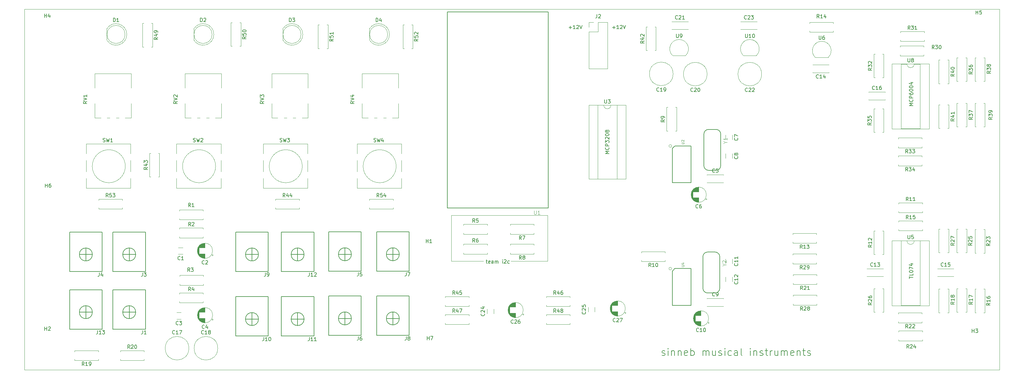
<source format=gbr>
G04 #@! TF.GenerationSoftware,KiCad,Pcbnew,(5.1.5)-3*
G04 #@! TF.CreationDate,2020-05-21T22:52:29+02:00*
G04 #@! TF.ProjectId,eurogen,6575726f-6765-46e2-9e6b-696361645f70,rev?*
G04 #@! TF.SameCoordinates,Original*
G04 #@! TF.FileFunction,Legend,Top*
G04 #@! TF.FilePolarity,Positive*
%FSLAX46Y46*%
G04 Gerber Fmt 4.6, Leading zero omitted, Abs format (unit mm)*
G04 Created by KiCad (PCBNEW (5.1.5)-3) date 2020-05-21 22:52:29*
%MOMM*%
%LPD*%
G04 APERTURE LIST*
%ADD10C,0.150000*%
%ADD11C,0.050000*%
%ADD12C,0.120000*%
%ADD13C,0.127000*%
%ADD14C,0.100000*%
%ADD15C,0.203200*%
%ADD16C,0.015000*%
G04 APERTURE END LIST*
D10*
X167515571Y-95932523D02*
X167706047Y-96027761D01*
X168087000Y-96027761D01*
X168277476Y-95932523D01*
X168372714Y-95742047D01*
X168372714Y-95646809D01*
X168277476Y-95456333D01*
X168087000Y-95361095D01*
X167801285Y-95361095D01*
X167610809Y-95265857D01*
X167515571Y-95075380D01*
X167515571Y-94980142D01*
X167610809Y-94789666D01*
X167801285Y-94694428D01*
X168087000Y-94694428D01*
X168277476Y-94789666D01*
X169229857Y-96027761D02*
X169229857Y-94694428D01*
X169229857Y-94027761D02*
X169134619Y-94123000D01*
X169229857Y-94218238D01*
X169325095Y-94123000D01*
X169229857Y-94027761D01*
X169229857Y-94218238D01*
X170182238Y-94694428D02*
X170182238Y-96027761D01*
X170182238Y-94884904D02*
X170277476Y-94789666D01*
X170467952Y-94694428D01*
X170753666Y-94694428D01*
X170944142Y-94789666D01*
X171039380Y-94980142D01*
X171039380Y-96027761D01*
X171991761Y-94694428D02*
X171991761Y-96027761D01*
X171991761Y-94884904D02*
X172087000Y-94789666D01*
X172277476Y-94694428D01*
X172563190Y-94694428D01*
X172753666Y-94789666D01*
X172848904Y-94980142D01*
X172848904Y-96027761D01*
X174563190Y-95932523D02*
X174372714Y-96027761D01*
X173991761Y-96027761D01*
X173801285Y-95932523D01*
X173706047Y-95742047D01*
X173706047Y-94980142D01*
X173801285Y-94789666D01*
X173991761Y-94694428D01*
X174372714Y-94694428D01*
X174563190Y-94789666D01*
X174658428Y-94980142D01*
X174658428Y-95170619D01*
X173706047Y-95361095D01*
X175515571Y-96027761D02*
X175515571Y-94027761D01*
X175515571Y-94789666D02*
X175706047Y-94694428D01*
X176087000Y-94694428D01*
X176277476Y-94789666D01*
X176372714Y-94884904D01*
X176467952Y-95075380D01*
X176467952Y-95646809D01*
X176372714Y-95837285D01*
X176277476Y-95932523D01*
X176087000Y-96027761D01*
X175706047Y-96027761D01*
X175515571Y-95932523D01*
X178848904Y-96027761D02*
X178848904Y-94694428D01*
X178848904Y-94884904D02*
X178944142Y-94789666D01*
X179134619Y-94694428D01*
X179420333Y-94694428D01*
X179610809Y-94789666D01*
X179706047Y-94980142D01*
X179706047Y-96027761D01*
X179706047Y-94980142D02*
X179801285Y-94789666D01*
X179991761Y-94694428D01*
X180277476Y-94694428D01*
X180467952Y-94789666D01*
X180563190Y-94980142D01*
X180563190Y-96027761D01*
X182372714Y-94694428D02*
X182372714Y-96027761D01*
X181515571Y-94694428D02*
X181515571Y-95742047D01*
X181610809Y-95932523D01*
X181801285Y-96027761D01*
X182087000Y-96027761D01*
X182277476Y-95932523D01*
X182372714Y-95837285D01*
X183229857Y-95932523D02*
X183420333Y-96027761D01*
X183801285Y-96027761D01*
X183991761Y-95932523D01*
X184087000Y-95742047D01*
X184087000Y-95646809D01*
X183991761Y-95456333D01*
X183801285Y-95361095D01*
X183515571Y-95361095D01*
X183325095Y-95265857D01*
X183229857Y-95075380D01*
X183229857Y-94980142D01*
X183325095Y-94789666D01*
X183515571Y-94694428D01*
X183801285Y-94694428D01*
X183991761Y-94789666D01*
X184944142Y-96027761D02*
X184944142Y-94694428D01*
X184944142Y-94027761D02*
X184848904Y-94123000D01*
X184944142Y-94218238D01*
X185039380Y-94123000D01*
X184944142Y-94027761D01*
X184944142Y-94218238D01*
X186753666Y-95932523D02*
X186563190Y-96027761D01*
X186182238Y-96027761D01*
X185991761Y-95932523D01*
X185896523Y-95837285D01*
X185801285Y-95646809D01*
X185801285Y-95075380D01*
X185896523Y-94884904D01*
X185991761Y-94789666D01*
X186182238Y-94694428D01*
X186563190Y-94694428D01*
X186753666Y-94789666D01*
X188467952Y-96027761D02*
X188467952Y-94980142D01*
X188372714Y-94789666D01*
X188182238Y-94694428D01*
X187801285Y-94694428D01*
X187610809Y-94789666D01*
X188467952Y-95932523D02*
X188277476Y-96027761D01*
X187801285Y-96027761D01*
X187610809Y-95932523D01*
X187515571Y-95742047D01*
X187515571Y-95551571D01*
X187610809Y-95361095D01*
X187801285Y-95265857D01*
X188277476Y-95265857D01*
X188467952Y-95170619D01*
X189706047Y-96027761D02*
X189515571Y-95932523D01*
X189420333Y-95742047D01*
X189420333Y-94027761D01*
X191991761Y-96027761D02*
X191991761Y-94694428D01*
X191991761Y-94027761D02*
X191896523Y-94123000D01*
X191991761Y-94218238D01*
X192087000Y-94123000D01*
X191991761Y-94027761D01*
X191991761Y-94218238D01*
X192944142Y-94694428D02*
X192944142Y-96027761D01*
X192944142Y-94884904D02*
X193039380Y-94789666D01*
X193229857Y-94694428D01*
X193515571Y-94694428D01*
X193706047Y-94789666D01*
X193801285Y-94980142D01*
X193801285Y-96027761D01*
X194658428Y-95932523D02*
X194848904Y-96027761D01*
X195229857Y-96027761D01*
X195420333Y-95932523D01*
X195515571Y-95742047D01*
X195515571Y-95646809D01*
X195420333Y-95456333D01*
X195229857Y-95361095D01*
X194944142Y-95361095D01*
X194753666Y-95265857D01*
X194658428Y-95075380D01*
X194658428Y-94980142D01*
X194753666Y-94789666D01*
X194944142Y-94694428D01*
X195229857Y-94694428D01*
X195420333Y-94789666D01*
X196087000Y-94694428D02*
X196848904Y-94694428D01*
X196372714Y-94027761D02*
X196372714Y-95742047D01*
X196467952Y-95932523D01*
X196658428Y-96027761D01*
X196848904Y-96027761D01*
X197515571Y-96027761D02*
X197515571Y-94694428D01*
X197515571Y-95075380D02*
X197610809Y-94884904D01*
X197706047Y-94789666D01*
X197896523Y-94694428D01*
X198087000Y-94694428D01*
X199610809Y-94694428D02*
X199610809Y-96027761D01*
X198753666Y-94694428D02*
X198753666Y-95742047D01*
X198848904Y-95932523D01*
X199039380Y-96027761D01*
X199325095Y-96027761D01*
X199515571Y-95932523D01*
X199610809Y-95837285D01*
X200563190Y-96027761D02*
X200563190Y-94694428D01*
X200563190Y-94884904D02*
X200658428Y-94789666D01*
X200848904Y-94694428D01*
X201134619Y-94694428D01*
X201325095Y-94789666D01*
X201420333Y-94980142D01*
X201420333Y-96027761D01*
X201420333Y-94980142D02*
X201515571Y-94789666D01*
X201706047Y-94694428D01*
X201991761Y-94694428D01*
X202182238Y-94789666D01*
X202277476Y-94980142D01*
X202277476Y-96027761D01*
X203991761Y-95932523D02*
X203801285Y-96027761D01*
X203420333Y-96027761D01*
X203229857Y-95932523D01*
X203134619Y-95742047D01*
X203134619Y-94980142D01*
X203229857Y-94789666D01*
X203420333Y-94694428D01*
X203801285Y-94694428D01*
X203991761Y-94789666D01*
X204087000Y-94980142D01*
X204087000Y-95170619D01*
X203134619Y-95361095D01*
X204944142Y-94694428D02*
X204944142Y-96027761D01*
X204944142Y-94884904D02*
X205039380Y-94789666D01*
X205229857Y-94694428D01*
X205515571Y-94694428D01*
X205706047Y-94789666D01*
X205801285Y-94980142D01*
X205801285Y-96027761D01*
X206467952Y-94694428D02*
X207229857Y-94694428D01*
X206753666Y-94027761D02*
X206753666Y-95742047D01*
X206848904Y-95932523D01*
X207039380Y-96027761D01*
X207229857Y-96027761D01*
X207801285Y-95932523D02*
X207991761Y-96027761D01*
X208372714Y-96027761D01*
X208563190Y-95932523D01*
X208658428Y-95742047D01*
X208658428Y-95646809D01*
X208563190Y-95456333D01*
X208372714Y-95361095D01*
X208087000Y-95361095D01*
X207896523Y-95265857D01*
X207801285Y-95075380D01*
X207801285Y-94980142D01*
X207896523Y-94789666D01*
X208087000Y-94694428D01*
X208372714Y-94694428D01*
X208563190Y-94789666D01*
D11*
X0Y-100000000D02*
X-9000000Y-100000000D01*
X0Y0D02*
X-9000000Y0D01*
D10*
X152852380Y-40068095D02*
X151852380Y-40068095D01*
X152566666Y-39734761D01*
X151852380Y-39401428D01*
X152852380Y-39401428D01*
X152757142Y-38353809D02*
X152804761Y-38401428D01*
X152852380Y-38544285D01*
X152852380Y-38639523D01*
X152804761Y-38782380D01*
X152709523Y-38877619D01*
X152614285Y-38925238D01*
X152423809Y-38972857D01*
X152280952Y-38972857D01*
X152090476Y-38925238D01*
X151995238Y-38877619D01*
X151900000Y-38782380D01*
X151852380Y-38639523D01*
X151852380Y-38544285D01*
X151900000Y-38401428D01*
X151947619Y-38353809D01*
X152852380Y-37925238D02*
X151852380Y-37925238D01*
X151852380Y-37544285D01*
X151900000Y-37449047D01*
X151947619Y-37401428D01*
X152042857Y-37353809D01*
X152185714Y-37353809D01*
X152280952Y-37401428D01*
X152328571Y-37449047D01*
X152376190Y-37544285D01*
X152376190Y-37925238D01*
X151852380Y-37020476D02*
X151852380Y-36401428D01*
X152233333Y-36734761D01*
X152233333Y-36591904D01*
X152280952Y-36496666D01*
X152328571Y-36449047D01*
X152423809Y-36401428D01*
X152661904Y-36401428D01*
X152757142Y-36449047D01*
X152804761Y-36496666D01*
X152852380Y-36591904D01*
X152852380Y-36877619D01*
X152804761Y-36972857D01*
X152757142Y-37020476D01*
X151947619Y-36020476D02*
X151900000Y-35972857D01*
X151852380Y-35877619D01*
X151852380Y-35639523D01*
X151900000Y-35544285D01*
X151947619Y-35496666D01*
X152042857Y-35449047D01*
X152138095Y-35449047D01*
X152280952Y-35496666D01*
X152852380Y-36068095D01*
X152852380Y-35449047D01*
X151852380Y-34830000D02*
X151852380Y-34734761D01*
X151900000Y-34639523D01*
X151947619Y-34591904D01*
X152042857Y-34544285D01*
X152233333Y-34496666D01*
X152471428Y-34496666D01*
X152661904Y-34544285D01*
X152757142Y-34591904D01*
X152804761Y-34639523D01*
X152852380Y-34734761D01*
X152852380Y-34830000D01*
X152804761Y-34925238D01*
X152757142Y-34972857D01*
X152661904Y-35020476D01*
X152471428Y-35068095D01*
X152233333Y-35068095D01*
X152042857Y-35020476D01*
X151947619Y-34972857D01*
X151900000Y-34925238D01*
X151852380Y-34830000D01*
X152280952Y-33925238D02*
X152233333Y-34020476D01*
X152185714Y-34068095D01*
X152090476Y-34115714D01*
X152042857Y-34115714D01*
X151947619Y-34068095D01*
X151900000Y-34020476D01*
X151852380Y-33925238D01*
X151852380Y-33734761D01*
X151900000Y-33639523D01*
X151947619Y-33591904D01*
X152042857Y-33544285D01*
X152090476Y-33544285D01*
X152185714Y-33591904D01*
X152233333Y-33639523D01*
X152280952Y-33734761D01*
X152280952Y-33925238D01*
X152328571Y-34020476D01*
X152376190Y-34068095D01*
X152471428Y-34115714D01*
X152661904Y-34115714D01*
X152757142Y-34068095D01*
X152804761Y-34020476D01*
X152852380Y-33925238D01*
X152852380Y-33734761D01*
X152804761Y-33639523D01*
X152757142Y-33591904D01*
X152661904Y-33544285D01*
X152471428Y-33544285D01*
X152376190Y-33591904D01*
X152328571Y-33639523D01*
X152280952Y-33734761D01*
D12*
X135890000Y-69850000D02*
X125730000Y-69850000D01*
X135890000Y-57150000D02*
X135890000Y-69850000D01*
X109220000Y-57150000D02*
X135890000Y-57150000D01*
X109220000Y-69850000D02*
X109220000Y-57150000D01*
X118110000Y-69850000D02*
X109220000Y-69850000D01*
D10*
X118818095Y-69785714D02*
X119199047Y-69785714D01*
X118960952Y-69452380D02*
X118960952Y-70309523D01*
X119008571Y-70404761D01*
X119103809Y-70452380D01*
X119199047Y-70452380D01*
X119913333Y-70404761D02*
X119818095Y-70452380D01*
X119627619Y-70452380D01*
X119532380Y-70404761D01*
X119484761Y-70309523D01*
X119484761Y-69928571D01*
X119532380Y-69833333D01*
X119627619Y-69785714D01*
X119818095Y-69785714D01*
X119913333Y-69833333D01*
X119960952Y-69928571D01*
X119960952Y-70023809D01*
X119484761Y-70119047D01*
X120818095Y-70452380D02*
X120818095Y-69928571D01*
X120770476Y-69833333D01*
X120675238Y-69785714D01*
X120484761Y-69785714D01*
X120389523Y-69833333D01*
X120818095Y-70404761D02*
X120722857Y-70452380D01*
X120484761Y-70452380D01*
X120389523Y-70404761D01*
X120341904Y-70309523D01*
X120341904Y-70214285D01*
X120389523Y-70119047D01*
X120484761Y-70071428D01*
X120722857Y-70071428D01*
X120818095Y-70023809D01*
X121294285Y-70452380D02*
X121294285Y-69785714D01*
X121294285Y-69880952D02*
X121341904Y-69833333D01*
X121437142Y-69785714D01*
X121580000Y-69785714D01*
X121675238Y-69833333D01*
X121722857Y-69928571D01*
X121722857Y-70452380D01*
X121722857Y-69928571D02*
X121770476Y-69833333D01*
X121865714Y-69785714D01*
X122008571Y-69785714D01*
X122103809Y-69833333D01*
X122151428Y-69928571D01*
X122151428Y-70452380D01*
X123389523Y-70452380D02*
X123389523Y-69785714D01*
X123389523Y-69452380D02*
X123341904Y-69500000D01*
X123389523Y-69547619D01*
X123437142Y-69500000D01*
X123389523Y-69452380D01*
X123389523Y-69547619D01*
X123818095Y-69547619D02*
X123865714Y-69500000D01*
X123960952Y-69452380D01*
X124199047Y-69452380D01*
X124294285Y-69500000D01*
X124341904Y-69547619D01*
X124389523Y-69642857D01*
X124389523Y-69738095D01*
X124341904Y-69880952D01*
X123770476Y-70452380D01*
X124389523Y-70452380D01*
X125246666Y-70404761D02*
X125151428Y-70452380D01*
X124960952Y-70452380D01*
X124865714Y-70404761D01*
X124818095Y-70357142D01*
X124770476Y-70261904D01*
X124770476Y-69976190D01*
X124818095Y-69880952D01*
X124865714Y-69833333D01*
X124960952Y-69785714D01*
X125151428Y-69785714D01*
X125246666Y-69833333D01*
X141748095Y-5071428D02*
X142510000Y-5071428D01*
X142129047Y-5452380D02*
X142129047Y-4690476D01*
X143510000Y-5452380D02*
X142938571Y-5452380D01*
X143224285Y-5452380D02*
X143224285Y-4452380D01*
X143129047Y-4595238D01*
X143033809Y-4690476D01*
X142938571Y-4738095D01*
X143890952Y-4547619D02*
X143938571Y-4500000D01*
X144033809Y-4452380D01*
X144271904Y-4452380D01*
X144367142Y-4500000D01*
X144414761Y-4547619D01*
X144462380Y-4642857D01*
X144462380Y-4738095D01*
X144414761Y-4880952D01*
X143843333Y-5452380D01*
X144462380Y-5452380D01*
X144748095Y-4452380D02*
X145081428Y-5452380D01*
X145414761Y-4452380D01*
X153818095Y-5071428D02*
X154580000Y-5071428D01*
X154199047Y-5452380D02*
X154199047Y-4690476D01*
X155580000Y-5452380D02*
X155008571Y-5452380D01*
X155294285Y-5452380D02*
X155294285Y-4452380D01*
X155199047Y-4595238D01*
X155103809Y-4690476D01*
X155008571Y-4738095D01*
X155960952Y-4547619D02*
X156008571Y-4500000D01*
X156103809Y-4452380D01*
X156341904Y-4452380D01*
X156437142Y-4500000D01*
X156484761Y-4547619D01*
X156532380Y-4642857D01*
X156532380Y-4738095D01*
X156484761Y-4880952D01*
X155913333Y-5452380D01*
X156532380Y-5452380D01*
X156818095Y-4452380D02*
X157151428Y-5452380D01*
X157484761Y-4452380D01*
X236007380Y-74659047D02*
X236007380Y-74087619D01*
X237007380Y-74373333D02*
X236007380Y-74373333D01*
X237007380Y-73278095D02*
X237007380Y-73754285D01*
X236007380Y-73754285D01*
X236007380Y-72754285D02*
X236007380Y-72659047D01*
X236055000Y-72563809D01*
X236102619Y-72516190D01*
X236197857Y-72468571D01*
X236388333Y-72420952D01*
X236626428Y-72420952D01*
X236816904Y-72468571D01*
X236912142Y-72516190D01*
X236959761Y-72563809D01*
X237007380Y-72659047D01*
X237007380Y-72754285D01*
X236959761Y-72849523D01*
X236912142Y-72897142D01*
X236816904Y-72944761D01*
X236626428Y-72992380D01*
X236388333Y-72992380D01*
X236197857Y-72944761D01*
X236102619Y-72897142D01*
X236055000Y-72849523D01*
X236007380Y-72754285D01*
X236007380Y-72087619D02*
X236007380Y-71420952D01*
X237007380Y-71849523D01*
X236340714Y-70611428D02*
X237007380Y-70611428D01*
X235959761Y-70849523D02*
X236674047Y-71087619D01*
X236674047Y-70468571D01*
X237007380Y-26778095D02*
X236007380Y-26778095D01*
X236721666Y-26444761D01*
X236007380Y-26111428D01*
X237007380Y-26111428D01*
X236912142Y-25063809D02*
X236959761Y-25111428D01*
X237007380Y-25254285D01*
X237007380Y-25349523D01*
X236959761Y-25492380D01*
X236864523Y-25587619D01*
X236769285Y-25635238D01*
X236578809Y-25682857D01*
X236435952Y-25682857D01*
X236245476Y-25635238D01*
X236150238Y-25587619D01*
X236055000Y-25492380D01*
X236007380Y-25349523D01*
X236007380Y-25254285D01*
X236055000Y-25111428D01*
X236102619Y-25063809D01*
X237007380Y-24635238D02*
X236007380Y-24635238D01*
X236007380Y-24254285D01*
X236055000Y-24159047D01*
X236102619Y-24111428D01*
X236197857Y-24063809D01*
X236340714Y-24063809D01*
X236435952Y-24111428D01*
X236483571Y-24159047D01*
X236531190Y-24254285D01*
X236531190Y-24635238D01*
X236007380Y-23206666D02*
X236007380Y-23397142D01*
X236055000Y-23492380D01*
X236102619Y-23540000D01*
X236245476Y-23635238D01*
X236435952Y-23682857D01*
X236816904Y-23682857D01*
X236912142Y-23635238D01*
X236959761Y-23587619D01*
X237007380Y-23492380D01*
X237007380Y-23301904D01*
X236959761Y-23206666D01*
X236912142Y-23159047D01*
X236816904Y-23111428D01*
X236578809Y-23111428D01*
X236483571Y-23159047D01*
X236435952Y-23206666D01*
X236388333Y-23301904D01*
X236388333Y-23492380D01*
X236435952Y-23587619D01*
X236483571Y-23635238D01*
X236578809Y-23682857D01*
X236007380Y-22492380D02*
X236007380Y-22397142D01*
X236055000Y-22301904D01*
X236102619Y-22254285D01*
X236197857Y-22206666D01*
X236388333Y-22159047D01*
X236626428Y-22159047D01*
X236816904Y-22206666D01*
X236912142Y-22254285D01*
X236959761Y-22301904D01*
X237007380Y-22397142D01*
X237007380Y-22492380D01*
X236959761Y-22587619D01*
X236912142Y-22635238D01*
X236816904Y-22682857D01*
X236626428Y-22730476D01*
X236388333Y-22730476D01*
X236197857Y-22682857D01*
X236102619Y-22635238D01*
X236055000Y-22587619D01*
X236007380Y-22492380D01*
X236007380Y-21540000D02*
X236007380Y-21444761D01*
X236055000Y-21349523D01*
X236102619Y-21301904D01*
X236197857Y-21254285D01*
X236388333Y-21206666D01*
X236626428Y-21206666D01*
X236816904Y-21254285D01*
X236912142Y-21301904D01*
X236959761Y-21349523D01*
X237007380Y-21444761D01*
X237007380Y-21540000D01*
X236959761Y-21635238D01*
X236912142Y-21682857D01*
X236816904Y-21730476D01*
X236626428Y-21778095D01*
X236388333Y-21778095D01*
X236197857Y-21730476D01*
X236102619Y-21682857D01*
X236055000Y-21635238D01*
X236007380Y-21540000D01*
X236340714Y-20349523D02*
X237007380Y-20349523D01*
X235959761Y-20587619D02*
X236674047Y-20825714D01*
X236674047Y-20206666D01*
D11*
X260985000Y0D02*
X260985000Y-100000000D01*
X100000000Y-100000000D02*
X260985000Y-100000000D01*
X100000000Y0D02*
X260985000Y0D01*
X-9000000Y-100000000D02*
X-9000000Y0D01*
X100000000Y-100000000D02*
X0Y-100000000D01*
X0Y0D02*
X100000000Y0D01*
D12*
X249185000Y-32620000D02*
X249515000Y-32620000D01*
X249185000Y-26080000D02*
X249185000Y-32620000D01*
X249515000Y-26080000D02*
X249185000Y-26080000D01*
X251925000Y-32620000D02*
X251595000Y-32620000D01*
X251925000Y-26080000D02*
X251925000Y-32620000D01*
X251595000Y-26080000D02*
X251925000Y-26080000D01*
X251925000Y-13460000D02*
X251595000Y-13460000D01*
X251925000Y-20000000D02*
X251925000Y-13460000D01*
X251595000Y-20000000D02*
X251925000Y-20000000D01*
X249185000Y-13460000D02*
X249515000Y-13460000D01*
X249185000Y-20000000D02*
X249185000Y-13460000D01*
X249515000Y-20000000D02*
X249185000Y-20000000D01*
X241505000Y-15150000D02*
X231225000Y-15150000D01*
X241505000Y-33170000D02*
X241505000Y-15150000D01*
X231225000Y-33170000D02*
X241505000Y-33170000D01*
X231225000Y-15150000D02*
X231225000Y-33170000D01*
X239015000Y-15210000D02*
X237365000Y-15210000D01*
X239015000Y-33110000D02*
X239015000Y-15210000D01*
X233715000Y-33110000D02*
X239015000Y-33110000D01*
X233715000Y-15210000D02*
X233715000Y-33110000D01*
X235365000Y-15210000D02*
X233715000Y-15210000D01*
X237365000Y-15210000D02*
G75*
G02X235365000Y-15210000I-1000000J0D01*
G01*
X241505000Y-64150000D02*
X231225000Y-64150000D01*
X241505000Y-82170000D02*
X241505000Y-64150000D01*
X231225000Y-82170000D02*
X241505000Y-82170000D01*
X231225000Y-64150000D02*
X231225000Y-82170000D01*
X239015000Y-64210000D02*
X237365000Y-64210000D01*
X239015000Y-82110000D02*
X239015000Y-64210000D01*
X233715000Y-82110000D02*
X239015000Y-82110000D01*
X233715000Y-64210000D02*
X233715000Y-82110000D01*
X235365000Y-64210000D02*
X233715000Y-64210000D01*
X237365000Y-64210000D02*
G75*
G02X235365000Y-64210000I-1000000J0D01*
G01*
X157540000Y-26550000D02*
X147260000Y-26550000D01*
X157540000Y-47110000D02*
X157540000Y-26550000D01*
X147260000Y-47110000D02*
X157540000Y-47110000D01*
X147260000Y-26550000D02*
X147260000Y-47110000D01*
X155050000Y-26610000D02*
X153400000Y-26610000D01*
X155050000Y-47050000D02*
X155050000Y-26610000D01*
X149750000Y-47050000D02*
X155050000Y-47050000D01*
X149750000Y-26610000D02*
X149750000Y-47050000D01*
X151400000Y-26610000D02*
X149750000Y-26610000D01*
X153400000Y-26610000D02*
G75*
G02X151400000Y-26610000I-1000000J0D01*
G01*
X239635000Y-61410000D02*
X239635000Y-61080000D01*
X233095000Y-61410000D02*
X239635000Y-61410000D01*
X233095000Y-61080000D02*
X233095000Y-61410000D01*
X239635000Y-58670000D02*
X239635000Y-59000000D01*
X233095000Y-58670000D02*
X239635000Y-58670000D01*
X233095000Y-59000000D02*
X233095000Y-58670000D01*
X228925000Y-61460000D02*
X228595000Y-61460000D01*
X228925000Y-68000000D02*
X228925000Y-61460000D01*
X228595000Y-68000000D02*
X228925000Y-68000000D01*
X226185000Y-61460000D02*
X226515000Y-61460000D01*
X226185000Y-68000000D02*
X226185000Y-61460000D01*
X226515000Y-68000000D02*
X226185000Y-68000000D01*
X239635000Y-56410000D02*
X239635000Y-56080000D01*
X233095000Y-56410000D02*
X239635000Y-56410000D01*
X233095000Y-56080000D02*
X233095000Y-56410000D01*
X239635000Y-53670000D02*
X239635000Y-54000000D01*
X233095000Y-53670000D02*
X239635000Y-53670000D01*
X233095000Y-54000000D02*
X233095000Y-53670000D01*
X226185000Y-34120000D02*
X226515000Y-34120000D01*
X226185000Y-27580000D02*
X226185000Y-34120000D01*
X226515000Y-27580000D02*
X226185000Y-27580000D01*
X228925000Y-34120000D02*
X228595000Y-34120000D01*
X228925000Y-27580000D02*
X228925000Y-34120000D01*
X228595000Y-27580000D02*
X228925000Y-27580000D01*
X232975000Y-40670000D02*
X232975000Y-41000000D01*
X239515000Y-40670000D02*
X232975000Y-40670000D01*
X239515000Y-41000000D02*
X239515000Y-40670000D01*
X232975000Y-43410000D02*
X232975000Y-43080000D01*
X239515000Y-43410000D02*
X232975000Y-43410000D01*
X239515000Y-43080000D02*
X239515000Y-43410000D01*
X232975000Y-35670000D02*
X232975000Y-36000000D01*
X239515000Y-35670000D02*
X232975000Y-35670000D01*
X239515000Y-36000000D02*
X239515000Y-35670000D01*
X232975000Y-38410000D02*
X232975000Y-38080000D01*
X239515000Y-38410000D02*
X232975000Y-38410000D01*
X239515000Y-38080000D02*
X239515000Y-38410000D01*
X228925000Y-12460000D02*
X228595000Y-12460000D01*
X228925000Y-19000000D02*
X228925000Y-12460000D01*
X228595000Y-19000000D02*
X228925000Y-19000000D01*
X226185000Y-12460000D02*
X226515000Y-12460000D01*
X226185000Y-19000000D02*
X226185000Y-12460000D01*
X226515000Y-19000000D02*
X226185000Y-19000000D01*
X240135000Y-8910000D02*
X240135000Y-8580000D01*
X233595000Y-8910000D02*
X240135000Y-8910000D01*
X233595000Y-8580000D02*
X233595000Y-8910000D01*
X240135000Y-6170000D02*
X240135000Y-6500000D01*
X233595000Y-6170000D02*
X240135000Y-6170000D01*
X233595000Y-6500000D02*
X233595000Y-6170000D01*
X233475000Y-10170000D02*
X233475000Y-10500000D01*
X240015000Y-10170000D02*
X233475000Y-10170000D01*
X240015000Y-10500000D02*
X240015000Y-10170000D01*
X233475000Y-12910000D02*
X233475000Y-12580000D01*
X240015000Y-12910000D02*
X233475000Y-12910000D01*
X240015000Y-12580000D02*
X240015000Y-12910000D01*
X244185000Y-33000000D02*
X244515000Y-33000000D01*
X244185000Y-26460000D02*
X244185000Y-33000000D01*
X244515000Y-26460000D02*
X244185000Y-26460000D01*
X246925000Y-33000000D02*
X246595000Y-33000000D01*
X246925000Y-26460000D02*
X246925000Y-33000000D01*
X246595000Y-26460000D02*
X246925000Y-26460000D01*
X256925000Y-26080000D02*
X256595000Y-26080000D01*
X256925000Y-32620000D02*
X256925000Y-26080000D01*
X256595000Y-32620000D02*
X256925000Y-32620000D01*
X254185000Y-26080000D02*
X254515000Y-26080000D01*
X254185000Y-32620000D02*
X254185000Y-26080000D01*
X254515000Y-32620000D02*
X254185000Y-32620000D01*
X246925000Y-14080000D02*
X246595000Y-14080000D01*
X246925000Y-20620000D02*
X246925000Y-14080000D01*
X246595000Y-20620000D02*
X246925000Y-20620000D01*
X244185000Y-14080000D02*
X244515000Y-14080000D01*
X244185000Y-20620000D02*
X244185000Y-14080000D01*
X244515000Y-20620000D02*
X244185000Y-20620000D01*
X256925000Y-13460000D02*
X256595000Y-13460000D01*
X256925000Y-20000000D02*
X256925000Y-13460000D01*
X256595000Y-20000000D02*
X256925000Y-20000000D01*
X254185000Y-13460000D02*
X254515000Y-13460000D01*
X254185000Y-20000000D02*
X254185000Y-13460000D01*
X254515000Y-20000000D02*
X254185000Y-20000000D01*
D13*
X183520000Y-77405000D02*
G75*
G02X182200000Y-78675000I-1295000J25000D01*
G01*
X183520000Y-68595000D02*
X183520000Y-77405000D01*
X182200000Y-67325000D02*
G75*
G02X183520000Y-68595000I25000J-1295000D01*
G01*
X180180000Y-67325000D02*
X182200000Y-67325000D01*
X178860000Y-68595000D02*
G75*
G02X180180000Y-67325000I1295000J-25000D01*
G01*
X178860000Y-77405000D02*
X178860000Y-68595000D01*
X180180000Y-78675000D02*
G75*
G02X178860000Y-77405000I-25000J1295000D01*
G01*
X182200000Y-78675000D02*
X180180000Y-78675000D01*
X183790000Y-43405000D02*
G75*
G02X182470000Y-44675000I-1295000J25000D01*
G01*
X183790000Y-34595000D02*
X183790000Y-43405000D01*
X182470000Y-33325000D02*
G75*
G02X183790000Y-34595000I25000J-1295000D01*
G01*
X180450000Y-33325000D02*
X182470000Y-33325000D01*
X179130000Y-34595000D02*
G75*
G02X180450000Y-33325000I1295000J-25000D01*
G01*
X179130000Y-43405000D02*
X179130000Y-34595000D01*
X180450000Y-44675000D02*
G75*
G02X179130000Y-43405000I-25000J1295000D01*
G01*
X182470000Y-44675000D02*
X180450000Y-44675000D01*
D12*
X193703478Y-12838478D02*
G75*
G03X191865000Y-8400000I-1838478J1838478D01*
G01*
X190026522Y-12838478D02*
G75*
G02X191865000Y-8400000I1838478J1838478D01*
G01*
X190065000Y-12850000D02*
X193665000Y-12850000D01*
X174108478Y-12838478D02*
G75*
G03X172270000Y-8400000I-1838478J1838478D01*
G01*
X170431522Y-12838478D02*
G75*
G02X172270000Y-8400000I1838478J1838478D01*
G01*
X170470000Y-12850000D02*
X174070000Y-12850000D01*
X209970000Y-13350000D02*
X213570000Y-13350000D01*
X209931522Y-13338478D02*
G75*
G02X211770000Y-8900000I1838478J1838478D01*
G01*
X213608478Y-13338478D02*
G75*
G03X211770000Y-8900000I-1838478J1838478D01*
G01*
D14*
X170206000Y-71920000D02*
G75*
G03X170206000Y-71920000I-381000J0D01*
G01*
D15*
X175600000Y-82100000D02*
X175600000Y-71900000D01*
X170400000Y-82100000D02*
X175600000Y-82100000D01*
X170400000Y-72610380D02*
X170400000Y-82100000D01*
X171110370Y-71900000D02*
X170400000Y-72610380D01*
X175600000Y-71900000D02*
X171110370Y-71900000D01*
D14*
X170206000Y-37920000D02*
G75*
G03X170206000Y-37920000I-381000J0D01*
G01*
D15*
X175600000Y-48100000D02*
X175600000Y-37900000D01*
X170400000Y-48100000D02*
X175600000Y-48100000D01*
X170400000Y-38610380D02*
X170400000Y-48100000D01*
X171110370Y-37900000D02*
X170400000Y-38610380D01*
X175600000Y-37900000D02*
X171110370Y-37900000D01*
D13*
X108130000Y-750000D02*
X136030000Y-750000D01*
X108130000Y-55150000D02*
X108130000Y-750000D01*
X136030000Y-55150000D02*
X108130000Y-55150000D01*
X136030000Y-750000D02*
X136030000Y-55150000D01*
D12*
X95400000Y-37350000D02*
X95400000Y-40070000D01*
X95400000Y-46930000D02*
X95400000Y-49650000D01*
X83100000Y-45070000D02*
X83100000Y-41930000D01*
X83100000Y-49650000D02*
X83100000Y-46930000D01*
X93929050Y-43540000D02*
G75*
G03X93929050Y-43540000I-4579050J0D01*
G01*
X83100000Y-40070000D02*
X83100000Y-37350000D01*
X95400000Y-49650000D02*
X83100000Y-49650000D01*
X95400000Y-41930000D02*
X95400000Y-45070000D01*
X83100000Y-37350000D02*
X95400000Y-37350000D01*
X69400000Y-37350000D02*
X69400000Y-40070000D01*
X69400000Y-46930000D02*
X69400000Y-49650000D01*
X57100000Y-45070000D02*
X57100000Y-41930000D01*
X57100000Y-49650000D02*
X57100000Y-46930000D01*
X67929050Y-43540000D02*
G75*
G03X67929050Y-43540000I-4579050J0D01*
G01*
X57100000Y-40070000D02*
X57100000Y-37350000D01*
X69400000Y-49650000D02*
X57100000Y-49650000D01*
X69400000Y-41930000D02*
X69400000Y-45070000D01*
X57100000Y-37350000D02*
X69400000Y-37350000D01*
X45400000Y-37350000D02*
X45400000Y-40070000D01*
X45400000Y-46930000D02*
X45400000Y-49650000D01*
X33100000Y-45070000D02*
X33100000Y-41930000D01*
X33100000Y-49650000D02*
X33100000Y-46930000D01*
X43929050Y-43540000D02*
G75*
G03X43929050Y-43540000I-4579050J0D01*
G01*
X33100000Y-40070000D02*
X33100000Y-37350000D01*
X45400000Y-49650000D02*
X33100000Y-49650000D01*
X45400000Y-41930000D02*
X45400000Y-45070000D01*
X33100000Y-37350000D02*
X45400000Y-37350000D01*
X20400000Y-37350000D02*
X20400000Y-40070000D01*
X20400000Y-46930000D02*
X20400000Y-49650000D01*
X8100000Y-45070000D02*
X8100000Y-41930000D01*
X8100000Y-49650000D02*
X8100000Y-46930000D01*
X18929050Y-43540000D02*
G75*
G03X18929050Y-43540000I-4579050J0D01*
G01*
X8100000Y-40070000D02*
X8100000Y-37350000D01*
X20400000Y-49650000D02*
X8100000Y-49650000D01*
X20400000Y-41930000D02*
X20400000Y-45070000D01*
X8100000Y-37350000D02*
X20400000Y-37350000D01*
X84479000Y-30120000D02*
X84479000Y-26183000D01*
X84479000Y-21816000D02*
X84479000Y-17880000D01*
X94520000Y-30120000D02*
X94520000Y-26183000D01*
X94520000Y-21816000D02*
X94520000Y-17880000D01*
X84479000Y-30120000D02*
X86129000Y-30120000D01*
X87871000Y-30120000D02*
X88630000Y-30120000D01*
X90371000Y-30120000D02*
X91130000Y-30120000D01*
X92870000Y-30120000D02*
X94520000Y-30120000D01*
X84479000Y-17880000D02*
X94520000Y-17880000D01*
X59479000Y-30120000D02*
X59479000Y-26183000D01*
X59479000Y-21816000D02*
X59479000Y-17880000D01*
X69520000Y-30120000D02*
X69520000Y-26183000D01*
X69520000Y-21816000D02*
X69520000Y-17880000D01*
X59479000Y-30120000D02*
X61129000Y-30120000D01*
X62871000Y-30120000D02*
X63630000Y-30120000D01*
X65371000Y-30120000D02*
X66130000Y-30120000D01*
X67870000Y-30120000D02*
X69520000Y-30120000D01*
X59479000Y-17880000D02*
X69520000Y-17880000D01*
X35479000Y-30120000D02*
X35479000Y-26183000D01*
X35479000Y-21816000D02*
X35479000Y-17880000D01*
X45520000Y-30120000D02*
X45520000Y-26183000D01*
X45520000Y-21816000D02*
X45520000Y-17880000D01*
X35479000Y-30120000D02*
X37129000Y-30120000D01*
X38871000Y-30120000D02*
X39630000Y-30120000D01*
X41371000Y-30120000D02*
X42130000Y-30120000D01*
X43870000Y-30120000D02*
X45520000Y-30120000D01*
X35479000Y-17880000D02*
X45520000Y-17880000D01*
X10479000Y-30120000D02*
X10479000Y-26183000D01*
X10479000Y-21816000D02*
X10479000Y-17880000D01*
X20520000Y-30120000D02*
X20520000Y-26183000D01*
X20520000Y-21816000D02*
X20520000Y-17880000D01*
X10479000Y-30120000D02*
X12129000Y-30120000D01*
X13871000Y-30120000D02*
X14630000Y-30120000D01*
X16371000Y-30120000D02*
X17130000Y-30120000D01*
X18870000Y-30120000D02*
X20520000Y-30120000D01*
X10479000Y-17880000D02*
X20520000Y-17880000D01*
X93080000Y-55370000D02*
X93080000Y-55040000D01*
X86540000Y-55370000D02*
X93080000Y-55370000D01*
X86540000Y-55040000D02*
X86540000Y-55370000D01*
X93080000Y-52630000D02*
X93080000Y-52960000D01*
X86540000Y-52630000D02*
X93080000Y-52630000D01*
X86540000Y-52960000D02*
X86540000Y-52630000D01*
X18080000Y-55370000D02*
X18080000Y-55040000D01*
X11540000Y-55370000D02*
X18080000Y-55370000D01*
X11540000Y-55040000D02*
X11540000Y-55370000D01*
X18080000Y-52630000D02*
X18080000Y-52960000D01*
X11540000Y-52630000D02*
X18080000Y-52630000D01*
X11540000Y-52960000D02*
X11540000Y-52630000D01*
X95785000Y-10890000D02*
X96115000Y-10890000D01*
X95785000Y-4350000D02*
X95785000Y-10890000D01*
X96115000Y-4350000D02*
X95785000Y-4350000D01*
X98525000Y-10890000D02*
X98195000Y-10890000D01*
X98525000Y-4350000D02*
X98525000Y-10890000D01*
X98195000Y-4350000D02*
X98525000Y-4350000D01*
X72290000Y-10890000D02*
X72620000Y-10890000D01*
X72290000Y-4350000D02*
X72290000Y-10890000D01*
X72620000Y-4350000D02*
X72290000Y-4350000D01*
X75030000Y-10890000D02*
X74700000Y-10890000D01*
X75030000Y-4350000D02*
X75030000Y-10890000D01*
X74700000Y-4350000D02*
X75030000Y-4350000D01*
X48160000Y-10255000D02*
X48490000Y-10255000D01*
X48160000Y-3715000D02*
X48160000Y-10255000D01*
X48490000Y-3715000D02*
X48160000Y-3715000D01*
X50900000Y-10255000D02*
X50570000Y-10255000D01*
X50900000Y-3715000D02*
X50900000Y-10255000D01*
X50570000Y-3715000D02*
X50900000Y-3715000D01*
X23710000Y-10460000D02*
X24040000Y-10460000D01*
X23710000Y-3920000D02*
X23710000Y-10460000D01*
X24040000Y-3920000D02*
X23710000Y-3920000D01*
X26450000Y-10460000D02*
X26120000Y-10460000D01*
X26450000Y-3920000D02*
X26450000Y-10460000D01*
X26120000Y-3920000D02*
X26450000Y-3920000D01*
X142080000Y-87370000D02*
X142080000Y-87040000D01*
X135540000Y-87370000D02*
X142080000Y-87370000D01*
X135540000Y-87040000D02*
X135540000Y-87370000D01*
X142080000Y-84630000D02*
X142080000Y-84960000D01*
X135540000Y-84630000D02*
X142080000Y-84630000D01*
X135540000Y-84960000D02*
X135540000Y-84630000D01*
X114080000Y-87370000D02*
X114080000Y-87040000D01*
X107540000Y-87370000D02*
X114080000Y-87370000D01*
X107540000Y-87040000D02*
X107540000Y-87370000D01*
X114080000Y-84630000D02*
X114080000Y-84960000D01*
X107540000Y-84630000D02*
X114080000Y-84630000D01*
X107540000Y-84960000D02*
X107540000Y-84630000D01*
X142080000Y-82370000D02*
X142080000Y-82040000D01*
X135540000Y-82370000D02*
X142080000Y-82370000D01*
X135540000Y-82040000D02*
X135540000Y-82370000D01*
X142080000Y-79630000D02*
X142080000Y-79960000D01*
X135540000Y-79630000D02*
X142080000Y-79630000D01*
X135540000Y-79960000D02*
X135540000Y-79630000D01*
X114080000Y-82370000D02*
X114080000Y-82040000D01*
X107540000Y-82370000D02*
X114080000Y-82370000D01*
X107540000Y-82040000D02*
X107540000Y-82370000D01*
X114080000Y-79630000D02*
X114080000Y-79960000D01*
X107540000Y-79630000D02*
X114080000Y-79630000D01*
X107540000Y-79960000D02*
X107540000Y-79630000D01*
X67080000Y-55370000D02*
X67080000Y-55040000D01*
X60540000Y-55370000D02*
X67080000Y-55370000D01*
X60540000Y-55040000D02*
X60540000Y-55370000D01*
X67080000Y-52630000D02*
X67080000Y-52960000D01*
X60540000Y-52630000D02*
X67080000Y-52630000D01*
X60540000Y-52960000D02*
X60540000Y-52630000D01*
X28370000Y-39920000D02*
X28040000Y-39920000D01*
X28370000Y-46460000D02*
X28370000Y-39920000D01*
X28040000Y-46460000D02*
X28370000Y-46460000D01*
X25630000Y-39920000D02*
X25960000Y-39920000D01*
X25630000Y-46460000D02*
X25630000Y-39920000D01*
X25960000Y-46460000D02*
X25630000Y-46460000D01*
X165870000Y-4920000D02*
X165540000Y-4920000D01*
X165870000Y-11460000D02*
X165870000Y-4920000D01*
X165540000Y-11460000D02*
X165870000Y-11460000D01*
X163130000Y-4920000D02*
X163460000Y-4920000D01*
X163130000Y-11460000D02*
X163130000Y-4920000D01*
X163460000Y-11460000D02*
X163130000Y-11460000D01*
X203745000Y-67845000D02*
X203745000Y-68175000D01*
X210285000Y-67845000D02*
X203745000Y-67845000D01*
X210285000Y-68175000D02*
X210285000Y-67845000D01*
X203745000Y-70585000D02*
X203745000Y-70255000D01*
X210285000Y-70585000D02*
X203745000Y-70585000D01*
X210285000Y-70255000D02*
X210285000Y-70585000D01*
X203865000Y-79275000D02*
X203865000Y-79605000D01*
X210405000Y-79275000D02*
X203865000Y-79275000D01*
X210405000Y-79605000D02*
X210405000Y-79275000D01*
X203865000Y-82015000D02*
X203865000Y-81685000D01*
X210405000Y-82015000D02*
X203865000Y-82015000D01*
X210405000Y-81685000D02*
X210405000Y-82015000D01*
X246925000Y-60960000D02*
X246595000Y-60960000D01*
X246925000Y-67500000D02*
X246925000Y-60960000D01*
X246595000Y-67500000D02*
X246925000Y-67500000D01*
X244185000Y-60960000D02*
X244515000Y-60960000D01*
X244185000Y-67500000D02*
X244185000Y-60960000D01*
X244515000Y-67500000D02*
X244185000Y-67500000D01*
X228925000Y-77460000D02*
X228595000Y-77460000D01*
X228925000Y-84000000D02*
X228925000Y-77460000D01*
X228595000Y-84000000D02*
X228925000Y-84000000D01*
X226185000Y-77460000D02*
X226515000Y-77460000D01*
X226185000Y-84000000D02*
X226185000Y-77460000D01*
X226515000Y-84000000D02*
X226185000Y-84000000D01*
X249185000Y-67500000D02*
X249515000Y-67500000D01*
X249185000Y-60960000D02*
X249185000Y-67500000D01*
X249515000Y-60960000D02*
X249185000Y-60960000D01*
X251925000Y-67500000D02*
X251595000Y-67500000D01*
X251925000Y-60960000D02*
X251925000Y-67500000D01*
X251595000Y-60960000D02*
X251925000Y-60960000D01*
X239635000Y-91910000D02*
X239635000Y-91580000D01*
X233095000Y-91910000D02*
X239635000Y-91910000D01*
X233095000Y-91580000D02*
X233095000Y-91910000D01*
X239635000Y-89170000D02*
X239635000Y-89500000D01*
X233095000Y-89170000D02*
X239635000Y-89170000D01*
X233095000Y-89500000D02*
X233095000Y-89170000D01*
X254185000Y-67620000D02*
X254515000Y-67620000D01*
X254185000Y-61080000D02*
X254185000Y-67620000D01*
X254515000Y-61080000D02*
X254185000Y-61080000D01*
X256925000Y-67620000D02*
X256595000Y-67620000D01*
X256925000Y-61080000D02*
X256925000Y-67620000D01*
X256595000Y-61080000D02*
X256925000Y-61080000D01*
X232975000Y-84170000D02*
X232975000Y-84500000D01*
X239515000Y-84170000D02*
X232975000Y-84170000D01*
X239515000Y-84500000D02*
X239515000Y-84170000D01*
X232975000Y-86910000D02*
X232975000Y-86580000D01*
X239515000Y-86910000D02*
X232975000Y-86910000D01*
X239515000Y-86580000D02*
X239515000Y-86910000D01*
X203865000Y-73560000D02*
X203865000Y-73890000D01*
X210405000Y-73560000D02*
X203865000Y-73560000D01*
X210405000Y-73890000D02*
X210405000Y-73560000D01*
X203865000Y-76300000D02*
X203865000Y-75970000D01*
X210405000Y-76300000D02*
X203865000Y-76300000D01*
X210405000Y-75970000D02*
X210405000Y-76300000D01*
X24080000Y-97370000D02*
X24080000Y-97040000D01*
X17540000Y-97370000D02*
X24080000Y-97370000D01*
X17540000Y-97040000D02*
X17540000Y-97370000D01*
X24080000Y-94630000D02*
X24080000Y-94960000D01*
X17540000Y-94630000D02*
X24080000Y-94630000D01*
X17540000Y-94960000D02*
X17540000Y-94630000D01*
X4920000Y-94630000D02*
X4920000Y-94960000D01*
X11460000Y-94630000D02*
X4920000Y-94630000D01*
X11460000Y-94960000D02*
X11460000Y-94630000D01*
X4920000Y-97370000D02*
X4920000Y-97040000D01*
X11460000Y-97370000D02*
X4920000Y-97370000D01*
X11460000Y-97040000D02*
X11460000Y-97370000D01*
X244185000Y-84120000D02*
X244515000Y-84120000D01*
X244185000Y-77580000D02*
X244185000Y-84120000D01*
X244515000Y-77580000D02*
X244185000Y-77580000D01*
X246925000Y-84120000D02*
X246595000Y-84120000D01*
X246925000Y-77580000D02*
X246925000Y-84120000D01*
X246595000Y-77580000D02*
X246925000Y-77580000D01*
X251925000Y-77460000D02*
X251595000Y-77460000D01*
X251925000Y-84000000D02*
X251925000Y-77460000D01*
X251595000Y-84000000D02*
X251925000Y-84000000D01*
X249185000Y-77460000D02*
X249515000Y-77460000D01*
X249185000Y-84000000D02*
X249185000Y-77460000D01*
X249515000Y-84000000D02*
X249185000Y-84000000D01*
X254185000Y-84120000D02*
X254515000Y-84120000D01*
X254185000Y-77580000D02*
X254185000Y-84120000D01*
X254515000Y-77580000D02*
X254185000Y-77580000D01*
X256925000Y-84120000D02*
X256595000Y-84120000D01*
X256925000Y-77580000D02*
X256925000Y-84120000D01*
X256595000Y-77580000D02*
X256925000Y-77580000D01*
X208420000Y-3630000D02*
X208420000Y-3960000D01*
X214960000Y-3630000D02*
X208420000Y-3630000D01*
X214960000Y-3960000D02*
X214960000Y-3630000D01*
X208420000Y-6370000D02*
X208420000Y-6040000D01*
X214960000Y-6370000D02*
X208420000Y-6370000D01*
X214960000Y-6040000D02*
X214960000Y-6370000D01*
X203740000Y-62130000D02*
X203740000Y-62460000D01*
X210280000Y-62130000D02*
X203740000Y-62130000D01*
X210280000Y-62460000D02*
X210280000Y-62130000D01*
X203740000Y-64870000D02*
X203740000Y-64540000D01*
X210280000Y-64870000D02*
X203740000Y-64870000D01*
X210280000Y-64540000D02*
X210280000Y-64870000D01*
X161830000Y-67210000D02*
X161830000Y-67540000D01*
X168370000Y-67210000D02*
X161830000Y-67210000D01*
X168370000Y-67540000D02*
X168370000Y-67210000D01*
X161830000Y-69950000D02*
X161830000Y-69620000D01*
X168370000Y-69950000D02*
X161830000Y-69950000D01*
X168370000Y-69620000D02*
X168370000Y-69950000D01*
X171550000Y-27210000D02*
X171220000Y-27210000D01*
X171550000Y-33750000D02*
X171550000Y-27210000D01*
X171220000Y-33750000D02*
X171550000Y-33750000D01*
X168810000Y-27210000D02*
X169140000Y-27210000D01*
X168810000Y-33750000D02*
X168810000Y-27210000D01*
X169140000Y-33750000D02*
X168810000Y-33750000D01*
X125500000Y-65130000D02*
X125500000Y-65460000D01*
X132040000Y-65130000D02*
X125500000Y-65130000D01*
X132040000Y-65460000D02*
X132040000Y-65130000D01*
X125500000Y-67870000D02*
X125500000Y-67540000D01*
X132040000Y-67870000D02*
X125500000Y-67870000D01*
X132040000Y-67540000D02*
X132040000Y-67870000D01*
X125500000Y-59630000D02*
X125500000Y-59960000D01*
X132040000Y-59630000D02*
X125500000Y-59630000D01*
X132040000Y-59960000D02*
X132040000Y-59630000D01*
X125500000Y-62370000D02*
X125500000Y-62040000D01*
X132040000Y-62370000D02*
X125500000Y-62370000D01*
X132040000Y-62040000D02*
X132040000Y-62370000D01*
X119160000Y-67870000D02*
X119160000Y-67540000D01*
X112620000Y-67870000D02*
X119160000Y-67870000D01*
X112620000Y-67540000D02*
X112620000Y-67870000D01*
X119160000Y-65130000D02*
X119160000Y-65460000D01*
X112620000Y-65130000D02*
X119160000Y-65130000D01*
X112620000Y-65460000D02*
X112620000Y-65130000D01*
X119160000Y-62370000D02*
X119160000Y-62040000D01*
X112620000Y-62370000D02*
X119160000Y-62370000D01*
X112620000Y-62040000D02*
X112620000Y-62370000D01*
X119160000Y-59630000D02*
X119160000Y-59960000D01*
X112620000Y-59630000D02*
X119160000Y-59630000D01*
X112620000Y-59960000D02*
X112620000Y-59630000D01*
X40460000Y-81370000D02*
X40460000Y-81040000D01*
X33920000Y-81370000D02*
X40460000Y-81370000D01*
X33920000Y-81040000D02*
X33920000Y-81370000D01*
X40460000Y-78630000D02*
X40460000Y-78960000D01*
X33920000Y-78630000D02*
X40460000Y-78630000D01*
X33920000Y-78960000D02*
X33920000Y-78630000D01*
X34017200Y-73763200D02*
X34017200Y-74093200D01*
X40557200Y-73763200D02*
X34017200Y-73763200D01*
X40557200Y-74093200D02*
X40557200Y-73763200D01*
X34017200Y-76503200D02*
X34017200Y-76173200D01*
X40557200Y-76503200D02*
X34017200Y-76503200D01*
X40557200Y-76173200D02*
X40557200Y-76503200D01*
X40460000Y-63370000D02*
X40460000Y-63040000D01*
X33920000Y-63370000D02*
X40460000Y-63370000D01*
X33920000Y-63040000D02*
X33920000Y-63370000D01*
X40460000Y-60630000D02*
X40460000Y-60960000D01*
X33920000Y-60630000D02*
X40460000Y-60630000D01*
X33920000Y-60960000D02*
X33920000Y-60630000D01*
X33920000Y-55630000D02*
X33920000Y-55960000D01*
X40460000Y-55630000D02*
X33920000Y-55630000D01*
X40460000Y-55960000D02*
X40460000Y-55630000D01*
X33920000Y-58370000D02*
X33920000Y-58040000D01*
X40460000Y-58370000D02*
X33920000Y-58370000D01*
X40460000Y-58040000D02*
X40460000Y-58370000D01*
D10*
X3500000Y-77800000D02*
X12500000Y-77800000D01*
X3500000Y-88700000D02*
X12500000Y-88700000D01*
X3500000Y-77800000D02*
X3500000Y-88700000D01*
X12500000Y-77800000D02*
X12500000Y-88700000D01*
X9800000Y-84000000D02*
G75*
G03X9800000Y-84000000I-1800000J0D01*
G01*
X8000000Y-82200000D02*
X8000000Y-85800000D01*
X6200000Y-84000000D02*
X9800000Y-84000000D01*
X62135000Y-61800000D02*
X71135000Y-61800000D01*
X62135000Y-72700000D02*
X71135000Y-72700000D01*
X62135000Y-61800000D02*
X62135000Y-72700000D01*
X71135000Y-61800000D02*
X71135000Y-72700000D01*
X68435000Y-68000000D02*
G75*
G03X68435000Y-68000000I-1800000J0D01*
G01*
X66635000Y-66200000D02*
X66635000Y-69800000D01*
X64835000Y-68000000D02*
X68435000Y-68000000D01*
X62135000Y-79705000D02*
X71135000Y-79705000D01*
X62135000Y-90605000D02*
X71135000Y-90605000D01*
X62135000Y-79705000D02*
X62135000Y-90605000D01*
X71135000Y-79705000D02*
X71135000Y-90605000D01*
X68435000Y-85905000D02*
G75*
G03X68435000Y-85905000I-1800000J0D01*
G01*
X66635000Y-84105000D02*
X66635000Y-87705000D01*
X64835000Y-85905000D02*
X68435000Y-85905000D01*
X49500000Y-79705000D02*
X58500000Y-79705000D01*
X49500000Y-90605000D02*
X58500000Y-90605000D01*
X49500000Y-79705000D02*
X49500000Y-90605000D01*
X58500000Y-79705000D02*
X58500000Y-90605000D01*
X55800000Y-85905000D02*
G75*
G03X55800000Y-85905000I-1800000J0D01*
G01*
X54000000Y-84105000D02*
X54000000Y-87705000D01*
X52200000Y-85905000D02*
X55800000Y-85905000D01*
X49500000Y-61800000D02*
X58500000Y-61800000D01*
X49500000Y-72700000D02*
X58500000Y-72700000D01*
X49500000Y-61800000D02*
X49500000Y-72700000D01*
X58500000Y-61800000D02*
X58500000Y-72700000D01*
X55800000Y-68000000D02*
G75*
G03X55800000Y-68000000I-1800000J0D01*
G01*
X54000000Y-66200000D02*
X54000000Y-69800000D01*
X52200000Y-68000000D02*
X55800000Y-68000000D01*
X88500000Y-79525000D02*
X97500000Y-79525000D01*
X88500000Y-90425000D02*
X97500000Y-90425000D01*
X88500000Y-79525000D02*
X88500000Y-90425000D01*
X97500000Y-79525000D02*
X97500000Y-90425000D01*
X94800000Y-85725000D02*
G75*
G03X94800000Y-85725000I-1800000J0D01*
G01*
X93000000Y-83925000D02*
X93000000Y-87525000D01*
X91200000Y-85725000D02*
X94800000Y-85725000D01*
X88500000Y-61745000D02*
X97500000Y-61745000D01*
X88500000Y-72645000D02*
X97500000Y-72645000D01*
X88500000Y-61745000D02*
X88500000Y-72645000D01*
X97500000Y-61745000D02*
X97500000Y-72645000D01*
X94800000Y-67945000D02*
G75*
G03X94800000Y-67945000I-1800000J0D01*
G01*
X93000000Y-66145000D02*
X93000000Y-69745000D01*
X91200000Y-67945000D02*
X94800000Y-67945000D01*
X75230000Y-79525000D02*
X84230000Y-79525000D01*
X75230000Y-90425000D02*
X84230000Y-90425000D01*
X75230000Y-79525000D02*
X75230000Y-90425000D01*
X84230000Y-79525000D02*
X84230000Y-90425000D01*
X81530000Y-85725000D02*
G75*
G03X81530000Y-85725000I-1800000J0D01*
G01*
X79730000Y-83925000D02*
X79730000Y-87525000D01*
X77930000Y-85725000D02*
X81530000Y-85725000D01*
X75230000Y-61745000D02*
X84230000Y-61745000D01*
X75230000Y-72645000D02*
X84230000Y-72645000D01*
X75230000Y-61745000D02*
X75230000Y-72645000D01*
X84230000Y-61745000D02*
X84230000Y-72645000D01*
X81530000Y-67945000D02*
G75*
G03X81530000Y-67945000I-1800000J0D01*
G01*
X79730000Y-66145000D02*
X79730000Y-69745000D01*
X77930000Y-67945000D02*
X81530000Y-67945000D01*
X3500000Y-61800000D02*
X12500000Y-61800000D01*
X3500000Y-72700000D02*
X12500000Y-72700000D01*
X3500000Y-61800000D02*
X3500000Y-72700000D01*
X12500000Y-61800000D02*
X12500000Y-72700000D01*
X9800000Y-68000000D02*
G75*
G03X9800000Y-68000000I-1800000J0D01*
G01*
X8000000Y-66200000D02*
X8000000Y-69800000D01*
X6200000Y-68000000D02*
X9800000Y-68000000D01*
X15500000Y-61800000D02*
X24500000Y-61800000D01*
X15500000Y-72700000D02*
X24500000Y-72700000D01*
X15500000Y-61800000D02*
X15500000Y-72700000D01*
X24500000Y-61800000D02*
X24500000Y-72700000D01*
X21800000Y-68000000D02*
G75*
G03X21800000Y-68000000I-1800000J0D01*
G01*
X20000000Y-66200000D02*
X20000000Y-69800000D01*
X18200000Y-68000000D02*
X21800000Y-68000000D01*
D12*
X147250000Y-16490000D02*
X152450000Y-16490000D01*
X147250000Y-6270000D02*
X147250000Y-16490000D01*
X152450000Y-3670000D02*
X152450000Y-16490000D01*
X147250000Y-6270000D02*
X149850000Y-6270000D01*
X149850000Y-6270000D02*
X149850000Y-3670000D01*
X149850000Y-3670000D02*
X152450000Y-3670000D01*
X147250000Y-5000000D02*
X147250000Y-3670000D01*
X147250000Y-3670000D02*
X148580000Y-3670000D01*
D10*
X15500000Y-77800000D02*
X24500000Y-77800000D01*
X15500000Y-88700000D02*
X24500000Y-88700000D01*
X15500000Y-77800000D02*
X15500000Y-88700000D01*
X24500000Y-77800000D02*
X24500000Y-88700000D01*
X21800000Y-84000000D02*
G75*
G03X21800000Y-84000000I-1800000J0D01*
G01*
X20000000Y-82200000D02*
X20000000Y-85800000D01*
X18200000Y-84000000D02*
X21800000Y-84000000D01*
D12*
X86520000Y-5455000D02*
X86520000Y-8545000D01*
X91580000Y-7000000D02*
G75*
G03X91580000Y-7000000I-2500000J0D01*
G01*
X92070000Y-6999538D02*
G75*
G02X86520000Y-8544830I-2990000J-462D01*
G01*
X92070000Y-7000462D02*
G75*
G03X86520000Y-5455170I-2990000J462D01*
G01*
X62520000Y-5455000D02*
X62520000Y-8545000D01*
X67580000Y-7000000D02*
G75*
G03X67580000Y-7000000I-2500000J0D01*
G01*
X68070000Y-6999538D02*
G75*
G02X62520000Y-8544830I-2990000J-462D01*
G01*
X68070000Y-7000462D02*
G75*
G03X62520000Y-5455170I-2990000J462D01*
G01*
X37885000Y-5455000D02*
X37885000Y-8545000D01*
X42945000Y-7000000D02*
G75*
G03X42945000Y-7000000I-2500000J0D01*
G01*
X43435000Y-6999538D02*
G75*
G02X37885000Y-8544830I-2990000J-462D01*
G01*
X43435000Y-7000462D02*
G75*
G03X37885000Y-5455170I-2990000J462D01*
G01*
X13790000Y-5455000D02*
X13790000Y-8545000D01*
X18850000Y-7000000D02*
G75*
G03X18850000Y-7000000I-2500000J0D01*
G01*
X19340000Y-6999538D02*
G75*
G02X13790000Y-8544830I-2990000J-462D01*
G01*
X19340000Y-7000462D02*
G75*
G03X13790000Y-5455170I-2990000J462D01*
G01*
X157326801Y-84376800D02*
X157326801Y-83976800D01*
X157526801Y-84176800D02*
X157126801Y-84176800D01*
X153176000Y-83351800D02*
X153176000Y-82611800D01*
X153216000Y-83518800D02*
X153216000Y-82444800D01*
X153256000Y-83645800D02*
X153256000Y-82317800D01*
X153296000Y-83749800D02*
X153296000Y-82213800D01*
X153336000Y-83840800D02*
X153336000Y-82122800D01*
X153376000Y-83921800D02*
X153376000Y-82041800D01*
X153416000Y-83994800D02*
X153416000Y-81968800D01*
X153456000Y-84061800D02*
X153456000Y-81901800D01*
X153496000Y-84123800D02*
X153496000Y-81839800D01*
X153536000Y-84181800D02*
X153536000Y-81781800D01*
X153576000Y-84235800D02*
X153576000Y-81727800D01*
X153616000Y-84285800D02*
X153616000Y-81677800D01*
X153656000Y-84332800D02*
X153656000Y-81630800D01*
X153696000Y-82141800D02*
X153696000Y-81585800D01*
X153696000Y-84377800D02*
X153696000Y-83821800D01*
X153736000Y-82141800D02*
X153736000Y-81543800D01*
X153736000Y-84419800D02*
X153736000Y-83821800D01*
X153776000Y-82141800D02*
X153776000Y-81503800D01*
X153776000Y-84459800D02*
X153776000Y-83821800D01*
X153816000Y-82141800D02*
X153816000Y-81465800D01*
X153816000Y-84497800D02*
X153816000Y-83821800D01*
X153856000Y-82141800D02*
X153856000Y-81429800D01*
X153856000Y-84533800D02*
X153856000Y-83821800D01*
X153896000Y-82141800D02*
X153896000Y-81394800D01*
X153896000Y-84568800D02*
X153896000Y-83821800D01*
X153936000Y-82141800D02*
X153936000Y-81362800D01*
X153936000Y-84600800D02*
X153936000Y-83821800D01*
X153976000Y-82141800D02*
X153976000Y-81331800D01*
X153976000Y-84631800D02*
X153976000Y-83821800D01*
X154016000Y-82141800D02*
X154016000Y-81301800D01*
X154016000Y-84661800D02*
X154016000Y-83821800D01*
X154056000Y-82141800D02*
X154056000Y-81273800D01*
X154056000Y-84689800D02*
X154056000Y-83821800D01*
X154096000Y-82141800D02*
X154096000Y-81246800D01*
X154096000Y-84716800D02*
X154096000Y-83821800D01*
X154136000Y-82141800D02*
X154136000Y-81221800D01*
X154136000Y-84741800D02*
X154136000Y-83821800D01*
X154176000Y-82141800D02*
X154176000Y-81196800D01*
X154176000Y-84766800D02*
X154176000Y-83821800D01*
X154216000Y-82141800D02*
X154216000Y-81173800D01*
X154216000Y-84789800D02*
X154216000Y-83821800D01*
X154256000Y-82141800D02*
X154256000Y-81151800D01*
X154256000Y-84811800D02*
X154256000Y-83821800D01*
X154296000Y-82141800D02*
X154296000Y-81130800D01*
X154296000Y-84832800D02*
X154296000Y-83821800D01*
X154336000Y-82141800D02*
X154336000Y-81111800D01*
X154336000Y-84851800D02*
X154336000Y-83821800D01*
X154376000Y-82141800D02*
X154376000Y-81092800D01*
X154376000Y-84870800D02*
X154376000Y-83821800D01*
X154416000Y-82141800D02*
X154416000Y-81074800D01*
X154416000Y-84888800D02*
X154416000Y-83821800D01*
X154456000Y-82141800D02*
X154456000Y-81057800D01*
X154456000Y-84905800D02*
X154456000Y-83821800D01*
X154496000Y-82141800D02*
X154496000Y-81041800D01*
X154496000Y-84921800D02*
X154496000Y-83821800D01*
X154536000Y-82141800D02*
X154536000Y-81027800D01*
X154536000Y-84935800D02*
X154536000Y-83821800D01*
X154577000Y-82141800D02*
X154577000Y-81013800D01*
X154577000Y-84949800D02*
X154577000Y-83821800D01*
X154617000Y-82141800D02*
X154617000Y-80999800D01*
X154617000Y-84963800D02*
X154617000Y-83821800D01*
X154657000Y-82141800D02*
X154657000Y-80987800D01*
X154657000Y-84975800D02*
X154657000Y-83821800D01*
X154697000Y-82141800D02*
X154697000Y-80976800D01*
X154697000Y-84986800D02*
X154697000Y-83821800D01*
X154737000Y-82141800D02*
X154737000Y-80965800D01*
X154737000Y-84997800D02*
X154737000Y-83821800D01*
X154777000Y-82141800D02*
X154777000Y-80956800D01*
X154777000Y-85006800D02*
X154777000Y-83821800D01*
X154817000Y-82141800D02*
X154817000Y-80947800D01*
X154817000Y-85015800D02*
X154817000Y-83821800D01*
X154857000Y-82141800D02*
X154857000Y-80939800D01*
X154857000Y-85023800D02*
X154857000Y-83821800D01*
X154897000Y-82141800D02*
X154897000Y-80931800D01*
X154897000Y-85031800D02*
X154897000Y-83821800D01*
X154937000Y-82141800D02*
X154937000Y-80925800D01*
X154937000Y-85037800D02*
X154937000Y-83821800D01*
X154977000Y-82141800D02*
X154977000Y-80919800D01*
X154977000Y-85043800D02*
X154977000Y-83821800D01*
X155017000Y-82141800D02*
X155017000Y-80914800D01*
X155017000Y-85048800D02*
X155017000Y-83821800D01*
X155057000Y-82141800D02*
X155057000Y-80910800D01*
X155057000Y-85052800D02*
X155057000Y-83821800D01*
X155097000Y-82141800D02*
X155097000Y-80907800D01*
X155097000Y-85055800D02*
X155097000Y-83821800D01*
X155137000Y-82141800D02*
X155137000Y-80904800D01*
X155137000Y-85058800D02*
X155137000Y-83821800D01*
X155177000Y-85060800D02*
X155177000Y-83821800D01*
X155177000Y-82141800D02*
X155177000Y-80902800D01*
X155217000Y-85061800D02*
X155217000Y-83821800D01*
X155217000Y-82141800D02*
X155217000Y-80901800D01*
X155257000Y-85061800D02*
X155257000Y-83821800D01*
X155257000Y-82141800D02*
X155257000Y-80901800D01*
X157377000Y-82981800D02*
G75*
G03X157377000Y-82981800I-2120000J0D01*
G01*
X129056801Y-84808600D02*
X129056801Y-84408600D01*
X129256801Y-84608600D02*
X128856801Y-84608600D01*
X124906000Y-83783600D02*
X124906000Y-83043600D01*
X124946000Y-83950600D02*
X124946000Y-82876600D01*
X124986000Y-84077600D02*
X124986000Y-82749600D01*
X125026000Y-84181600D02*
X125026000Y-82645600D01*
X125066000Y-84272600D02*
X125066000Y-82554600D01*
X125106000Y-84353600D02*
X125106000Y-82473600D01*
X125146000Y-84426600D02*
X125146000Y-82400600D01*
X125186000Y-84493600D02*
X125186000Y-82333600D01*
X125226000Y-84555600D02*
X125226000Y-82271600D01*
X125266000Y-84613600D02*
X125266000Y-82213600D01*
X125306000Y-84667600D02*
X125306000Y-82159600D01*
X125346000Y-84717600D02*
X125346000Y-82109600D01*
X125386000Y-84764600D02*
X125386000Y-82062600D01*
X125426000Y-82573600D02*
X125426000Y-82017600D01*
X125426000Y-84809600D02*
X125426000Y-84253600D01*
X125466000Y-82573600D02*
X125466000Y-81975600D01*
X125466000Y-84851600D02*
X125466000Y-84253600D01*
X125506000Y-82573600D02*
X125506000Y-81935600D01*
X125506000Y-84891600D02*
X125506000Y-84253600D01*
X125546000Y-82573600D02*
X125546000Y-81897600D01*
X125546000Y-84929600D02*
X125546000Y-84253600D01*
X125586000Y-82573600D02*
X125586000Y-81861600D01*
X125586000Y-84965600D02*
X125586000Y-84253600D01*
X125626000Y-82573600D02*
X125626000Y-81826600D01*
X125626000Y-85000600D02*
X125626000Y-84253600D01*
X125666000Y-82573600D02*
X125666000Y-81794600D01*
X125666000Y-85032600D02*
X125666000Y-84253600D01*
X125706000Y-82573600D02*
X125706000Y-81763600D01*
X125706000Y-85063600D02*
X125706000Y-84253600D01*
X125746000Y-82573600D02*
X125746000Y-81733600D01*
X125746000Y-85093600D02*
X125746000Y-84253600D01*
X125786000Y-82573600D02*
X125786000Y-81705600D01*
X125786000Y-85121600D02*
X125786000Y-84253600D01*
X125826000Y-82573600D02*
X125826000Y-81678600D01*
X125826000Y-85148600D02*
X125826000Y-84253600D01*
X125866000Y-82573600D02*
X125866000Y-81653600D01*
X125866000Y-85173600D02*
X125866000Y-84253600D01*
X125906000Y-82573600D02*
X125906000Y-81628600D01*
X125906000Y-85198600D02*
X125906000Y-84253600D01*
X125946000Y-82573600D02*
X125946000Y-81605600D01*
X125946000Y-85221600D02*
X125946000Y-84253600D01*
X125986000Y-82573600D02*
X125986000Y-81583600D01*
X125986000Y-85243600D02*
X125986000Y-84253600D01*
X126026000Y-82573600D02*
X126026000Y-81562600D01*
X126026000Y-85264600D02*
X126026000Y-84253600D01*
X126066000Y-82573600D02*
X126066000Y-81543600D01*
X126066000Y-85283600D02*
X126066000Y-84253600D01*
X126106000Y-82573600D02*
X126106000Y-81524600D01*
X126106000Y-85302600D02*
X126106000Y-84253600D01*
X126146000Y-82573600D02*
X126146000Y-81506600D01*
X126146000Y-85320600D02*
X126146000Y-84253600D01*
X126186000Y-82573600D02*
X126186000Y-81489600D01*
X126186000Y-85337600D02*
X126186000Y-84253600D01*
X126226000Y-82573600D02*
X126226000Y-81473600D01*
X126226000Y-85353600D02*
X126226000Y-84253600D01*
X126266000Y-82573600D02*
X126266000Y-81459600D01*
X126266000Y-85367600D02*
X126266000Y-84253600D01*
X126307000Y-82573600D02*
X126307000Y-81445600D01*
X126307000Y-85381600D02*
X126307000Y-84253600D01*
X126347000Y-82573600D02*
X126347000Y-81431600D01*
X126347000Y-85395600D02*
X126347000Y-84253600D01*
X126387000Y-82573600D02*
X126387000Y-81419600D01*
X126387000Y-85407600D02*
X126387000Y-84253600D01*
X126427000Y-82573600D02*
X126427000Y-81408600D01*
X126427000Y-85418600D02*
X126427000Y-84253600D01*
X126467000Y-82573600D02*
X126467000Y-81397600D01*
X126467000Y-85429600D02*
X126467000Y-84253600D01*
X126507000Y-82573600D02*
X126507000Y-81388600D01*
X126507000Y-85438600D02*
X126507000Y-84253600D01*
X126547000Y-82573600D02*
X126547000Y-81379600D01*
X126547000Y-85447600D02*
X126547000Y-84253600D01*
X126587000Y-82573600D02*
X126587000Y-81371600D01*
X126587000Y-85455600D02*
X126587000Y-84253600D01*
X126627000Y-82573600D02*
X126627000Y-81363600D01*
X126627000Y-85463600D02*
X126627000Y-84253600D01*
X126667000Y-82573600D02*
X126667000Y-81357600D01*
X126667000Y-85469600D02*
X126667000Y-84253600D01*
X126707000Y-82573600D02*
X126707000Y-81351600D01*
X126707000Y-85475600D02*
X126707000Y-84253600D01*
X126747000Y-82573600D02*
X126747000Y-81346600D01*
X126747000Y-85480600D02*
X126747000Y-84253600D01*
X126787000Y-82573600D02*
X126787000Y-81342600D01*
X126787000Y-85484600D02*
X126787000Y-84253600D01*
X126827000Y-82573600D02*
X126827000Y-81339600D01*
X126827000Y-85487600D02*
X126827000Y-84253600D01*
X126867000Y-82573600D02*
X126867000Y-81336600D01*
X126867000Y-85490600D02*
X126867000Y-84253600D01*
X126907000Y-85492600D02*
X126907000Y-84253600D01*
X126907000Y-82573600D02*
X126907000Y-81334600D01*
X126947000Y-85493600D02*
X126947000Y-84253600D01*
X126947000Y-82573600D02*
X126947000Y-81333600D01*
X126987000Y-85493600D02*
X126987000Y-84253600D01*
X126987000Y-82573600D02*
X126987000Y-81333600D01*
X129107000Y-83413600D02*
G75*
G03X129107000Y-83413600I-2120000J0D01*
G01*
X148920000Y-83879000D02*
X148920000Y-82621000D01*
X147080000Y-83879000D02*
X147080000Y-82621000D01*
X120920000Y-84379000D02*
X120920000Y-83121000D01*
X119080000Y-84379000D02*
X119080000Y-83121000D01*
X193865000Y-5555000D02*
X193865000Y-5570000D01*
X193865000Y-3430000D02*
X193865000Y-3445000D01*
X189325000Y-5555000D02*
X189325000Y-5570000D01*
X189325000Y-3430000D02*
X189325000Y-3445000D01*
X189325000Y-5570000D02*
X193865000Y-5570000D01*
X189325000Y-3430000D02*
X193865000Y-3430000D01*
X195115000Y-18000000D02*
G75*
G03X195115000Y-18000000I-3270000J0D01*
G01*
X174770000Y-5555000D02*
X174770000Y-5570000D01*
X174770000Y-3430000D02*
X174770000Y-3445000D01*
X170230000Y-5555000D02*
X170230000Y-5570000D01*
X170230000Y-3430000D02*
X170230000Y-3445000D01*
X170230000Y-5570000D02*
X174770000Y-5570000D01*
X170230000Y-3430000D02*
X174770000Y-3430000D01*
X180020000Y-18000000D02*
G75*
G03X180020000Y-18000000I-3270000J0D01*
G01*
X170600000Y-17932400D02*
G75*
G03X170600000Y-17932400I-3270000J0D01*
G01*
X44520000Y-94000000D02*
G75*
G03X44520000Y-94000000I-3270000J0D01*
G01*
X36520000Y-94000000D02*
G75*
G03X36520000Y-94000000I-3270000J0D01*
G01*
X229325000Y-25095000D02*
X229325000Y-25110000D01*
X229325000Y-22970000D02*
X229325000Y-22985000D01*
X224785000Y-25095000D02*
X224785000Y-25110000D01*
X224785000Y-22970000D02*
X224785000Y-22985000D01*
X224785000Y-25110000D02*
X229325000Y-25110000D01*
X224785000Y-22970000D02*
X229325000Y-22970000D01*
X248325000Y-74095000D02*
X248325000Y-74110000D01*
X248325000Y-71970000D02*
X248325000Y-71985000D01*
X243785000Y-74095000D02*
X243785000Y-74110000D01*
X243785000Y-71970000D02*
X243785000Y-71985000D01*
X243785000Y-74110000D02*
X248325000Y-74110000D01*
X243785000Y-71970000D02*
X248325000Y-71970000D01*
X209230000Y-15445000D02*
X209230000Y-15430000D01*
X209230000Y-17570000D02*
X209230000Y-17555000D01*
X213770000Y-15445000D02*
X213770000Y-15430000D01*
X213770000Y-17570000D02*
X213770000Y-17555000D01*
X213770000Y-15430000D02*
X209230000Y-15430000D01*
X213770000Y-17570000D02*
X209230000Y-17570000D01*
X228825000Y-74095000D02*
X228825000Y-74110000D01*
X228825000Y-71970000D02*
X228825000Y-71985000D01*
X224285000Y-74095000D02*
X224285000Y-74110000D01*
X224285000Y-71970000D02*
X224285000Y-71985000D01*
X224285000Y-74110000D02*
X228825000Y-74110000D01*
X224285000Y-71970000D02*
X228825000Y-71970000D01*
X185135000Y-74281000D02*
X185135000Y-75539000D01*
X186975000Y-74281000D02*
X186975000Y-75539000D01*
X185135000Y-69241000D02*
X185135000Y-70499000D01*
X186975000Y-69241000D02*
X186975000Y-70499000D01*
X180389801Y-87120000D02*
X180389801Y-86720000D01*
X180589801Y-86920000D02*
X180189801Y-86920000D01*
X176239000Y-86095000D02*
X176239000Y-85355000D01*
X176279000Y-86262000D02*
X176279000Y-85188000D01*
X176319000Y-86389000D02*
X176319000Y-85061000D01*
X176359000Y-86493000D02*
X176359000Y-84957000D01*
X176399000Y-86584000D02*
X176399000Y-84866000D01*
X176439000Y-86665000D02*
X176439000Y-84785000D01*
X176479000Y-86738000D02*
X176479000Y-84712000D01*
X176519000Y-86805000D02*
X176519000Y-84645000D01*
X176559000Y-86867000D02*
X176559000Y-84583000D01*
X176599000Y-86925000D02*
X176599000Y-84525000D01*
X176639000Y-86979000D02*
X176639000Y-84471000D01*
X176679000Y-87029000D02*
X176679000Y-84421000D01*
X176719000Y-87076000D02*
X176719000Y-84374000D01*
X176759000Y-84885000D02*
X176759000Y-84329000D01*
X176759000Y-87121000D02*
X176759000Y-86565000D01*
X176799000Y-84885000D02*
X176799000Y-84287000D01*
X176799000Y-87163000D02*
X176799000Y-86565000D01*
X176839000Y-84885000D02*
X176839000Y-84247000D01*
X176839000Y-87203000D02*
X176839000Y-86565000D01*
X176879000Y-84885000D02*
X176879000Y-84209000D01*
X176879000Y-87241000D02*
X176879000Y-86565000D01*
X176919000Y-84885000D02*
X176919000Y-84173000D01*
X176919000Y-87277000D02*
X176919000Y-86565000D01*
X176959000Y-84885000D02*
X176959000Y-84138000D01*
X176959000Y-87312000D02*
X176959000Y-86565000D01*
X176999000Y-84885000D02*
X176999000Y-84106000D01*
X176999000Y-87344000D02*
X176999000Y-86565000D01*
X177039000Y-84885000D02*
X177039000Y-84075000D01*
X177039000Y-87375000D02*
X177039000Y-86565000D01*
X177079000Y-84885000D02*
X177079000Y-84045000D01*
X177079000Y-87405000D02*
X177079000Y-86565000D01*
X177119000Y-84885000D02*
X177119000Y-84017000D01*
X177119000Y-87433000D02*
X177119000Y-86565000D01*
X177159000Y-84885000D02*
X177159000Y-83990000D01*
X177159000Y-87460000D02*
X177159000Y-86565000D01*
X177199000Y-84885000D02*
X177199000Y-83965000D01*
X177199000Y-87485000D02*
X177199000Y-86565000D01*
X177239000Y-84885000D02*
X177239000Y-83940000D01*
X177239000Y-87510000D02*
X177239000Y-86565000D01*
X177279000Y-84885000D02*
X177279000Y-83917000D01*
X177279000Y-87533000D02*
X177279000Y-86565000D01*
X177319000Y-84885000D02*
X177319000Y-83895000D01*
X177319000Y-87555000D02*
X177319000Y-86565000D01*
X177359000Y-84885000D02*
X177359000Y-83874000D01*
X177359000Y-87576000D02*
X177359000Y-86565000D01*
X177399000Y-84885000D02*
X177399000Y-83855000D01*
X177399000Y-87595000D02*
X177399000Y-86565000D01*
X177439000Y-84885000D02*
X177439000Y-83836000D01*
X177439000Y-87614000D02*
X177439000Y-86565000D01*
X177479000Y-84885000D02*
X177479000Y-83818000D01*
X177479000Y-87632000D02*
X177479000Y-86565000D01*
X177519000Y-84885000D02*
X177519000Y-83801000D01*
X177519000Y-87649000D02*
X177519000Y-86565000D01*
X177559000Y-84885000D02*
X177559000Y-83785000D01*
X177559000Y-87665000D02*
X177559000Y-86565000D01*
X177599000Y-84885000D02*
X177599000Y-83771000D01*
X177599000Y-87679000D02*
X177599000Y-86565000D01*
X177640000Y-84885000D02*
X177640000Y-83757000D01*
X177640000Y-87693000D02*
X177640000Y-86565000D01*
X177680000Y-84885000D02*
X177680000Y-83743000D01*
X177680000Y-87707000D02*
X177680000Y-86565000D01*
X177720000Y-84885000D02*
X177720000Y-83731000D01*
X177720000Y-87719000D02*
X177720000Y-86565000D01*
X177760000Y-84885000D02*
X177760000Y-83720000D01*
X177760000Y-87730000D02*
X177760000Y-86565000D01*
X177800000Y-84885000D02*
X177800000Y-83709000D01*
X177800000Y-87741000D02*
X177800000Y-86565000D01*
X177840000Y-84885000D02*
X177840000Y-83700000D01*
X177840000Y-87750000D02*
X177840000Y-86565000D01*
X177880000Y-84885000D02*
X177880000Y-83691000D01*
X177880000Y-87759000D02*
X177880000Y-86565000D01*
X177920000Y-84885000D02*
X177920000Y-83683000D01*
X177920000Y-87767000D02*
X177920000Y-86565000D01*
X177960000Y-84885000D02*
X177960000Y-83675000D01*
X177960000Y-87775000D02*
X177960000Y-86565000D01*
X178000000Y-84885000D02*
X178000000Y-83669000D01*
X178000000Y-87781000D02*
X178000000Y-86565000D01*
X178040000Y-84885000D02*
X178040000Y-83663000D01*
X178040000Y-87787000D02*
X178040000Y-86565000D01*
X178080000Y-84885000D02*
X178080000Y-83658000D01*
X178080000Y-87792000D02*
X178080000Y-86565000D01*
X178120000Y-84885000D02*
X178120000Y-83654000D01*
X178120000Y-87796000D02*
X178120000Y-86565000D01*
X178160000Y-84885000D02*
X178160000Y-83651000D01*
X178160000Y-87799000D02*
X178160000Y-86565000D01*
X178200000Y-84885000D02*
X178200000Y-83648000D01*
X178200000Y-87802000D02*
X178200000Y-86565000D01*
X178240000Y-87804000D02*
X178240000Y-86565000D01*
X178240000Y-84885000D02*
X178240000Y-83646000D01*
X178280000Y-87805000D02*
X178280000Y-86565000D01*
X178280000Y-84885000D02*
X178280000Y-83645000D01*
X178320000Y-87805000D02*
X178320000Y-86565000D01*
X178320000Y-84885000D02*
X178320000Y-83645000D01*
X180440000Y-85725000D02*
G75*
G03X180440000Y-85725000I-2120000J0D01*
G01*
X184555000Y-82335000D02*
X184555000Y-82350000D01*
X184555000Y-80210000D02*
X184555000Y-80225000D01*
X180015000Y-82335000D02*
X180015000Y-82350000D01*
X180015000Y-80210000D02*
X180015000Y-80225000D01*
X180015000Y-82350000D02*
X184555000Y-82350000D01*
X180015000Y-80210000D02*
X184555000Y-80210000D01*
X185135000Y-40031000D02*
X185135000Y-41289000D01*
X186975000Y-40031000D02*
X186975000Y-41289000D01*
X185135000Y-34911000D02*
X185135000Y-36169000D01*
X186975000Y-34911000D02*
X186975000Y-36169000D01*
X179754801Y-52830000D02*
X179754801Y-52430000D01*
X179954801Y-52630000D02*
X179554801Y-52630000D01*
X175604000Y-51805000D02*
X175604000Y-51065000D01*
X175644000Y-51972000D02*
X175644000Y-50898000D01*
X175684000Y-52099000D02*
X175684000Y-50771000D01*
X175724000Y-52203000D02*
X175724000Y-50667000D01*
X175764000Y-52294000D02*
X175764000Y-50576000D01*
X175804000Y-52375000D02*
X175804000Y-50495000D01*
X175844000Y-52448000D02*
X175844000Y-50422000D01*
X175884000Y-52515000D02*
X175884000Y-50355000D01*
X175924000Y-52577000D02*
X175924000Y-50293000D01*
X175964000Y-52635000D02*
X175964000Y-50235000D01*
X176004000Y-52689000D02*
X176004000Y-50181000D01*
X176044000Y-52739000D02*
X176044000Y-50131000D01*
X176084000Y-52786000D02*
X176084000Y-50084000D01*
X176124000Y-50595000D02*
X176124000Y-50039000D01*
X176124000Y-52831000D02*
X176124000Y-52275000D01*
X176164000Y-50595000D02*
X176164000Y-49997000D01*
X176164000Y-52873000D02*
X176164000Y-52275000D01*
X176204000Y-50595000D02*
X176204000Y-49957000D01*
X176204000Y-52913000D02*
X176204000Y-52275000D01*
X176244000Y-50595000D02*
X176244000Y-49919000D01*
X176244000Y-52951000D02*
X176244000Y-52275000D01*
X176284000Y-50595000D02*
X176284000Y-49883000D01*
X176284000Y-52987000D02*
X176284000Y-52275000D01*
X176324000Y-50595000D02*
X176324000Y-49848000D01*
X176324000Y-53022000D02*
X176324000Y-52275000D01*
X176364000Y-50595000D02*
X176364000Y-49816000D01*
X176364000Y-53054000D02*
X176364000Y-52275000D01*
X176404000Y-50595000D02*
X176404000Y-49785000D01*
X176404000Y-53085000D02*
X176404000Y-52275000D01*
X176444000Y-50595000D02*
X176444000Y-49755000D01*
X176444000Y-53115000D02*
X176444000Y-52275000D01*
X176484000Y-50595000D02*
X176484000Y-49727000D01*
X176484000Y-53143000D02*
X176484000Y-52275000D01*
X176524000Y-50595000D02*
X176524000Y-49700000D01*
X176524000Y-53170000D02*
X176524000Y-52275000D01*
X176564000Y-50595000D02*
X176564000Y-49675000D01*
X176564000Y-53195000D02*
X176564000Y-52275000D01*
X176604000Y-50595000D02*
X176604000Y-49650000D01*
X176604000Y-53220000D02*
X176604000Y-52275000D01*
X176644000Y-50595000D02*
X176644000Y-49627000D01*
X176644000Y-53243000D02*
X176644000Y-52275000D01*
X176684000Y-50595000D02*
X176684000Y-49605000D01*
X176684000Y-53265000D02*
X176684000Y-52275000D01*
X176724000Y-50595000D02*
X176724000Y-49584000D01*
X176724000Y-53286000D02*
X176724000Y-52275000D01*
X176764000Y-50595000D02*
X176764000Y-49565000D01*
X176764000Y-53305000D02*
X176764000Y-52275000D01*
X176804000Y-50595000D02*
X176804000Y-49546000D01*
X176804000Y-53324000D02*
X176804000Y-52275000D01*
X176844000Y-50595000D02*
X176844000Y-49528000D01*
X176844000Y-53342000D02*
X176844000Y-52275000D01*
X176884000Y-50595000D02*
X176884000Y-49511000D01*
X176884000Y-53359000D02*
X176884000Y-52275000D01*
X176924000Y-50595000D02*
X176924000Y-49495000D01*
X176924000Y-53375000D02*
X176924000Y-52275000D01*
X176964000Y-50595000D02*
X176964000Y-49481000D01*
X176964000Y-53389000D02*
X176964000Y-52275000D01*
X177005000Y-50595000D02*
X177005000Y-49467000D01*
X177005000Y-53403000D02*
X177005000Y-52275000D01*
X177045000Y-50595000D02*
X177045000Y-49453000D01*
X177045000Y-53417000D02*
X177045000Y-52275000D01*
X177085000Y-50595000D02*
X177085000Y-49441000D01*
X177085000Y-53429000D02*
X177085000Y-52275000D01*
X177125000Y-50595000D02*
X177125000Y-49430000D01*
X177125000Y-53440000D02*
X177125000Y-52275000D01*
X177165000Y-50595000D02*
X177165000Y-49419000D01*
X177165000Y-53451000D02*
X177165000Y-52275000D01*
X177205000Y-50595000D02*
X177205000Y-49410000D01*
X177205000Y-53460000D02*
X177205000Y-52275000D01*
X177245000Y-50595000D02*
X177245000Y-49401000D01*
X177245000Y-53469000D02*
X177245000Y-52275000D01*
X177285000Y-50595000D02*
X177285000Y-49393000D01*
X177285000Y-53477000D02*
X177285000Y-52275000D01*
X177325000Y-50595000D02*
X177325000Y-49385000D01*
X177325000Y-53485000D02*
X177325000Y-52275000D01*
X177365000Y-50595000D02*
X177365000Y-49379000D01*
X177365000Y-53491000D02*
X177365000Y-52275000D01*
X177405000Y-50595000D02*
X177405000Y-49373000D01*
X177405000Y-53497000D02*
X177405000Y-52275000D01*
X177445000Y-50595000D02*
X177445000Y-49368000D01*
X177445000Y-53502000D02*
X177445000Y-52275000D01*
X177485000Y-50595000D02*
X177485000Y-49364000D01*
X177485000Y-53506000D02*
X177485000Y-52275000D01*
X177525000Y-50595000D02*
X177525000Y-49361000D01*
X177525000Y-53509000D02*
X177525000Y-52275000D01*
X177565000Y-50595000D02*
X177565000Y-49358000D01*
X177565000Y-53512000D02*
X177565000Y-52275000D01*
X177605000Y-53514000D02*
X177605000Y-52275000D01*
X177605000Y-50595000D02*
X177605000Y-49356000D01*
X177645000Y-53515000D02*
X177645000Y-52275000D01*
X177645000Y-50595000D02*
X177645000Y-49355000D01*
X177685000Y-53515000D02*
X177685000Y-52275000D01*
X177685000Y-50595000D02*
X177685000Y-49355000D01*
X179805000Y-51435000D02*
G75*
G03X179805000Y-51435000I-2120000J0D01*
G01*
X184555000Y-48045000D02*
X184555000Y-48060000D01*
X184555000Y-45920000D02*
X184555000Y-45935000D01*
X180015000Y-48045000D02*
X180015000Y-48060000D01*
X180015000Y-45920000D02*
X180015000Y-45935000D01*
X180015000Y-48060000D02*
X184555000Y-48060000D01*
X180015000Y-45920000D02*
X184555000Y-45920000D01*
X43052001Y-86231000D02*
X43052001Y-85831000D01*
X43252001Y-86031000D02*
X42852001Y-86031000D01*
X38901200Y-85206000D02*
X38901200Y-84466000D01*
X38941200Y-85373000D02*
X38941200Y-84299000D01*
X38981200Y-85500000D02*
X38981200Y-84172000D01*
X39021200Y-85604000D02*
X39021200Y-84068000D01*
X39061200Y-85695000D02*
X39061200Y-83977000D01*
X39101200Y-85776000D02*
X39101200Y-83896000D01*
X39141200Y-85849000D02*
X39141200Y-83823000D01*
X39181200Y-85916000D02*
X39181200Y-83756000D01*
X39221200Y-85978000D02*
X39221200Y-83694000D01*
X39261200Y-86036000D02*
X39261200Y-83636000D01*
X39301200Y-86090000D02*
X39301200Y-83582000D01*
X39341200Y-86140000D02*
X39341200Y-83532000D01*
X39381200Y-86187000D02*
X39381200Y-83485000D01*
X39421200Y-83996000D02*
X39421200Y-83440000D01*
X39421200Y-86232000D02*
X39421200Y-85676000D01*
X39461200Y-83996000D02*
X39461200Y-83398000D01*
X39461200Y-86274000D02*
X39461200Y-85676000D01*
X39501200Y-83996000D02*
X39501200Y-83358000D01*
X39501200Y-86314000D02*
X39501200Y-85676000D01*
X39541200Y-83996000D02*
X39541200Y-83320000D01*
X39541200Y-86352000D02*
X39541200Y-85676000D01*
X39581200Y-83996000D02*
X39581200Y-83284000D01*
X39581200Y-86388000D02*
X39581200Y-85676000D01*
X39621200Y-83996000D02*
X39621200Y-83249000D01*
X39621200Y-86423000D02*
X39621200Y-85676000D01*
X39661200Y-83996000D02*
X39661200Y-83217000D01*
X39661200Y-86455000D02*
X39661200Y-85676000D01*
X39701200Y-83996000D02*
X39701200Y-83186000D01*
X39701200Y-86486000D02*
X39701200Y-85676000D01*
X39741200Y-83996000D02*
X39741200Y-83156000D01*
X39741200Y-86516000D02*
X39741200Y-85676000D01*
X39781200Y-83996000D02*
X39781200Y-83128000D01*
X39781200Y-86544000D02*
X39781200Y-85676000D01*
X39821200Y-83996000D02*
X39821200Y-83101000D01*
X39821200Y-86571000D02*
X39821200Y-85676000D01*
X39861200Y-83996000D02*
X39861200Y-83076000D01*
X39861200Y-86596000D02*
X39861200Y-85676000D01*
X39901200Y-83996000D02*
X39901200Y-83051000D01*
X39901200Y-86621000D02*
X39901200Y-85676000D01*
X39941200Y-83996000D02*
X39941200Y-83028000D01*
X39941200Y-86644000D02*
X39941200Y-85676000D01*
X39981200Y-83996000D02*
X39981200Y-83006000D01*
X39981200Y-86666000D02*
X39981200Y-85676000D01*
X40021200Y-83996000D02*
X40021200Y-82985000D01*
X40021200Y-86687000D02*
X40021200Y-85676000D01*
X40061200Y-83996000D02*
X40061200Y-82966000D01*
X40061200Y-86706000D02*
X40061200Y-85676000D01*
X40101200Y-83996000D02*
X40101200Y-82947000D01*
X40101200Y-86725000D02*
X40101200Y-85676000D01*
X40141200Y-83996000D02*
X40141200Y-82929000D01*
X40141200Y-86743000D02*
X40141200Y-85676000D01*
X40181200Y-83996000D02*
X40181200Y-82912000D01*
X40181200Y-86760000D02*
X40181200Y-85676000D01*
X40221200Y-83996000D02*
X40221200Y-82896000D01*
X40221200Y-86776000D02*
X40221200Y-85676000D01*
X40261200Y-83996000D02*
X40261200Y-82882000D01*
X40261200Y-86790000D02*
X40261200Y-85676000D01*
X40302200Y-83996000D02*
X40302200Y-82868000D01*
X40302200Y-86804000D02*
X40302200Y-85676000D01*
X40342200Y-83996000D02*
X40342200Y-82854000D01*
X40342200Y-86818000D02*
X40342200Y-85676000D01*
X40382200Y-83996000D02*
X40382200Y-82842000D01*
X40382200Y-86830000D02*
X40382200Y-85676000D01*
X40422200Y-83996000D02*
X40422200Y-82831000D01*
X40422200Y-86841000D02*
X40422200Y-85676000D01*
X40462200Y-83996000D02*
X40462200Y-82820000D01*
X40462200Y-86852000D02*
X40462200Y-85676000D01*
X40502200Y-83996000D02*
X40502200Y-82811000D01*
X40502200Y-86861000D02*
X40502200Y-85676000D01*
X40542200Y-83996000D02*
X40542200Y-82802000D01*
X40542200Y-86870000D02*
X40542200Y-85676000D01*
X40582200Y-83996000D02*
X40582200Y-82794000D01*
X40582200Y-86878000D02*
X40582200Y-85676000D01*
X40622200Y-83996000D02*
X40622200Y-82786000D01*
X40622200Y-86886000D02*
X40622200Y-85676000D01*
X40662200Y-83996000D02*
X40662200Y-82780000D01*
X40662200Y-86892000D02*
X40662200Y-85676000D01*
X40702200Y-83996000D02*
X40702200Y-82774000D01*
X40702200Y-86898000D02*
X40702200Y-85676000D01*
X40742200Y-83996000D02*
X40742200Y-82769000D01*
X40742200Y-86903000D02*
X40742200Y-85676000D01*
X40782200Y-83996000D02*
X40782200Y-82765000D01*
X40782200Y-86907000D02*
X40782200Y-85676000D01*
X40822200Y-83996000D02*
X40822200Y-82762000D01*
X40822200Y-86910000D02*
X40822200Y-85676000D01*
X40862200Y-83996000D02*
X40862200Y-82759000D01*
X40862200Y-86913000D02*
X40862200Y-85676000D01*
X40902200Y-86915000D02*
X40902200Y-85676000D01*
X40902200Y-83996000D02*
X40902200Y-82757000D01*
X40942200Y-86916000D02*
X40942200Y-85676000D01*
X40942200Y-83996000D02*
X40942200Y-82756000D01*
X40982200Y-86916000D02*
X40982200Y-85676000D01*
X40982200Y-83996000D02*
X40982200Y-82756000D01*
X43102200Y-84836000D02*
G75*
G03X43102200Y-84836000I-2120000J0D01*
G01*
X34379000Y-84080000D02*
X33121000Y-84080000D01*
X34379000Y-85920000D02*
X33121000Y-85920000D01*
X43026601Y-68374800D02*
X43026601Y-67974800D01*
X43226601Y-68174800D02*
X42826601Y-68174800D01*
X38875800Y-67349800D02*
X38875800Y-66609800D01*
X38915800Y-67516800D02*
X38915800Y-66442800D01*
X38955800Y-67643800D02*
X38955800Y-66315800D01*
X38995800Y-67747800D02*
X38995800Y-66211800D01*
X39035800Y-67838800D02*
X39035800Y-66120800D01*
X39075800Y-67919800D02*
X39075800Y-66039800D01*
X39115800Y-67992800D02*
X39115800Y-65966800D01*
X39155800Y-68059800D02*
X39155800Y-65899800D01*
X39195800Y-68121800D02*
X39195800Y-65837800D01*
X39235800Y-68179800D02*
X39235800Y-65779800D01*
X39275800Y-68233800D02*
X39275800Y-65725800D01*
X39315800Y-68283800D02*
X39315800Y-65675800D01*
X39355800Y-68330800D02*
X39355800Y-65628800D01*
X39395800Y-66139800D02*
X39395800Y-65583800D01*
X39395800Y-68375800D02*
X39395800Y-67819800D01*
X39435800Y-66139800D02*
X39435800Y-65541800D01*
X39435800Y-68417800D02*
X39435800Y-67819800D01*
X39475800Y-66139800D02*
X39475800Y-65501800D01*
X39475800Y-68457800D02*
X39475800Y-67819800D01*
X39515800Y-66139800D02*
X39515800Y-65463800D01*
X39515800Y-68495800D02*
X39515800Y-67819800D01*
X39555800Y-66139800D02*
X39555800Y-65427800D01*
X39555800Y-68531800D02*
X39555800Y-67819800D01*
X39595800Y-66139800D02*
X39595800Y-65392800D01*
X39595800Y-68566800D02*
X39595800Y-67819800D01*
X39635800Y-66139800D02*
X39635800Y-65360800D01*
X39635800Y-68598800D02*
X39635800Y-67819800D01*
X39675800Y-66139800D02*
X39675800Y-65329800D01*
X39675800Y-68629800D02*
X39675800Y-67819800D01*
X39715800Y-66139800D02*
X39715800Y-65299800D01*
X39715800Y-68659800D02*
X39715800Y-67819800D01*
X39755800Y-66139800D02*
X39755800Y-65271800D01*
X39755800Y-68687800D02*
X39755800Y-67819800D01*
X39795800Y-66139800D02*
X39795800Y-65244800D01*
X39795800Y-68714800D02*
X39795800Y-67819800D01*
X39835800Y-66139800D02*
X39835800Y-65219800D01*
X39835800Y-68739800D02*
X39835800Y-67819800D01*
X39875800Y-66139800D02*
X39875800Y-65194800D01*
X39875800Y-68764800D02*
X39875800Y-67819800D01*
X39915800Y-66139800D02*
X39915800Y-65171800D01*
X39915800Y-68787800D02*
X39915800Y-67819800D01*
X39955800Y-66139800D02*
X39955800Y-65149800D01*
X39955800Y-68809800D02*
X39955800Y-67819800D01*
X39995800Y-66139800D02*
X39995800Y-65128800D01*
X39995800Y-68830800D02*
X39995800Y-67819800D01*
X40035800Y-66139800D02*
X40035800Y-65109800D01*
X40035800Y-68849800D02*
X40035800Y-67819800D01*
X40075800Y-66139800D02*
X40075800Y-65090800D01*
X40075800Y-68868800D02*
X40075800Y-67819800D01*
X40115800Y-66139800D02*
X40115800Y-65072800D01*
X40115800Y-68886800D02*
X40115800Y-67819800D01*
X40155800Y-66139800D02*
X40155800Y-65055800D01*
X40155800Y-68903800D02*
X40155800Y-67819800D01*
X40195800Y-66139800D02*
X40195800Y-65039800D01*
X40195800Y-68919800D02*
X40195800Y-67819800D01*
X40235800Y-66139800D02*
X40235800Y-65025800D01*
X40235800Y-68933800D02*
X40235800Y-67819800D01*
X40276800Y-66139800D02*
X40276800Y-65011800D01*
X40276800Y-68947800D02*
X40276800Y-67819800D01*
X40316800Y-66139800D02*
X40316800Y-64997800D01*
X40316800Y-68961800D02*
X40316800Y-67819800D01*
X40356800Y-66139800D02*
X40356800Y-64985800D01*
X40356800Y-68973800D02*
X40356800Y-67819800D01*
X40396800Y-66139800D02*
X40396800Y-64974800D01*
X40396800Y-68984800D02*
X40396800Y-67819800D01*
X40436800Y-66139800D02*
X40436800Y-64963800D01*
X40436800Y-68995800D02*
X40436800Y-67819800D01*
X40476800Y-66139800D02*
X40476800Y-64954800D01*
X40476800Y-69004800D02*
X40476800Y-67819800D01*
X40516800Y-66139800D02*
X40516800Y-64945800D01*
X40516800Y-69013800D02*
X40516800Y-67819800D01*
X40556800Y-66139800D02*
X40556800Y-64937800D01*
X40556800Y-69021800D02*
X40556800Y-67819800D01*
X40596800Y-66139800D02*
X40596800Y-64929800D01*
X40596800Y-69029800D02*
X40596800Y-67819800D01*
X40636800Y-66139800D02*
X40636800Y-64923800D01*
X40636800Y-69035800D02*
X40636800Y-67819800D01*
X40676800Y-66139800D02*
X40676800Y-64917800D01*
X40676800Y-69041800D02*
X40676800Y-67819800D01*
X40716800Y-66139800D02*
X40716800Y-64912800D01*
X40716800Y-69046800D02*
X40716800Y-67819800D01*
X40756800Y-66139800D02*
X40756800Y-64908800D01*
X40756800Y-69050800D02*
X40756800Y-67819800D01*
X40796800Y-66139800D02*
X40796800Y-64905800D01*
X40796800Y-69053800D02*
X40796800Y-67819800D01*
X40836800Y-66139800D02*
X40836800Y-64902800D01*
X40836800Y-69056800D02*
X40836800Y-67819800D01*
X40876800Y-69058800D02*
X40876800Y-67819800D01*
X40876800Y-66139800D02*
X40876800Y-64900800D01*
X40916800Y-69059800D02*
X40916800Y-67819800D01*
X40916800Y-66139800D02*
X40916800Y-64899800D01*
X40956800Y-69059800D02*
X40956800Y-67819800D01*
X40956800Y-66139800D02*
X40956800Y-64899800D01*
X43076800Y-66979800D02*
G75*
G03X43076800Y-66979800I-2120000J0D01*
G01*
X34879000Y-66080000D02*
X33621000Y-66080000D01*
X34879000Y-67920000D02*
X33621000Y-67920000D01*
D10*
X102489095Y-91705580D02*
X102489095Y-90705580D01*
X102489095Y-91181771D02*
X103060523Y-91181771D01*
X103060523Y-91705580D02*
X103060523Y-90705580D01*
X103441476Y-90705580D02*
X104108142Y-90705580D01*
X103679571Y-91705580D01*
X-3225704Y-49389180D02*
X-3225704Y-48389180D01*
X-3225704Y-48865371D02*
X-2654276Y-48865371D01*
X-2654276Y-49389180D02*
X-2654276Y-48389180D01*
X-1749514Y-48389180D02*
X-1939990Y-48389180D01*
X-2035228Y-48436800D01*
X-2082847Y-48484419D01*
X-2178085Y-48627276D01*
X-2225704Y-48817752D01*
X-2225704Y-49198704D01*
X-2178085Y-49293942D01*
X-2130466Y-49341561D01*
X-2035228Y-49389180D01*
X-1844752Y-49389180D01*
X-1749514Y-49341561D01*
X-1701895Y-49293942D01*
X-1654276Y-49198704D01*
X-1654276Y-48960609D01*
X-1701895Y-48865371D01*
X-1749514Y-48817752D01*
X-1844752Y-48770133D01*
X-2035228Y-48770133D01*
X-2130466Y-48817752D01*
X-2178085Y-48865371D01*
X-2225704Y-48960609D01*
X254457295Y-1383180D02*
X254457295Y-383180D01*
X254457295Y-859371D02*
X255028723Y-859371D01*
X255028723Y-1383180D02*
X255028723Y-383180D01*
X255981104Y-383180D02*
X255504914Y-383180D01*
X255457295Y-859371D01*
X255504914Y-811752D01*
X255600152Y-764133D01*
X255838247Y-764133D01*
X255933485Y-811752D01*
X255981104Y-859371D01*
X256028723Y-954609D01*
X256028723Y-1192704D01*
X255981104Y-1287942D01*
X255933485Y-1335561D01*
X255838247Y-1383180D01*
X255600152Y-1383180D01*
X255504914Y-1335561D01*
X255457295Y-1287942D01*
X-3454304Y-2297580D02*
X-3454304Y-1297580D01*
X-3454304Y-1773771D02*
X-2882876Y-1773771D01*
X-2882876Y-2297580D02*
X-2882876Y-1297580D01*
X-1978114Y-1630914D02*
X-1978114Y-2297580D01*
X-2216209Y-1249961D02*
X-2454304Y-1964247D01*
X-1835257Y-1964247D01*
X253415895Y-89673580D02*
X253415895Y-88673580D01*
X253415895Y-89149771D02*
X253987323Y-89149771D01*
X253987323Y-89673580D02*
X253987323Y-88673580D01*
X254368276Y-88673580D02*
X254987323Y-88673580D01*
X254653990Y-89054533D01*
X254796847Y-89054533D01*
X254892085Y-89102152D01*
X254939704Y-89149771D01*
X254987323Y-89245009D01*
X254987323Y-89483104D01*
X254939704Y-89578342D01*
X254892085Y-89625961D01*
X254796847Y-89673580D01*
X254511133Y-89673580D01*
X254415895Y-89625961D01*
X254368276Y-89578342D01*
X-3378104Y-89063980D02*
X-3378104Y-88063980D01*
X-3378104Y-88540171D02*
X-2806676Y-88540171D01*
X-2806676Y-89063980D02*
X-2806676Y-88063980D01*
X-2378104Y-88159219D02*
X-2330485Y-88111600D01*
X-2235247Y-88063980D01*
X-1997152Y-88063980D01*
X-1901914Y-88111600D01*
X-1854295Y-88159219D01*
X-1806676Y-88254457D01*
X-1806676Y-88349695D01*
X-1854295Y-88492552D01*
X-2425723Y-89063980D01*
X-1806676Y-89063980D01*
X102209695Y-64781580D02*
X102209695Y-63781580D01*
X102209695Y-64257771D02*
X102781123Y-64257771D01*
X102781123Y-64781580D02*
X102781123Y-63781580D01*
X103781123Y-64781580D02*
X103209695Y-64781580D01*
X103495409Y-64781580D02*
X103495409Y-63781580D01*
X103400171Y-63924438D01*
X103304933Y-64019676D01*
X103209695Y-64067295D01*
X253507380Y-29992857D02*
X253031190Y-30326190D01*
X253507380Y-30564285D02*
X252507380Y-30564285D01*
X252507380Y-30183333D01*
X252555000Y-30088095D01*
X252602619Y-30040476D01*
X252697857Y-29992857D01*
X252840714Y-29992857D01*
X252935952Y-30040476D01*
X252983571Y-30088095D01*
X253031190Y-30183333D01*
X253031190Y-30564285D01*
X252507380Y-29659523D02*
X252507380Y-29040476D01*
X252888333Y-29373809D01*
X252888333Y-29230952D01*
X252935952Y-29135714D01*
X252983571Y-29088095D01*
X253078809Y-29040476D01*
X253316904Y-29040476D01*
X253412142Y-29088095D01*
X253459761Y-29135714D01*
X253507380Y-29230952D01*
X253507380Y-29516666D01*
X253459761Y-29611904D01*
X253412142Y-29659523D01*
X252507380Y-28707142D02*
X252507380Y-28040476D01*
X253507380Y-28469047D01*
X253507380Y-17372857D02*
X253031190Y-17706190D01*
X253507380Y-17944285D02*
X252507380Y-17944285D01*
X252507380Y-17563333D01*
X252555000Y-17468095D01*
X252602619Y-17420476D01*
X252697857Y-17372857D01*
X252840714Y-17372857D01*
X252935952Y-17420476D01*
X252983571Y-17468095D01*
X253031190Y-17563333D01*
X253031190Y-17944285D01*
X252507380Y-17039523D02*
X252507380Y-16420476D01*
X252888333Y-16753809D01*
X252888333Y-16610952D01*
X252935952Y-16515714D01*
X252983571Y-16468095D01*
X253078809Y-16420476D01*
X253316904Y-16420476D01*
X253412142Y-16468095D01*
X253459761Y-16515714D01*
X253507380Y-16610952D01*
X253507380Y-16896666D01*
X253459761Y-16991904D01*
X253412142Y-17039523D01*
X252507380Y-15563333D02*
X252507380Y-15753809D01*
X252555000Y-15849047D01*
X252602619Y-15896666D01*
X252745476Y-15991904D01*
X252935952Y-16039523D01*
X253316904Y-16039523D01*
X253412142Y-15991904D01*
X253459761Y-15944285D01*
X253507380Y-15849047D01*
X253507380Y-15658571D01*
X253459761Y-15563333D01*
X253412142Y-15515714D01*
X253316904Y-15468095D01*
X253078809Y-15468095D01*
X252983571Y-15515714D01*
X252935952Y-15563333D01*
X252888333Y-15658571D01*
X252888333Y-15849047D01*
X252935952Y-15944285D01*
X252983571Y-15991904D01*
X253078809Y-16039523D01*
X235603095Y-13662380D02*
X235603095Y-14471904D01*
X235650714Y-14567142D01*
X235698333Y-14614761D01*
X235793571Y-14662380D01*
X235984047Y-14662380D01*
X236079285Y-14614761D01*
X236126904Y-14567142D01*
X236174523Y-14471904D01*
X236174523Y-13662380D01*
X236793571Y-14090952D02*
X236698333Y-14043333D01*
X236650714Y-13995714D01*
X236603095Y-13900476D01*
X236603095Y-13852857D01*
X236650714Y-13757619D01*
X236698333Y-13710000D01*
X236793571Y-13662380D01*
X236984047Y-13662380D01*
X237079285Y-13710000D01*
X237126904Y-13757619D01*
X237174523Y-13852857D01*
X237174523Y-13900476D01*
X237126904Y-13995714D01*
X237079285Y-14043333D01*
X236984047Y-14090952D01*
X236793571Y-14090952D01*
X236698333Y-14138571D01*
X236650714Y-14186190D01*
X236603095Y-14281428D01*
X236603095Y-14471904D01*
X236650714Y-14567142D01*
X236698333Y-14614761D01*
X236793571Y-14662380D01*
X236984047Y-14662380D01*
X237079285Y-14614761D01*
X237126904Y-14567142D01*
X237174523Y-14471904D01*
X237174523Y-14281428D01*
X237126904Y-14186190D01*
X237079285Y-14138571D01*
X236984047Y-14090952D01*
X235603095Y-62662380D02*
X235603095Y-63471904D01*
X235650714Y-63567142D01*
X235698333Y-63614761D01*
X235793571Y-63662380D01*
X235984047Y-63662380D01*
X236079285Y-63614761D01*
X236126904Y-63567142D01*
X236174523Y-63471904D01*
X236174523Y-62662380D01*
X237126904Y-62662380D02*
X236650714Y-62662380D01*
X236603095Y-63138571D01*
X236650714Y-63090952D01*
X236745952Y-63043333D01*
X236984047Y-63043333D01*
X237079285Y-63090952D01*
X237126904Y-63138571D01*
X237174523Y-63233809D01*
X237174523Y-63471904D01*
X237126904Y-63567142D01*
X237079285Y-63614761D01*
X236984047Y-63662380D01*
X236745952Y-63662380D01*
X236650714Y-63614761D01*
X236603095Y-63567142D01*
X151638095Y-25062380D02*
X151638095Y-25871904D01*
X151685714Y-25967142D01*
X151733333Y-26014761D01*
X151828571Y-26062380D01*
X152019047Y-26062380D01*
X152114285Y-26014761D01*
X152161904Y-25967142D01*
X152209523Y-25871904D01*
X152209523Y-25062380D01*
X152590476Y-25062380D02*
X153209523Y-25062380D01*
X152876190Y-25443333D01*
X153019047Y-25443333D01*
X153114285Y-25490952D01*
X153161904Y-25538571D01*
X153209523Y-25633809D01*
X153209523Y-25871904D01*
X153161904Y-25967142D01*
X153114285Y-26014761D01*
X153019047Y-26062380D01*
X152733333Y-26062380D01*
X152638095Y-26014761D01*
X152590476Y-25967142D01*
X235722142Y-58122380D02*
X235388809Y-57646190D01*
X235150714Y-58122380D02*
X235150714Y-57122380D01*
X235531666Y-57122380D01*
X235626904Y-57170000D01*
X235674523Y-57217619D01*
X235722142Y-57312857D01*
X235722142Y-57455714D01*
X235674523Y-57550952D01*
X235626904Y-57598571D01*
X235531666Y-57646190D01*
X235150714Y-57646190D01*
X236674523Y-58122380D02*
X236103095Y-58122380D01*
X236388809Y-58122380D02*
X236388809Y-57122380D01*
X236293571Y-57265238D01*
X236198333Y-57360476D01*
X236103095Y-57408095D01*
X237579285Y-57122380D02*
X237103095Y-57122380D01*
X237055476Y-57598571D01*
X237103095Y-57550952D01*
X237198333Y-57503333D01*
X237436428Y-57503333D01*
X237531666Y-57550952D01*
X237579285Y-57598571D01*
X237626904Y-57693809D01*
X237626904Y-57931904D01*
X237579285Y-58027142D01*
X237531666Y-58074761D01*
X237436428Y-58122380D01*
X237198333Y-58122380D01*
X237103095Y-58074761D01*
X237055476Y-58027142D01*
X225637380Y-65372857D02*
X225161190Y-65706190D01*
X225637380Y-65944285D02*
X224637380Y-65944285D01*
X224637380Y-65563333D01*
X224685000Y-65468095D01*
X224732619Y-65420476D01*
X224827857Y-65372857D01*
X224970714Y-65372857D01*
X225065952Y-65420476D01*
X225113571Y-65468095D01*
X225161190Y-65563333D01*
X225161190Y-65944285D01*
X225637380Y-64420476D02*
X225637380Y-64991904D01*
X225637380Y-64706190D02*
X224637380Y-64706190D01*
X224780238Y-64801428D01*
X224875476Y-64896666D01*
X224923095Y-64991904D01*
X224732619Y-64039523D02*
X224685000Y-63991904D01*
X224637380Y-63896666D01*
X224637380Y-63658571D01*
X224685000Y-63563333D01*
X224732619Y-63515714D01*
X224827857Y-63468095D01*
X224923095Y-63468095D01*
X225065952Y-63515714D01*
X225637380Y-64087142D01*
X225637380Y-63468095D01*
X235722142Y-53122380D02*
X235388809Y-52646190D01*
X235150714Y-53122380D02*
X235150714Y-52122380D01*
X235531666Y-52122380D01*
X235626904Y-52170000D01*
X235674523Y-52217619D01*
X235722142Y-52312857D01*
X235722142Y-52455714D01*
X235674523Y-52550952D01*
X235626904Y-52598571D01*
X235531666Y-52646190D01*
X235150714Y-52646190D01*
X236674523Y-53122380D02*
X236103095Y-53122380D01*
X236388809Y-53122380D02*
X236388809Y-52122380D01*
X236293571Y-52265238D01*
X236198333Y-52360476D01*
X236103095Y-52408095D01*
X237626904Y-53122380D02*
X237055476Y-53122380D01*
X237341190Y-53122380D02*
X237341190Y-52122380D01*
X237245952Y-52265238D01*
X237150714Y-52360476D01*
X237055476Y-52408095D01*
X225507380Y-31492857D02*
X225031190Y-31826190D01*
X225507380Y-32064285D02*
X224507380Y-32064285D01*
X224507380Y-31683333D01*
X224555000Y-31588095D01*
X224602619Y-31540476D01*
X224697857Y-31492857D01*
X224840714Y-31492857D01*
X224935952Y-31540476D01*
X224983571Y-31588095D01*
X225031190Y-31683333D01*
X225031190Y-32064285D01*
X224507380Y-31159523D02*
X224507380Y-30540476D01*
X224888333Y-30873809D01*
X224888333Y-30730952D01*
X224935952Y-30635714D01*
X224983571Y-30588095D01*
X225078809Y-30540476D01*
X225316904Y-30540476D01*
X225412142Y-30588095D01*
X225459761Y-30635714D01*
X225507380Y-30730952D01*
X225507380Y-31016666D01*
X225459761Y-31111904D01*
X225412142Y-31159523D01*
X224507380Y-29635714D02*
X224507380Y-30111904D01*
X224983571Y-30159523D01*
X224935952Y-30111904D01*
X224888333Y-30016666D01*
X224888333Y-29778571D01*
X224935952Y-29683333D01*
X224983571Y-29635714D01*
X225078809Y-29588095D01*
X225316904Y-29588095D01*
X225412142Y-29635714D01*
X225459761Y-29683333D01*
X225507380Y-29778571D01*
X225507380Y-30016666D01*
X225459761Y-30111904D01*
X225412142Y-30159523D01*
X235602142Y-44862380D02*
X235268809Y-44386190D01*
X235030714Y-44862380D02*
X235030714Y-43862380D01*
X235411666Y-43862380D01*
X235506904Y-43910000D01*
X235554523Y-43957619D01*
X235602142Y-44052857D01*
X235602142Y-44195714D01*
X235554523Y-44290952D01*
X235506904Y-44338571D01*
X235411666Y-44386190D01*
X235030714Y-44386190D01*
X235935476Y-43862380D02*
X236554523Y-43862380D01*
X236221190Y-44243333D01*
X236364047Y-44243333D01*
X236459285Y-44290952D01*
X236506904Y-44338571D01*
X236554523Y-44433809D01*
X236554523Y-44671904D01*
X236506904Y-44767142D01*
X236459285Y-44814761D01*
X236364047Y-44862380D01*
X236078333Y-44862380D01*
X235983095Y-44814761D01*
X235935476Y-44767142D01*
X237411666Y-44195714D02*
X237411666Y-44862380D01*
X237173571Y-43814761D02*
X236935476Y-44529047D01*
X237554523Y-44529047D01*
X235602142Y-39862380D02*
X235268809Y-39386190D01*
X235030714Y-39862380D02*
X235030714Y-38862380D01*
X235411666Y-38862380D01*
X235506904Y-38910000D01*
X235554523Y-38957619D01*
X235602142Y-39052857D01*
X235602142Y-39195714D01*
X235554523Y-39290952D01*
X235506904Y-39338571D01*
X235411666Y-39386190D01*
X235030714Y-39386190D01*
X235935476Y-38862380D02*
X236554523Y-38862380D01*
X236221190Y-39243333D01*
X236364047Y-39243333D01*
X236459285Y-39290952D01*
X236506904Y-39338571D01*
X236554523Y-39433809D01*
X236554523Y-39671904D01*
X236506904Y-39767142D01*
X236459285Y-39814761D01*
X236364047Y-39862380D01*
X236078333Y-39862380D01*
X235983095Y-39814761D01*
X235935476Y-39767142D01*
X236887857Y-38862380D02*
X237506904Y-38862380D01*
X237173571Y-39243333D01*
X237316428Y-39243333D01*
X237411666Y-39290952D01*
X237459285Y-39338571D01*
X237506904Y-39433809D01*
X237506904Y-39671904D01*
X237459285Y-39767142D01*
X237411666Y-39814761D01*
X237316428Y-39862380D01*
X237030714Y-39862380D01*
X236935476Y-39814761D01*
X236887857Y-39767142D01*
X225637380Y-16372857D02*
X225161190Y-16706190D01*
X225637380Y-16944285D02*
X224637380Y-16944285D01*
X224637380Y-16563333D01*
X224685000Y-16468095D01*
X224732619Y-16420476D01*
X224827857Y-16372857D01*
X224970714Y-16372857D01*
X225065952Y-16420476D01*
X225113571Y-16468095D01*
X225161190Y-16563333D01*
X225161190Y-16944285D01*
X224637380Y-16039523D02*
X224637380Y-15420476D01*
X225018333Y-15753809D01*
X225018333Y-15610952D01*
X225065952Y-15515714D01*
X225113571Y-15468095D01*
X225208809Y-15420476D01*
X225446904Y-15420476D01*
X225542142Y-15468095D01*
X225589761Y-15515714D01*
X225637380Y-15610952D01*
X225637380Y-15896666D01*
X225589761Y-15991904D01*
X225542142Y-16039523D01*
X224732619Y-15039523D02*
X224685000Y-14991904D01*
X224637380Y-14896666D01*
X224637380Y-14658571D01*
X224685000Y-14563333D01*
X224732619Y-14515714D01*
X224827857Y-14468095D01*
X224923095Y-14468095D01*
X225065952Y-14515714D01*
X225637380Y-15087142D01*
X225637380Y-14468095D01*
X236222142Y-5622380D02*
X235888809Y-5146190D01*
X235650714Y-5622380D02*
X235650714Y-4622380D01*
X236031666Y-4622380D01*
X236126904Y-4670000D01*
X236174523Y-4717619D01*
X236222142Y-4812857D01*
X236222142Y-4955714D01*
X236174523Y-5050952D01*
X236126904Y-5098571D01*
X236031666Y-5146190D01*
X235650714Y-5146190D01*
X236555476Y-4622380D02*
X237174523Y-4622380D01*
X236841190Y-5003333D01*
X236984047Y-5003333D01*
X237079285Y-5050952D01*
X237126904Y-5098571D01*
X237174523Y-5193809D01*
X237174523Y-5431904D01*
X237126904Y-5527142D01*
X237079285Y-5574761D01*
X236984047Y-5622380D01*
X236698333Y-5622380D01*
X236603095Y-5574761D01*
X236555476Y-5527142D01*
X238126904Y-5622380D02*
X237555476Y-5622380D01*
X237841190Y-5622380D02*
X237841190Y-4622380D01*
X237745952Y-4765238D01*
X237650714Y-4860476D01*
X237555476Y-4908095D01*
X242912142Y-10992380D02*
X242578809Y-10516190D01*
X242340714Y-10992380D02*
X242340714Y-9992380D01*
X242721666Y-9992380D01*
X242816904Y-10040000D01*
X242864523Y-10087619D01*
X242912142Y-10182857D01*
X242912142Y-10325714D01*
X242864523Y-10420952D01*
X242816904Y-10468571D01*
X242721666Y-10516190D01*
X242340714Y-10516190D01*
X243245476Y-9992380D02*
X243864523Y-9992380D01*
X243531190Y-10373333D01*
X243674047Y-10373333D01*
X243769285Y-10420952D01*
X243816904Y-10468571D01*
X243864523Y-10563809D01*
X243864523Y-10801904D01*
X243816904Y-10897142D01*
X243769285Y-10944761D01*
X243674047Y-10992380D01*
X243388333Y-10992380D01*
X243293095Y-10944761D01*
X243245476Y-10897142D01*
X244483571Y-9992380D02*
X244578809Y-9992380D01*
X244674047Y-10040000D01*
X244721666Y-10087619D01*
X244769285Y-10182857D01*
X244816904Y-10373333D01*
X244816904Y-10611428D01*
X244769285Y-10801904D01*
X244721666Y-10897142D01*
X244674047Y-10944761D01*
X244578809Y-10992380D01*
X244483571Y-10992380D01*
X244388333Y-10944761D01*
X244340714Y-10897142D01*
X244293095Y-10801904D01*
X244245476Y-10611428D01*
X244245476Y-10373333D01*
X244293095Y-10182857D01*
X244340714Y-10087619D01*
X244388333Y-10040000D01*
X244483571Y-9992380D01*
X248507380Y-30372857D02*
X248031190Y-30706190D01*
X248507380Y-30944285D02*
X247507380Y-30944285D01*
X247507380Y-30563333D01*
X247555000Y-30468095D01*
X247602619Y-30420476D01*
X247697857Y-30372857D01*
X247840714Y-30372857D01*
X247935952Y-30420476D01*
X247983571Y-30468095D01*
X248031190Y-30563333D01*
X248031190Y-30944285D01*
X247840714Y-29515714D02*
X248507380Y-29515714D01*
X247459761Y-29753809D02*
X248174047Y-29991904D01*
X248174047Y-29372857D01*
X248507380Y-28468095D02*
X248507380Y-29039523D01*
X248507380Y-28753809D02*
X247507380Y-28753809D01*
X247650238Y-28849047D01*
X247745476Y-28944285D01*
X247793095Y-29039523D01*
X259007380Y-29992857D02*
X258531190Y-30326190D01*
X259007380Y-30564285D02*
X258007380Y-30564285D01*
X258007380Y-30183333D01*
X258055000Y-30088095D01*
X258102619Y-30040476D01*
X258197857Y-29992857D01*
X258340714Y-29992857D01*
X258435952Y-30040476D01*
X258483571Y-30088095D01*
X258531190Y-30183333D01*
X258531190Y-30564285D01*
X258007380Y-29659523D02*
X258007380Y-29040476D01*
X258388333Y-29373809D01*
X258388333Y-29230952D01*
X258435952Y-29135714D01*
X258483571Y-29088095D01*
X258578809Y-29040476D01*
X258816904Y-29040476D01*
X258912142Y-29088095D01*
X258959761Y-29135714D01*
X259007380Y-29230952D01*
X259007380Y-29516666D01*
X258959761Y-29611904D01*
X258912142Y-29659523D01*
X259007380Y-28564285D02*
X259007380Y-28373809D01*
X258959761Y-28278571D01*
X258912142Y-28230952D01*
X258769285Y-28135714D01*
X258578809Y-28088095D01*
X258197857Y-28088095D01*
X258102619Y-28135714D01*
X258055000Y-28183333D01*
X258007380Y-28278571D01*
X258007380Y-28469047D01*
X258055000Y-28564285D01*
X258102619Y-28611904D01*
X258197857Y-28659523D01*
X258435952Y-28659523D01*
X258531190Y-28611904D01*
X258578809Y-28564285D01*
X258626428Y-28469047D01*
X258626428Y-28278571D01*
X258578809Y-28183333D01*
X258531190Y-28135714D01*
X258435952Y-28088095D01*
X248507380Y-17992857D02*
X248031190Y-18326190D01*
X248507380Y-18564285D02*
X247507380Y-18564285D01*
X247507380Y-18183333D01*
X247555000Y-18088095D01*
X247602619Y-18040476D01*
X247697857Y-17992857D01*
X247840714Y-17992857D01*
X247935952Y-18040476D01*
X247983571Y-18088095D01*
X248031190Y-18183333D01*
X248031190Y-18564285D01*
X247840714Y-17135714D02*
X248507380Y-17135714D01*
X247459761Y-17373809D02*
X248174047Y-17611904D01*
X248174047Y-16992857D01*
X247507380Y-16421428D02*
X247507380Y-16326190D01*
X247555000Y-16230952D01*
X247602619Y-16183333D01*
X247697857Y-16135714D01*
X247888333Y-16088095D01*
X248126428Y-16088095D01*
X248316904Y-16135714D01*
X248412142Y-16183333D01*
X248459761Y-16230952D01*
X248507380Y-16326190D01*
X248507380Y-16421428D01*
X248459761Y-16516666D01*
X248412142Y-16564285D01*
X248316904Y-16611904D01*
X248126428Y-16659523D01*
X247888333Y-16659523D01*
X247697857Y-16611904D01*
X247602619Y-16564285D01*
X247555000Y-16516666D01*
X247507380Y-16421428D01*
X258507380Y-17182857D02*
X258031190Y-17516190D01*
X258507380Y-17754285D02*
X257507380Y-17754285D01*
X257507380Y-17373333D01*
X257555000Y-17278095D01*
X257602619Y-17230476D01*
X257697857Y-17182857D01*
X257840714Y-17182857D01*
X257935952Y-17230476D01*
X257983571Y-17278095D01*
X258031190Y-17373333D01*
X258031190Y-17754285D01*
X257507380Y-16849523D02*
X257507380Y-16230476D01*
X257888333Y-16563809D01*
X257888333Y-16420952D01*
X257935952Y-16325714D01*
X257983571Y-16278095D01*
X258078809Y-16230476D01*
X258316904Y-16230476D01*
X258412142Y-16278095D01*
X258459761Y-16325714D01*
X258507380Y-16420952D01*
X258507380Y-16706666D01*
X258459761Y-16801904D01*
X258412142Y-16849523D01*
X257935952Y-15659047D02*
X257888333Y-15754285D01*
X257840714Y-15801904D01*
X257745476Y-15849523D01*
X257697857Y-15849523D01*
X257602619Y-15801904D01*
X257555000Y-15754285D01*
X257507380Y-15659047D01*
X257507380Y-15468571D01*
X257555000Y-15373333D01*
X257602619Y-15325714D01*
X257697857Y-15278095D01*
X257745476Y-15278095D01*
X257840714Y-15325714D01*
X257888333Y-15373333D01*
X257935952Y-15468571D01*
X257935952Y-15659047D01*
X257983571Y-15754285D01*
X258031190Y-15801904D01*
X258126428Y-15849523D01*
X258316904Y-15849523D01*
X258412142Y-15801904D01*
X258459761Y-15754285D01*
X258507380Y-15659047D01*
X258507380Y-15468571D01*
X258459761Y-15373333D01*
X258412142Y-15325714D01*
X258316904Y-15278095D01*
X258126428Y-15278095D01*
X258031190Y-15325714D01*
X257983571Y-15373333D01*
X257935952Y-15468571D01*
D16*
X184804106Y-70879491D02*
X185280682Y-70879491D01*
X184279871Y-71213095D02*
X184804106Y-70879491D01*
X184279871Y-70545888D01*
X184375187Y-70259942D02*
X184327529Y-70212284D01*
X184279871Y-70116969D01*
X184279871Y-69878680D01*
X184327529Y-69783365D01*
X184375187Y-69735707D01*
X184470502Y-69688050D01*
X184565817Y-69688050D01*
X184708790Y-69735707D01*
X185280682Y-70307599D01*
X185280682Y-69688050D01*
X185074106Y-36879491D02*
X185550682Y-36879491D01*
X184549871Y-37213095D02*
X185074106Y-36879491D01*
X184549871Y-36545888D01*
X185550682Y-35688050D02*
X185550682Y-36259942D01*
X185550682Y-35973996D02*
X184549871Y-35973996D01*
X184692844Y-36069311D01*
X184788160Y-36164626D01*
X184835817Y-36259942D01*
D10*
X190626904Y-6892380D02*
X190626904Y-7701904D01*
X190674523Y-7797142D01*
X190722142Y-7844761D01*
X190817380Y-7892380D01*
X191007857Y-7892380D01*
X191103095Y-7844761D01*
X191150714Y-7797142D01*
X191198333Y-7701904D01*
X191198333Y-6892380D01*
X192198333Y-7892380D02*
X191626904Y-7892380D01*
X191912619Y-7892380D02*
X191912619Y-6892380D01*
X191817380Y-7035238D01*
X191722142Y-7130476D01*
X191626904Y-7178095D01*
X192817380Y-6892380D02*
X192912619Y-6892380D01*
X193007857Y-6940000D01*
X193055476Y-6987619D01*
X193103095Y-7082857D01*
X193150714Y-7273333D01*
X193150714Y-7511428D01*
X193103095Y-7701904D01*
X193055476Y-7797142D01*
X193007857Y-7844761D01*
X192912619Y-7892380D01*
X192817380Y-7892380D01*
X192722142Y-7844761D01*
X192674523Y-7797142D01*
X192626904Y-7701904D01*
X192579285Y-7511428D01*
X192579285Y-7273333D01*
X192626904Y-7082857D01*
X192674523Y-6987619D01*
X192722142Y-6940000D01*
X192817380Y-6892380D01*
X171508095Y-6892380D02*
X171508095Y-7701904D01*
X171555714Y-7797142D01*
X171603333Y-7844761D01*
X171698571Y-7892380D01*
X171889047Y-7892380D01*
X171984285Y-7844761D01*
X172031904Y-7797142D01*
X172079523Y-7701904D01*
X172079523Y-6892380D01*
X172603333Y-7892380D02*
X172793809Y-7892380D01*
X172889047Y-7844761D01*
X172936666Y-7797142D01*
X173031904Y-7654285D01*
X173079523Y-7463809D01*
X173079523Y-7082857D01*
X173031904Y-6987619D01*
X172984285Y-6940000D01*
X172889047Y-6892380D01*
X172698571Y-6892380D01*
X172603333Y-6940000D01*
X172555714Y-6987619D01*
X172508095Y-7082857D01*
X172508095Y-7320952D01*
X172555714Y-7416190D01*
X172603333Y-7463809D01*
X172698571Y-7511428D01*
X172889047Y-7511428D01*
X172984285Y-7463809D01*
X173031904Y-7416190D01*
X173079523Y-7320952D01*
X211008095Y-7392380D02*
X211008095Y-8201904D01*
X211055714Y-8297142D01*
X211103333Y-8344761D01*
X211198571Y-8392380D01*
X211389047Y-8392380D01*
X211484285Y-8344761D01*
X211531904Y-8297142D01*
X211579523Y-8201904D01*
X211579523Y-7392380D01*
X212484285Y-7392380D02*
X212293809Y-7392380D01*
X212198571Y-7440000D01*
X212150952Y-7487619D01*
X212055714Y-7630476D01*
X212008095Y-7820952D01*
X212008095Y-8201904D01*
X212055714Y-8297142D01*
X212103333Y-8344761D01*
X212198571Y-8392380D01*
X212389047Y-8392380D01*
X212484285Y-8344761D01*
X212531904Y-8297142D01*
X212579523Y-8201904D01*
X212579523Y-7963809D01*
X212531904Y-7868571D01*
X212484285Y-7820952D01*
X212389047Y-7773333D01*
X212198571Y-7773333D01*
X212103333Y-7820952D01*
X212055714Y-7868571D01*
X212008095Y-7963809D01*
D16*
X172934059Y-71364618D02*
X173501653Y-71364618D01*
X173568429Y-71331230D01*
X173601817Y-71297842D01*
X173635205Y-71231066D01*
X173635205Y-71097515D01*
X173601817Y-71030739D01*
X173568429Y-70997351D01*
X173501653Y-70963963D01*
X172934059Y-70963963D01*
X173167774Y-70329593D02*
X173635205Y-70329593D01*
X172900671Y-70496532D02*
X173401489Y-70663472D01*
X173401489Y-70229429D01*
X172934059Y-37364618D02*
X173501653Y-37364618D01*
X173568429Y-37331230D01*
X173601817Y-37297842D01*
X173635205Y-37231066D01*
X173635205Y-37097515D01*
X173601817Y-37030739D01*
X173568429Y-36997351D01*
X173501653Y-36963963D01*
X172934059Y-36963963D01*
X173000834Y-36663472D02*
X172967447Y-36630084D01*
X172934059Y-36563308D01*
X172934059Y-36396369D01*
X172967447Y-36329593D01*
X173000834Y-36296205D01*
X173067610Y-36262817D01*
X173134386Y-36262817D01*
X173234550Y-36296205D01*
X173635205Y-36696860D01*
X173635205Y-36262817D01*
X132146976Y-55898214D02*
X132146976Y-56708050D01*
X132194613Y-56803325D01*
X132242251Y-56850963D01*
X132337525Y-56898600D01*
X132528075Y-56898600D01*
X132623350Y-56850963D01*
X132670987Y-56803325D01*
X132718625Y-56708050D01*
X132718625Y-55898214D01*
X133719011Y-56898600D02*
X133147362Y-56898600D01*
X133433186Y-56898600D02*
X133433186Y-55898214D01*
X133337911Y-56041126D01*
X133242637Y-56136401D01*
X133147362Y-56184039D01*
D10*
X87746666Y-36744761D02*
X87889523Y-36792380D01*
X88127619Y-36792380D01*
X88222857Y-36744761D01*
X88270476Y-36697142D01*
X88318095Y-36601904D01*
X88318095Y-36506666D01*
X88270476Y-36411428D01*
X88222857Y-36363809D01*
X88127619Y-36316190D01*
X87937142Y-36268571D01*
X87841904Y-36220952D01*
X87794285Y-36173333D01*
X87746666Y-36078095D01*
X87746666Y-35982857D01*
X87794285Y-35887619D01*
X87841904Y-35840000D01*
X87937142Y-35792380D01*
X88175238Y-35792380D01*
X88318095Y-35840000D01*
X88651428Y-35792380D02*
X88889523Y-36792380D01*
X89080000Y-36078095D01*
X89270476Y-36792380D01*
X89508571Y-35792380D01*
X90318095Y-36125714D02*
X90318095Y-36792380D01*
X90080000Y-35744761D02*
X89841904Y-36459047D01*
X90460952Y-36459047D01*
X61746666Y-36744761D02*
X61889523Y-36792380D01*
X62127619Y-36792380D01*
X62222857Y-36744761D01*
X62270476Y-36697142D01*
X62318095Y-36601904D01*
X62318095Y-36506666D01*
X62270476Y-36411428D01*
X62222857Y-36363809D01*
X62127619Y-36316190D01*
X61937142Y-36268571D01*
X61841904Y-36220952D01*
X61794285Y-36173333D01*
X61746666Y-36078095D01*
X61746666Y-35982857D01*
X61794285Y-35887619D01*
X61841904Y-35840000D01*
X61937142Y-35792380D01*
X62175238Y-35792380D01*
X62318095Y-35840000D01*
X62651428Y-35792380D02*
X62889523Y-36792380D01*
X63080000Y-36078095D01*
X63270476Y-36792380D01*
X63508571Y-35792380D01*
X63794285Y-35792380D02*
X64413333Y-35792380D01*
X64080000Y-36173333D01*
X64222857Y-36173333D01*
X64318095Y-36220952D01*
X64365714Y-36268571D01*
X64413333Y-36363809D01*
X64413333Y-36601904D01*
X64365714Y-36697142D01*
X64318095Y-36744761D01*
X64222857Y-36792380D01*
X63937142Y-36792380D01*
X63841904Y-36744761D01*
X63794285Y-36697142D01*
X37746666Y-36744761D02*
X37889523Y-36792380D01*
X38127619Y-36792380D01*
X38222857Y-36744761D01*
X38270476Y-36697142D01*
X38318095Y-36601904D01*
X38318095Y-36506666D01*
X38270476Y-36411428D01*
X38222857Y-36363809D01*
X38127619Y-36316190D01*
X37937142Y-36268571D01*
X37841904Y-36220952D01*
X37794285Y-36173333D01*
X37746666Y-36078095D01*
X37746666Y-35982857D01*
X37794285Y-35887619D01*
X37841904Y-35840000D01*
X37937142Y-35792380D01*
X38175238Y-35792380D01*
X38318095Y-35840000D01*
X38651428Y-35792380D02*
X38889523Y-36792380D01*
X39080000Y-36078095D01*
X39270476Y-36792380D01*
X39508571Y-35792380D01*
X39841904Y-35887619D02*
X39889523Y-35840000D01*
X39984761Y-35792380D01*
X40222857Y-35792380D01*
X40318095Y-35840000D01*
X40365714Y-35887619D01*
X40413333Y-35982857D01*
X40413333Y-36078095D01*
X40365714Y-36220952D01*
X39794285Y-36792380D01*
X40413333Y-36792380D01*
X12746666Y-36744761D02*
X12889523Y-36792380D01*
X13127619Y-36792380D01*
X13222857Y-36744761D01*
X13270476Y-36697142D01*
X13318095Y-36601904D01*
X13318095Y-36506666D01*
X13270476Y-36411428D01*
X13222857Y-36363809D01*
X13127619Y-36316190D01*
X12937142Y-36268571D01*
X12841904Y-36220952D01*
X12794285Y-36173333D01*
X12746666Y-36078095D01*
X12746666Y-35982857D01*
X12794285Y-35887619D01*
X12841904Y-35840000D01*
X12937142Y-35792380D01*
X13175238Y-35792380D01*
X13318095Y-35840000D01*
X13651428Y-35792380D02*
X13889523Y-36792380D01*
X14080000Y-36078095D01*
X14270476Y-36792380D01*
X14508571Y-35792380D01*
X15413333Y-36792380D02*
X14841904Y-36792380D01*
X15127619Y-36792380D02*
X15127619Y-35792380D01*
X15032380Y-35935238D01*
X14937142Y-36030476D01*
X14841904Y-36078095D01*
X82302380Y-25545238D02*
X81826190Y-25878571D01*
X82302380Y-26116666D02*
X81302380Y-26116666D01*
X81302380Y-25735714D01*
X81350000Y-25640476D01*
X81397619Y-25592857D01*
X81492857Y-25545238D01*
X81635714Y-25545238D01*
X81730952Y-25592857D01*
X81778571Y-25640476D01*
X81826190Y-25735714D01*
X81826190Y-26116666D01*
X81302380Y-25259523D02*
X82302380Y-24926190D01*
X81302380Y-24592857D01*
X81635714Y-23830952D02*
X82302380Y-23830952D01*
X81254761Y-24069047D02*
X81969047Y-24307142D01*
X81969047Y-23688095D01*
X57302380Y-25545238D02*
X56826190Y-25878571D01*
X57302380Y-26116666D02*
X56302380Y-26116666D01*
X56302380Y-25735714D01*
X56350000Y-25640476D01*
X56397619Y-25592857D01*
X56492857Y-25545238D01*
X56635714Y-25545238D01*
X56730952Y-25592857D01*
X56778571Y-25640476D01*
X56826190Y-25735714D01*
X56826190Y-26116666D01*
X56302380Y-25259523D02*
X57302380Y-24926190D01*
X56302380Y-24592857D01*
X56302380Y-24354761D02*
X56302380Y-23735714D01*
X56683333Y-24069047D01*
X56683333Y-23926190D01*
X56730952Y-23830952D01*
X56778571Y-23783333D01*
X56873809Y-23735714D01*
X57111904Y-23735714D01*
X57207142Y-23783333D01*
X57254761Y-23830952D01*
X57302380Y-23926190D01*
X57302380Y-24211904D01*
X57254761Y-24307142D01*
X57207142Y-24354761D01*
X33302380Y-25545238D02*
X32826190Y-25878571D01*
X33302380Y-26116666D02*
X32302380Y-26116666D01*
X32302380Y-25735714D01*
X32350000Y-25640476D01*
X32397619Y-25592857D01*
X32492857Y-25545238D01*
X32635714Y-25545238D01*
X32730952Y-25592857D01*
X32778571Y-25640476D01*
X32826190Y-25735714D01*
X32826190Y-26116666D01*
X32302380Y-25259523D02*
X33302380Y-24926190D01*
X32302380Y-24592857D01*
X32397619Y-24307142D02*
X32350000Y-24259523D01*
X32302380Y-24164285D01*
X32302380Y-23926190D01*
X32350000Y-23830952D01*
X32397619Y-23783333D01*
X32492857Y-23735714D01*
X32588095Y-23735714D01*
X32730952Y-23783333D01*
X33302380Y-24354761D01*
X33302380Y-23735714D01*
X8302380Y-25545238D02*
X7826190Y-25878571D01*
X8302380Y-26116666D02*
X7302380Y-26116666D01*
X7302380Y-25735714D01*
X7350000Y-25640476D01*
X7397619Y-25592857D01*
X7492857Y-25545238D01*
X7635714Y-25545238D01*
X7730952Y-25592857D01*
X7778571Y-25640476D01*
X7826190Y-25735714D01*
X7826190Y-26116666D01*
X7302380Y-25259523D02*
X8302380Y-24926190D01*
X7302380Y-24592857D01*
X8302380Y-23735714D02*
X8302380Y-24307142D01*
X8302380Y-24021428D02*
X7302380Y-24021428D01*
X7445238Y-24116666D01*
X7540476Y-24211904D01*
X7588095Y-24307142D01*
X89167142Y-52082380D02*
X88833809Y-51606190D01*
X88595714Y-52082380D02*
X88595714Y-51082380D01*
X88976666Y-51082380D01*
X89071904Y-51130000D01*
X89119523Y-51177619D01*
X89167142Y-51272857D01*
X89167142Y-51415714D01*
X89119523Y-51510952D01*
X89071904Y-51558571D01*
X88976666Y-51606190D01*
X88595714Y-51606190D01*
X90071904Y-51082380D02*
X89595714Y-51082380D01*
X89548095Y-51558571D01*
X89595714Y-51510952D01*
X89690952Y-51463333D01*
X89929047Y-51463333D01*
X90024285Y-51510952D01*
X90071904Y-51558571D01*
X90119523Y-51653809D01*
X90119523Y-51891904D01*
X90071904Y-51987142D01*
X90024285Y-52034761D01*
X89929047Y-52082380D01*
X89690952Y-52082380D01*
X89595714Y-52034761D01*
X89548095Y-51987142D01*
X90976666Y-51415714D02*
X90976666Y-52082380D01*
X90738571Y-51034761D02*
X90500476Y-51749047D01*
X91119523Y-51749047D01*
X14167142Y-52082380D02*
X13833809Y-51606190D01*
X13595714Y-52082380D02*
X13595714Y-51082380D01*
X13976666Y-51082380D01*
X14071904Y-51130000D01*
X14119523Y-51177619D01*
X14167142Y-51272857D01*
X14167142Y-51415714D01*
X14119523Y-51510952D01*
X14071904Y-51558571D01*
X13976666Y-51606190D01*
X13595714Y-51606190D01*
X15071904Y-51082380D02*
X14595714Y-51082380D01*
X14548095Y-51558571D01*
X14595714Y-51510952D01*
X14690952Y-51463333D01*
X14929047Y-51463333D01*
X15024285Y-51510952D01*
X15071904Y-51558571D01*
X15119523Y-51653809D01*
X15119523Y-51891904D01*
X15071904Y-51987142D01*
X15024285Y-52034761D01*
X14929047Y-52082380D01*
X14690952Y-52082380D01*
X14595714Y-52034761D01*
X14548095Y-51987142D01*
X15452857Y-51082380D02*
X16071904Y-51082380D01*
X15738571Y-51463333D01*
X15881428Y-51463333D01*
X15976666Y-51510952D01*
X16024285Y-51558571D01*
X16071904Y-51653809D01*
X16071904Y-51891904D01*
X16024285Y-51987142D01*
X15976666Y-52034761D01*
X15881428Y-52082380D01*
X15595714Y-52082380D01*
X15500476Y-52034761D01*
X15452857Y-51987142D01*
X99977380Y-8262857D02*
X99501190Y-8596190D01*
X99977380Y-8834285D02*
X98977380Y-8834285D01*
X98977380Y-8453333D01*
X99025000Y-8358095D01*
X99072619Y-8310476D01*
X99167857Y-8262857D01*
X99310714Y-8262857D01*
X99405952Y-8310476D01*
X99453571Y-8358095D01*
X99501190Y-8453333D01*
X99501190Y-8834285D01*
X98977380Y-7358095D02*
X98977380Y-7834285D01*
X99453571Y-7881904D01*
X99405952Y-7834285D01*
X99358333Y-7739047D01*
X99358333Y-7500952D01*
X99405952Y-7405714D01*
X99453571Y-7358095D01*
X99548809Y-7310476D01*
X99786904Y-7310476D01*
X99882142Y-7358095D01*
X99929761Y-7405714D01*
X99977380Y-7500952D01*
X99977380Y-7739047D01*
X99929761Y-7834285D01*
X99882142Y-7881904D01*
X99072619Y-6929523D02*
X99025000Y-6881904D01*
X98977380Y-6786666D01*
X98977380Y-6548571D01*
X99025000Y-6453333D01*
X99072619Y-6405714D01*
X99167857Y-6358095D01*
X99263095Y-6358095D01*
X99405952Y-6405714D01*
X99977380Y-6977142D01*
X99977380Y-6358095D01*
X76482380Y-8262857D02*
X76006190Y-8596190D01*
X76482380Y-8834285D02*
X75482380Y-8834285D01*
X75482380Y-8453333D01*
X75530000Y-8358095D01*
X75577619Y-8310476D01*
X75672857Y-8262857D01*
X75815714Y-8262857D01*
X75910952Y-8310476D01*
X75958571Y-8358095D01*
X76006190Y-8453333D01*
X76006190Y-8834285D01*
X75482380Y-7358095D02*
X75482380Y-7834285D01*
X75958571Y-7881904D01*
X75910952Y-7834285D01*
X75863333Y-7739047D01*
X75863333Y-7500952D01*
X75910952Y-7405714D01*
X75958571Y-7358095D01*
X76053809Y-7310476D01*
X76291904Y-7310476D01*
X76387142Y-7358095D01*
X76434761Y-7405714D01*
X76482380Y-7500952D01*
X76482380Y-7739047D01*
X76434761Y-7834285D01*
X76387142Y-7881904D01*
X76482380Y-6358095D02*
X76482380Y-6929523D01*
X76482380Y-6643809D02*
X75482380Y-6643809D01*
X75625238Y-6739047D01*
X75720476Y-6834285D01*
X75768095Y-6929523D01*
X52352380Y-7627857D02*
X51876190Y-7961190D01*
X52352380Y-8199285D02*
X51352380Y-8199285D01*
X51352380Y-7818333D01*
X51400000Y-7723095D01*
X51447619Y-7675476D01*
X51542857Y-7627857D01*
X51685714Y-7627857D01*
X51780952Y-7675476D01*
X51828571Y-7723095D01*
X51876190Y-7818333D01*
X51876190Y-8199285D01*
X51352380Y-6723095D02*
X51352380Y-7199285D01*
X51828571Y-7246904D01*
X51780952Y-7199285D01*
X51733333Y-7104047D01*
X51733333Y-6865952D01*
X51780952Y-6770714D01*
X51828571Y-6723095D01*
X51923809Y-6675476D01*
X52161904Y-6675476D01*
X52257142Y-6723095D01*
X52304761Y-6770714D01*
X52352380Y-6865952D01*
X52352380Y-7104047D01*
X52304761Y-7199285D01*
X52257142Y-7246904D01*
X51352380Y-6056428D02*
X51352380Y-5961190D01*
X51400000Y-5865952D01*
X51447619Y-5818333D01*
X51542857Y-5770714D01*
X51733333Y-5723095D01*
X51971428Y-5723095D01*
X52161904Y-5770714D01*
X52257142Y-5818333D01*
X52304761Y-5865952D01*
X52352380Y-5961190D01*
X52352380Y-6056428D01*
X52304761Y-6151666D01*
X52257142Y-6199285D01*
X52161904Y-6246904D01*
X51971428Y-6294523D01*
X51733333Y-6294523D01*
X51542857Y-6246904D01*
X51447619Y-6199285D01*
X51400000Y-6151666D01*
X51352380Y-6056428D01*
X27902380Y-7832857D02*
X27426190Y-8166190D01*
X27902380Y-8404285D02*
X26902380Y-8404285D01*
X26902380Y-8023333D01*
X26950000Y-7928095D01*
X26997619Y-7880476D01*
X27092857Y-7832857D01*
X27235714Y-7832857D01*
X27330952Y-7880476D01*
X27378571Y-7928095D01*
X27426190Y-8023333D01*
X27426190Y-8404285D01*
X27235714Y-6975714D02*
X27902380Y-6975714D01*
X26854761Y-7213809D02*
X27569047Y-7451904D01*
X27569047Y-6832857D01*
X27902380Y-6404285D02*
X27902380Y-6213809D01*
X27854761Y-6118571D01*
X27807142Y-6070952D01*
X27664285Y-5975714D01*
X27473809Y-5928095D01*
X27092857Y-5928095D01*
X26997619Y-5975714D01*
X26950000Y-6023333D01*
X26902380Y-6118571D01*
X26902380Y-6309047D01*
X26950000Y-6404285D01*
X26997619Y-6451904D01*
X27092857Y-6499523D01*
X27330952Y-6499523D01*
X27426190Y-6451904D01*
X27473809Y-6404285D01*
X27521428Y-6309047D01*
X27521428Y-6118571D01*
X27473809Y-6023333D01*
X27426190Y-5975714D01*
X27330952Y-5928095D01*
X138167142Y-84082380D02*
X137833809Y-83606190D01*
X137595714Y-84082380D02*
X137595714Y-83082380D01*
X137976666Y-83082380D01*
X138071904Y-83130000D01*
X138119523Y-83177619D01*
X138167142Y-83272857D01*
X138167142Y-83415714D01*
X138119523Y-83510952D01*
X138071904Y-83558571D01*
X137976666Y-83606190D01*
X137595714Y-83606190D01*
X139024285Y-83415714D02*
X139024285Y-84082380D01*
X138786190Y-83034761D02*
X138548095Y-83749047D01*
X139167142Y-83749047D01*
X139690952Y-83510952D02*
X139595714Y-83463333D01*
X139548095Y-83415714D01*
X139500476Y-83320476D01*
X139500476Y-83272857D01*
X139548095Y-83177619D01*
X139595714Y-83130000D01*
X139690952Y-83082380D01*
X139881428Y-83082380D01*
X139976666Y-83130000D01*
X140024285Y-83177619D01*
X140071904Y-83272857D01*
X140071904Y-83320476D01*
X140024285Y-83415714D01*
X139976666Y-83463333D01*
X139881428Y-83510952D01*
X139690952Y-83510952D01*
X139595714Y-83558571D01*
X139548095Y-83606190D01*
X139500476Y-83701428D01*
X139500476Y-83891904D01*
X139548095Y-83987142D01*
X139595714Y-84034761D01*
X139690952Y-84082380D01*
X139881428Y-84082380D01*
X139976666Y-84034761D01*
X140024285Y-83987142D01*
X140071904Y-83891904D01*
X140071904Y-83701428D01*
X140024285Y-83606190D01*
X139976666Y-83558571D01*
X139881428Y-83510952D01*
X110167142Y-84082380D02*
X109833809Y-83606190D01*
X109595714Y-84082380D02*
X109595714Y-83082380D01*
X109976666Y-83082380D01*
X110071904Y-83130000D01*
X110119523Y-83177619D01*
X110167142Y-83272857D01*
X110167142Y-83415714D01*
X110119523Y-83510952D01*
X110071904Y-83558571D01*
X109976666Y-83606190D01*
X109595714Y-83606190D01*
X111024285Y-83415714D02*
X111024285Y-84082380D01*
X110786190Y-83034761D02*
X110548095Y-83749047D01*
X111167142Y-83749047D01*
X111452857Y-83082380D02*
X112119523Y-83082380D01*
X111690952Y-84082380D01*
X138167142Y-79082380D02*
X137833809Y-78606190D01*
X137595714Y-79082380D02*
X137595714Y-78082380D01*
X137976666Y-78082380D01*
X138071904Y-78130000D01*
X138119523Y-78177619D01*
X138167142Y-78272857D01*
X138167142Y-78415714D01*
X138119523Y-78510952D01*
X138071904Y-78558571D01*
X137976666Y-78606190D01*
X137595714Y-78606190D01*
X139024285Y-78415714D02*
X139024285Y-79082380D01*
X138786190Y-78034761D02*
X138548095Y-78749047D01*
X139167142Y-78749047D01*
X139976666Y-78082380D02*
X139786190Y-78082380D01*
X139690952Y-78130000D01*
X139643333Y-78177619D01*
X139548095Y-78320476D01*
X139500476Y-78510952D01*
X139500476Y-78891904D01*
X139548095Y-78987142D01*
X139595714Y-79034761D01*
X139690952Y-79082380D01*
X139881428Y-79082380D01*
X139976666Y-79034761D01*
X140024285Y-78987142D01*
X140071904Y-78891904D01*
X140071904Y-78653809D01*
X140024285Y-78558571D01*
X139976666Y-78510952D01*
X139881428Y-78463333D01*
X139690952Y-78463333D01*
X139595714Y-78510952D01*
X139548095Y-78558571D01*
X139500476Y-78653809D01*
X110167142Y-79082380D02*
X109833809Y-78606190D01*
X109595714Y-79082380D02*
X109595714Y-78082380D01*
X109976666Y-78082380D01*
X110071904Y-78130000D01*
X110119523Y-78177619D01*
X110167142Y-78272857D01*
X110167142Y-78415714D01*
X110119523Y-78510952D01*
X110071904Y-78558571D01*
X109976666Y-78606190D01*
X109595714Y-78606190D01*
X111024285Y-78415714D02*
X111024285Y-79082380D01*
X110786190Y-78034761D02*
X110548095Y-78749047D01*
X111167142Y-78749047D01*
X112024285Y-78082380D02*
X111548095Y-78082380D01*
X111500476Y-78558571D01*
X111548095Y-78510952D01*
X111643333Y-78463333D01*
X111881428Y-78463333D01*
X111976666Y-78510952D01*
X112024285Y-78558571D01*
X112071904Y-78653809D01*
X112071904Y-78891904D01*
X112024285Y-78987142D01*
X111976666Y-79034761D01*
X111881428Y-79082380D01*
X111643333Y-79082380D01*
X111548095Y-79034761D01*
X111500476Y-78987142D01*
X63167142Y-52082380D02*
X62833809Y-51606190D01*
X62595714Y-52082380D02*
X62595714Y-51082380D01*
X62976666Y-51082380D01*
X63071904Y-51130000D01*
X63119523Y-51177619D01*
X63167142Y-51272857D01*
X63167142Y-51415714D01*
X63119523Y-51510952D01*
X63071904Y-51558571D01*
X62976666Y-51606190D01*
X62595714Y-51606190D01*
X64024285Y-51415714D02*
X64024285Y-52082380D01*
X63786190Y-51034761D02*
X63548095Y-51749047D01*
X64167142Y-51749047D01*
X64976666Y-51415714D02*
X64976666Y-52082380D01*
X64738571Y-51034761D02*
X64500476Y-51749047D01*
X65119523Y-51749047D01*
X25082380Y-43832857D02*
X24606190Y-44166190D01*
X25082380Y-44404285D02*
X24082380Y-44404285D01*
X24082380Y-44023333D01*
X24130000Y-43928095D01*
X24177619Y-43880476D01*
X24272857Y-43832857D01*
X24415714Y-43832857D01*
X24510952Y-43880476D01*
X24558571Y-43928095D01*
X24606190Y-44023333D01*
X24606190Y-44404285D01*
X24415714Y-42975714D02*
X25082380Y-42975714D01*
X24034761Y-43213809D02*
X24749047Y-43451904D01*
X24749047Y-42832857D01*
X24082380Y-42547142D02*
X24082380Y-41928095D01*
X24463333Y-42261428D01*
X24463333Y-42118571D01*
X24510952Y-42023333D01*
X24558571Y-41975714D01*
X24653809Y-41928095D01*
X24891904Y-41928095D01*
X24987142Y-41975714D01*
X25034761Y-42023333D01*
X25082380Y-42118571D01*
X25082380Y-42404285D01*
X25034761Y-42499523D01*
X24987142Y-42547142D01*
X162582380Y-8832857D02*
X162106190Y-9166190D01*
X162582380Y-9404285D02*
X161582380Y-9404285D01*
X161582380Y-9023333D01*
X161630000Y-8928095D01*
X161677619Y-8880476D01*
X161772857Y-8832857D01*
X161915714Y-8832857D01*
X162010952Y-8880476D01*
X162058571Y-8928095D01*
X162106190Y-9023333D01*
X162106190Y-9404285D01*
X161915714Y-7975714D02*
X162582380Y-7975714D01*
X161534761Y-8213809D02*
X162249047Y-8451904D01*
X162249047Y-7832857D01*
X161677619Y-7499523D02*
X161630000Y-7451904D01*
X161582380Y-7356666D01*
X161582380Y-7118571D01*
X161630000Y-7023333D01*
X161677619Y-6975714D01*
X161772857Y-6928095D01*
X161868095Y-6928095D01*
X162010952Y-6975714D01*
X162582380Y-7547142D01*
X162582380Y-6928095D01*
X206372142Y-72037380D02*
X206038809Y-71561190D01*
X205800714Y-72037380D02*
X205800714Y-71037380D01*
X206181666Y-71037380D01*
X206276904Y-71085000D01*
X206324523Y-71132619D01*
X206372142Y-71227857D01*
X206372142Y-71370714D01*
X206324523Y-71465952D01*
X206276904Y-71513571D01*
X206181666Y-71561190D01*
X205800714Y-71561190D01*
X206753095Y-71132619D02*
X206800714Y-71085000D01*
X206895952Y-71037380D01*
X207134047Y-71037380D01*
X207229285Y-71085000D01*
X207276904Y-71132619D01*
X207324523Y-71227857D01*
X207324523Y-71323095D01*
X207276904Y-71465952D01*
X206705476Y-72037380D01*
X207324523Y-72037380D01*
X207800714Y-72037380D02*
X207991190Y-72037380D01*
X208086428Y-71989761D01*
X208134047Y-71942142D01*
X208229285Y-71799285D01*
X208276904Y-71608809D01*
X208276904Y-71227857D01*
X208229285Y-71132619D01*
X208181666Y-71085000D01*
X208086428Y-71037380D01*
X207895952Y-71037380D01*
X207800714Y-71085000D01*
X207753095Y-71132619D01*
X207705476Y-71227857D01*
X207705476Y-71465952D01*
X207753095Y-71561190D01*
X207800714Y-71608809D01*
X207895952Y-71656428D01*
X208086428Y-71656428D01*
X208181666Y-71608809D01*
X208229285Y-71561190D01*
X208276904Y-71465952D01*
X206492142Y-83467380D02*
X206158809Y-82991190D01*
X205920714Y-83467380D02*
X205920714Y-82467380D01*
X206301666Y-82467380D01*
X206396904Y-82515000D01*
X206444523Y-82562619D01*
X206492142Y-82657857D01*
X206492142Y-82800714D01*
X206444523Y-82895952D01*
X206396904Y-82943571D01*
X206301666Y-82991190D01*
X205920714Y-82991190D01*
X206873095Y-82562619D02*
X206920714Y-82515000D01*
X207015952Y-82467380D01*
X207254047Y-82467380D01*
X207349285Y-82515000D01*
X207396904Y-82562619D01*
X207444523Y-82657857D01*
X207444523Y-82753095D01*
X207396904Y-82895952D01*
X206825476Y-83467380D01*
X207444523Y-83467380D01*
X208015952Y-82895952D02*
X207920714Y-82848333D01*
X207873095Y-82800714D01*
X207825476Y-82705476D01*
X207825476Y-82657857D01*
X207873095Y-82562619D01*
X207920714Y-82515000D01*
X208015952Y-82467380D01*
X208206428Y-82467380D01*
X208301666Y-82515000D01*
X208349285Y-82562619D01*
X208396904Y-82657857D01*
X208396904Y-82705476D01*
X208349285Y-82800714D01*
X208301666Y-82848333D01*
X208206428Y-82895952D01*
X208015952Y-82895952D01*
X207920714Y-82943571D01*
X207873095Y-82991190D01*
X207825476Y-83086428D01*
X207825476Y-83276904D01*
X207873095Y-83372142D01*
X207920714Y-83419761D01*
X208015952Y-83467380D01*
X208206428Y-83467380D01*
X208301666Y-83419761D01*
X208349285Y-83372142D01*
X208396904Y-83276904D01*
X208396904Y-83086428D01*
X208349285Y-82991190D01*
X208301666Y-82943571D01*
X208206428Y-82895952D01*
X248507380Y-64872857D02*
X248031190Y-65206190D01*
X248507380Y-65444285D02*
X247507380Y-65444285D01*
X247507380Y-65063333D01*
X247555000Y-64968095D01*
X247602619Y-64920476D01*
X247697857Y-64872857D01*
X247840714Y-64872857D01*
X247935952Y-64920476D01*
X247983571Y-64968095D01*
X248031190Y-65063333D01*
X248031190Y-65444285D01*
X247602619Y-64491904D02*
X247555000Y-64444285D01*
X247507380Y-64349047D01*
X247507380Y-64110952D01*
X247555000Y-64015714D01*
X247602619Y-63968095D01*
X247697857Y-63920476D01*
X247793095Y-63920476D01*
X247935952Y-63968095D01*
X248507380Y-64539523D01*
X248507380Y-63920476D01*
X247507380Y-63587142D02*
X247507380Y-62920476D01*
X248507380Y-63349047D01*
X225637380Y-81372857D02*
X225161190Y-81706190D01*
X225637380Y-81944285D02*
X224637380Y-81944285D01*
X224637380Y-81563333D01*
X224685000Y-81468095D01*
X224732619Y-81420476D01*
X224827857Y-81372857D01*
X224970714Y-81372857D01*
X225065952Y-81420476D01*
X225113571Y-81468095D01*
X225161190Y-81563333D01*
X225161190Y-81944285D01*
X224732619Y-80991904D02*
X224685000Y-80944285D01*
X224637380Y-80849047D01*
X224637380Y-80610952D01*
X224685000Y-80515714D01*
X224732619Y-80468095D01*
X224827857Y-80420476D01*
X224923095Y-80420476D01*
X225065952Y-80468095D01*
X225637380Y-81039523D01*
X225637380Y-80420476D01*
X224637380Y-79563333D02*
X224637380Y-79753809D01*
X224685000Y-79849047D01*
X224732619Y-79896666D01*
X224875476Y-79991904D01*
X225065952Y-80039523D01*
X225446904Y-80039523D01*
X225542142Y-79991904D01*
X225589761Y-79944285D01*
X225637380Y-79849047D01*
X225637380Y-79658571D01*
X225589761Y-79563333D01*
X225542142Y-79515714D01*
X225446904Y-79468095D01*
X225208809Y-79468095D01*
X225113571Y-79515714D01*
X225065952Y-79563333D01*
X225018333Y-79658571D01*
X225018333Y-79849047D01*
X225065952Y-79944285D01*
X225113571Y-79991904D01*
X225208809Y-80039523D01*
X253377380Y-64872857D02*
X252901190Y-65206190D01*
X253377380Y-65444285D02*
X252377380Y-65444285D01*
X252377380Y-65063333D01*
X252425000Y-64968095D01*
X252472619Y-64920476D01*
X252567857Y-64872857D01*
X252710714Y-64872857D01*
X252805952Y-64920476D01*
X252853571Y-64968095D01*
X252901190Y-65063333D01*
X252901190Y-65444285D01*
X252472619Y-64491904D02*
X252425000Y-64444285D01*
X252377380Y-64349047D01*
X252377380Y-64110952D01*
X252425000Y-64015714D01*
X252472619Y-63968095D01*
X252567857Y-63920476D01*
X252663095Y-63920476D01*
X252805952Y-63968095D01*
X253377380Y-64539523D01*
X253377380Y-63920476D01*
X252377380Y-63015714D02*
X252377380Y-63491904D01*
X252853571Y-63539523D01*
X252805952Y-63491904D01*
X252758333Y-63396666D01*
X252758333Y-63158571D01*
X252805952Y-63063333D01*
X252853571Y-63015714D01*
X252948809Y-62968095D01*
X253186904Y-62968095D01*
X253282142Y-63015714D01*
X253329761Y-63063333D01*
X253377380Y-63158571D01*
X253377380Y-63396666D01*
X253329761Y-63491904D01*
X253282142Y-63539523D01*
X235912142Y-93992380D02*
X235578809Y-93516190D01*
X235340714Y-93992380D02*
X235340714Y-92992380D01*
X235721666Y-92992380D01*
X235816904Y-93040000D01*
X235864523Y-93087619D01*
X235912142Y-93182857D01*
X235912142Y-93325714D01*
X235864523Y-93420952D01*
X235816904Y-93468571D01*
X235721666Y-93516190D01*
X235340714Y-93516190D01*
X236293095Y-93087619D02*
X236340714Y-93040000D01*
X236435952Y-92992380D01*
X236674047Y-92992380D01*
X236769285Y-93040000D01*
X236816904Y-93087619D01*
X236864523Y-93182857D01*
X236864523Y-93278095D01*
X236816904Y-93420952D01*
X236245476Y-93992380D01*
X236864523Y-93992380D01*
X237721666Y-93325714D02*
X237721666Y-93992380D01*
X237483571Y-92944761D02*
X237245476Y-93659047D01*
X237864523Y-93659047D01*
X258377380Y-64992857D02*
X257901190Y-65326190D01*
X258377380Y-65564285D02*
X257377380Y-65564285D01*
X257377380Y-65183333D01*
X257425000Y-65088095D01*
X257472619Y-65040476D01*
X257567857Y-64992857D01*
X257710714Y-64992857D01*
X257805952Y-65040476D01*
X257853571Y-65088095D01*
X257901190Y-65183333D01*
X257901190Y-65564285D01*
X257472619Y-64611904D02*
X257425000Y-64564285D01*
X257377380Y-64469047D01*
X257377380Y-64230952D01*
X257425000Y-64135714D01*
X257472619Y-64088095D01*
X257567857Y-64040476D01*
X257663095Y-64040476D01*
X257805952Y-64088095D01*
X258377380Y-64659523D01*
X258377380Y-64040476D01*
X257377380Y-63707142D02*
X257377380Y-63088095D01*
X257758333Y-63421428D01*
X257758333Y-63278571D01*
X257805952Y-63183333D01*
X257853571Y-63135714D01*
X257948809Y-63088095D01*
X258186904Y-63088095D01*
X258282142Y-63135714D01*
X258329761Y-63183333D01*
X258377380Y-63278571D01*
X258377380Y-63564285D01*
X258329761Y-63659523D01*
X258282142Y-63707142D01*
X235602142Y-88362380D02*
X235268809Y-87886190D01*
X235030714Y-88362380D02*
X235030714Y-87362380D01*
X235411666Y-87362380D01*
X235506904Y-87410000D01*
X235554523Y-87457619D01*
X235602142Y-87552857D01*
X235602142Y-87695714D01*
X235554523Y-87790952D01*
X235506904Y-87838571D01*
X235411666Y-87886190D01*
X235030714Y-87886190D01*
X235983095Y-87457619D02*
X236030714Y-87410000D01*
X236125952Y-87362380D01*
X236364047Y-87362380D01*
X236459285Y-87410000D01*
X236506904Y-87457619D01*
X236554523Y-87552857D01*
X236554523Y-87648095D01*
X236506904Y-87790952D01*
X235935476Y-88362380D01*
X236554523Y-88362380D01*
X236935476Y-87457619D02*
X236983095Y-87410000D01*
X237078333Y-87362380D01*
X237316428Y-87362380D01*
X237411666Y-87410000D01*
X237459285Y-87457619D01*
X237506904Y-87552857D01*
X237506904Y-87648095D01*
X237459285Y-87790952D01*
X236887857Y-88362380D01*
X237506904Y-88362380D01*
X206492142Y-77752380D02*
X206158809Y-77276190D01*
X205920714Y-77752380D02*
X205920714Y-76752380D01*
X206301666Y-76752380D01*
X206396904Y-76800000D01*
X206444523Y-76847619D01*
X206492142Y-76942857D01*
X206492142Y-77085714D01*
X206444523Y-77180952D01*
X206396904Y-77228571D01*
X206301666Y-77276190D01*
X205920714Y-77276190D01*
X206873095Y-76847619D02*
X206920714Y-76800000D01*
X207015952Y-76752380D01*
X207254047Y-76752380D01*
X207349285Y-76800000D01*
X207396904Y-76847619D01*
X207444523Y-76942857D01*
X207444523Y-77038095D01*
X207396904Y-77180952D01*
X206825476Y-77752380D01*
X207444523Y-77752380D01*
X208396904Y-77752380D02*
X207825476Y-77752380D01*
X208111190Y-77752380D02*
X208111190Y-76752380D01*
X208015952Y-76895238D01*
X207920714Y-76990476D01*
X207825476Y-77038095D01*
X20167142Y-94082380D02*
X19833809Y-93606190D01*
X19595714Y-94082380D02*
X19595714Y-93082380D01*
X19976666Y-93082380D01*
X20071904Y-93130000D01*
X20119523Y-93177619D01*
X20167142Y-93272857D01*
X20167142Y-93415714D01*
X20119523Y-93510952D01*
X20071904Y-93558571D01*
X19976666Y-93606190D01*
X19595714Y-93606190D01*
X20548095Y-93177619D02*
X20595714Y-93130000D01*
X20690952Y-93082380D01*
X20929047Y-93082380D01*
X21024285Y-93130000D01*
X21071904Y-93177619D01*
X21119523Y-93272857D01*
X21119523Y-93368095D01*
X21071904Y-93510952D01*
X20500476Y-94082380D01*
X21119523Y-94082380D01*
X21738571Y-93082380D02*
X21833809Y-93082380D01*
X21929047Y-93130000D01*
X21976666Y-93177619D01*
X22024285Y-93272857D01*
X22071904Y-93463333D01*
X22071904Y-93701428D01*
X22024285Y-93891904D01*
X21976666Y-93987142D01*
X21929047Y-94034761D01*
X21833809Y-94082380D01*
X21738571Y-94082380D01*
X21643333Y-94034761D01*
X21595714Y-93987142D01*
X21548095Y-93891904D01*
X21500476Y-93701428D01*
X21500476Y-93463333D01*
X21548095Y-93272857D01*
X21595714Y-93177619D01*
X21643333Y-93130000D01*
X21738571Y-93082380D01*
X7547142Y-98822380D02*
X7213809Y-98346190D01*
X6975714Y-98822380D02*
X6975714Y-97822380D01*
X7356666Y-97822380D01*
X7451904Y-97870000D01*
X7499523Y-97917619D01*
X7547142Y-98012857D01*
X7547142Y-98155714D01*
X7499523Y-98250952D01*
X7451904Y-98298571D01*
X7356666Y-98346190D01*
X6975714Y-98346190D01*
X8499523Y-98822380D02*
X7928095Y-98822380D01*
X8213809Y-98822380D02*
X8213809Y-97822380D01*
X8118571Y-97965238D01*
X8023333Y-98060476D01*
X7928095Y-98108095D01*
X8975714Y-98822380D02*
X9166190Y-98822380D01*
X9261428Y-98774761D01*
X9309047Y-98727142D01*
X9404285Y-98584285D01*
X9451904Y-98393809D01*
X9451904Y-98012857D01*
X9404285Y-97917619D01*
X9356666Y-97870000D01*
X9261428Y-97822380D01*
X9070952Y-97822380D01*
X8975714Y-97870000D01*
X8928095Y-97917619D01*
X8880476Y-98012857D01*
X8880476Y-98250952D01*
X8928095Y-98346190D01*
X8975714Y-98393809D01*
X9070952Y-98441428D01*
X9261428Y-98441428D01*
X9356666Y-98393809D01*
X9404285Y-98346190D01*
X9451904Y-98250952D01*
X248507380Y-81182857D02*
X248031190Y-81516190D01*
X248507380Y-81754285D02*
X247507380Y-81754285D01*
X247507380Y-81373333D01*
X247555000Y-81278095D01*
X247602619Y-81230476D01*
X247697857Y-81182857D01*
X247840714Y-81182857D01*
X247935952Y-81230476D01*
X247983571Y-81278095D01*
X248031190Y-81373333D01*
X248031190Y-81754285D01*
X248507380Y-80230476D02*
X248507380Y-80801904D01*
X248507380Y-80516190D02*
X247507380Y-80516190D01*
X247650238Y-80611428D01*
X247745476Y-80706666D01*
X247793095Y-80801904D01*
X247935952Y-79659047D02*
X247888333Y-79754285D01*
X247840714Y-79801904D01*
X247745476Y-79849523D01*
X247697857Y-79849523D01*
X247602619Y-79801904D01*
X247555000Y-79754285D01*
X247507380Y-79659047D01*
X247507380Y-79468571D01*
X247555000Y-79373333D01*
X247602619Y-79325714D01*
X247697857Y-79278095D01*
X247745476Y-79278095D01*
X247840714Y-79325714D01*
X247888333Y-79373333D01*
X247935952Y-79468571D01*
X247935952Y-79659047D01*
X247983571Y-79754285D01*
X248031190Y-79801904D01*
X248126428Y-79849523D01*
X248316904Y-79849523D01*
X248412142Y-79801904D01*
X248459761Y-79754285D01*
X248507380Y-79659047D01*
X248507380Y-79468571D01*
X248459761Y-79373333D01*
X248412142Y-79325714D01*
X248316904Y-79278095D01*
X248126428Y-79278095D01*
X248031190Y-79325714D01*
X247983571Y-79373333D01*
X247935952Y-79468571D01*
X253507380Y-81182857D02*
X253031190Y-81516190D01*
X253507380Y-81754285D02*
X252507380Y-81754285D01*
X252507380Y-81373333D01*
X252555000Y-81278095D01*
X252602619Y-81230476D01*
X252697857Y-81182857D01*
X252840714Y-81182857D01*
X252935952Y-81230476D01*
X252983571Y-81278095D01*
X253031190Y-81373333D01*
X253031190Y-81754285D01*
X253507380Y-80230476D02*
X253507380Y-80801904D01*
X253507380Y-80516190D02*
X252507380Y-80516190D01*
X252650238Y-80611428D01*
X252745476Y-80706666D01*
X252793095Y-80801904D01*
X252507380Y-79897142D02*
X252507380Y-79230476D01*
X253507380Y-79659047D01*
X258377380Y-81492857D02*
X257901190Y-81826190D01*
X258377380Y-82064285D02*
X257377380Y-82064285D01*
X257377380Y-81683333D01*
X257425000Y-81588095D01*
X257472619Y-81540476D01*
X257567857Y-81492857D01*
X257710714Y-81492857D01*
X257805952Y-81540476D01*
X257853571Y-81588095D01*
X257901190Y-81683333D01*
X257901190Y-82064285D01*
X258377380Y-80540476D02*
X258377380Y-81111904D01*
X258377380Y-80826190D02*
X257377380Y-80826190D01*
X257520238Y-80921428D01*
X257615476Y-81016666D01*
X257663095Y-81111904D01*
X257377380Y-79683333D02*
X257377380Y-79873809D01*
X257425000Y-79969047D01*
X257472619Y-80016666D01*
X257615476Y-80111904D01*
X257805952Y-80159523D01*
X258186904Y-80159523D01*
X258282142Y-80111904D01*
X258329761Y-80064285D01*
X258377380Y-79969047D01*
X258377380Y-79778571D01*
X258329761Y-79683333D01*
X258282142Y-79635714D01*
X258186904Y-79588095D01*
X257948809Y-79588095D01*
X257853571Y-79635714D01*
X257805952Y-79683333D01*
X257758333Y-79778571D01*
X257758333Y-79969047D01*
X257805952Y-80064285D01*
X257853571Y-80111904D01*
X257948809Y-80159523D01*
X211047142Y-2452380D02*
X210713809Y-1976190D01*
X210475714Y-2452380D02*
X210475714Y-1452380D01*
X210856666Y-1452380D01*
X210951904Y-1500000D01*
X210999523Y-1547619D01*
X211047142Y-1642857D01*
X211047142Y-1785714D01*
X210999523Y-1880952D01*
X210951904Y-1928571D01*
X210856666Y-1976190D01*
X210475714Y-1976190D01*
X211999523Y-2452380D02*
X211428095Y-2452380D01*
X211713809Y-2452380D02*
X211713809Y-1452380D01*
X211618571Y-1595238D01*
X211523333Y-1690476D01*
X211428095Y-1738095D01*
X212856666Y-1785714D02*
X212856666Y-2452380D01*
X212618571Y-1404761D02*
X212380476Y-2119047D01*
X212999523Y-2119047D01*
X206367142Y-66322380D02*
X206033809Y-65846190D01*
X205795714Y-66322380D02*
X205795714Y-65322380D01*
X206176666Y-65322380D01*
X206271904Y-65370000D01*
X206319523Y-65417619D01*
X206367142Y-65512857D01*
X206367142Y-65655714D01*
X206319523Y-65750952D01*
X206271904Y-65798571D01*
X206176666Y-65846190D01*
X205795714Y-65846190D01*
X207319523Y-66322380D02*
X206748095Y-66322380D01*
X207033809Y-66322380D02*
X207033809Y-65322380D01*
X206938571Y-65465238D01*
X206843333Y-65560476D01*
X206748095Y-65608095D01*
X207652857Y-65322380D02*
X208271904Y-65322380D01*
X207938571Y-65703333D01*
X208081428Y-65703333D01*
X208176666Y-65750952D01*
X208224285Y-65798571D01*
X208271904Y-65893809D01*
X208271904Y-66131904D01*
X208224285Y-66227142D01*
X208176666Y-66274761D01*
X208081428Y-66322380D01*
X207795714Y-66322380D01*
X207700476Y-66274761D01*
X207652857Y-66227142D01*
X164457142Y-71402380D02*
X164123809Y-70926190D01*
X163885714Y-71402380D02*
X163885714Y-70402380D01*
X164266666Y-70402380D01*
X164361904Y-70450000D01*
X164409523Y-70497619D01*
X164457142Y-70592857D01*
X164457142Y-70735714D01*
X164409523Y-70830952D01*
X164361904Y-70878571D01*
X164266666Y-70926190D01*
X163885714Y-70926190D01*
X165409523Y-71402380D02*
X164838095Y-71402380D01*
X165123809Y-71402380D02*
X165123809Y-70402380D01*
X165028571Y-70545238D01*
X164933333Y-70640476D01*
X164838095Y-70688095D01*
X166028571Y-70402380D02*
X166123809Y-70402380D01*
X166219047Y-70450000D01*
X166266666Y-70497619D01*
X166314285Y-70592857D01*
X166361904Y-70783333D01*
X166361904Y-71021428D01*
X166314285Y-71211904D01*
X166266666Y-71307142D01*
X166219047Y-71354761D01*
X166123809Y-71402380D01*
X166028571Y-71402380D01*
X165933333Y-71354761D01*
X165885714Y-71307142D01*
X165838095Y-71211904D01*
X165790476Y-71021428D01*
X165790476Y-70783333D01*
X165838095Y-70592857D01*
X165885714Y-70497619D01*
X165933333Y-70450000D01*
X166028571Y-70402380D01*
X168262380Y-30646666D02*
X167786190Y-30980000D01*
X168262380Y-31218095D02*
X167262380Y-31218095D01*
X167262380Y-30837142D01*
X167310000Y-30741904D01*
X167357619Y-30694285D01*
X167452857Y-30646666D01*
X167595714Y-30646666D01*
X167690952Y-30694285D01*
X167738571Y-30741904D01*
X167786190Y-30837142D01*
X167786190Y-31218095D01*
X168262380Y-30170476D02*
X168262380Y-29980000D01*
X168214761Y-29884761D01*
X168167142Y-29837142D01*
X168024285Y-29741904D01*
X167833809Y-29694285D01*
X167452857Y-29694285D01*
X167357619Y-29741904D01*
X167310000Y-29789523D01*
X167262380Y-29884761D01*
X167262380Y-30075238D01*
X167310000Y-30170476D01*
X167357619Y-30218095D01*
X167452857Y-30265714D01*
X167690952Y-30265714D01*
X167786190Y-30218095D01*
X167833809Y-30170476D01*
X167881428Y-30075238D01*
X167881428Y-29884761D01*
X167833809Y-29789523D01*
X167786190Y-29741904D01*
X167690952Y-29694285D01*
X128603333Y-69322380D02*
X128270000Y-68846190D01*
X128031904Y-69322380D02*
X128031904Y-68322380D01*
X128412857Y-68322380D01*
X128508095Y-68370000D01*
X128555714Y-68417619D01*
X128603333Y-68512857D01*
X128603333Y-68655714D01*
X128555714Y-68750952D01*
X128508095Y-68798571D01*
X128412857Y-68846190D01*
X128031904Y-68846190D01*
X129174761Y-68750952D02*
X129079523Y-68703333D01*
X129031904Y-68655714D01*
X128984285Y-68560476D01*
X128984285Y-68512857D01*
X129031904Y-68417619D01*
X129079523Y-68370000D01*
X129174761Y-68322380D01*
X129365238Y-68322380D01*
X129460476Y-68370000D01*
X129508095Y-68417619D01*
X129555714Y-68512857D01*
X129555714Y-68560476D01*
X129508095Y-68655714D01*
X129460476Y-68703333D01*
X129365238Y-68750952D01*
X129174761Y-68750952D01*
X129079523Y-68798571D01*
X129031904Y-68846190D01*
X128984285Y-68941428D01*
X128984285Y-69131904D01*
X129031904Y-69227142D01*
X129079523Y-69274761D01*
X129174761Y-69322380D01*
X129365238Y-69322380D01*
X129460476Y-69274761D01*
X129508095Y-69227142D01*
X129555714Y-69131904D01*
X129555714Y-68941428D01*
X129508095Y-68846190D01*
X129460476Y-68798571D01*
X129365238Y-68750952D01*
X128603333Y-63822380D02*
X128270000Y-63346190D01*
X128031904Y-63822380D02*
X128031904Y-62822380D01*
X128412857Y-62822380D01*
X128508095Y-62870000D01*
X128555714Y-62917619D01*
X128603333Y-63012857D01*
X128603333Y-63155714D01*
X128555714Y-63250952D01*
X128508095Y-63298571D01*
X128412857Y-63346190D01*
X128031904Y-63346190D01*
X128936666Y-62822380D02*
X129603333Y-62822380D01*
X129174761Y-63822380D01*
X115723333Y-64582380D02*
X115390000Y-64106190D01*
X115151904Y-64582380D02*
X115151904Y-63582380D01*
X115532857Y-63582380D01*
X115628095Y-63630000D01*
X115675714Y-63677619D01*
X115723333Y-63772857D01*
X115723333Y-63915714D01*
X115675714Y-64010952D01*
X115628095Y-64058571D01*
X115532857Y-64106190D01*
X115151904Y-64106190D01*
X116580476Y-63582380D02*
X116390000Y-63582380D01*
X116294761Y-63630000D01*
X116247142Y-63677619D01*
X116151904Y-63820476D01*
X116104285Y-64010952D01*
X116104285Y-64391904D01*
X116151904Y-64487142D01*
X116199523Y-64534761D01*
X116294761Y-64582380D01*
X116485238Y-64582380D01*
X116580476Y-64534761D01*
X116628095Y-64487142D01*
X116675714Y-64391904D01*
X116675714Y-64153809D01*
X116628095Y-64058571D01*
X116580476Y-64010952D01*
X116485238Y-63963333D01*
X116294761Y-63963333D01*
X116199523Y-64010952D01*
X116151904Y-64058571D01*
X116104285Y-64153809D01*
X115723333Y-59082380D02*
X115390000Y-58606190D01*
X115151904Y-59082380D02*
X115151904Y-58082380D01*
X115532857Y-58082380D01*
X115628095Y-58130000D01*
X115675714Y-58177619D01*
X115723333Y-58272857D01*
X115723333Y-58415714D01*
X115675714Y-58510952D01*
X115628095Y-58558571D01*
X115532857Y-58606190D01*
X115151904Y-58606190D01*
X116628095Y-58082380D02*
X116151904Y-58082380D01*
X116104285Y-58558571D01*
X116151904Y-58510952D01*
X116247142Y-58463333D01*
X116485238Y-58463333D01*
X116580476Y-58510952D01*
X116628095Y-58558571D01*
X116675714Y-58653809D01*
X116675714Y-58891904D01*
X116628095Y-58987142D01*
X116580476Y-59034761D01*
X116485238Y-59082380D01*
X116247142Y-59082380D01*
X116151904Y-59034761D01*
X116104285Y-58987142D01*
X37023333Y-78082380D02*
X36690000Y-77606190D01*
X36451904Y-78082380D02*
X36451904Y-77082380D01*
X36832857Y-77082380D01*
X36928095Y-77130000D01*
X36975714Y-77177619D01*
X37023333Y-77272857D01*
X37023333Y-77415714D01*
X36975714Y-77510952D01*
X36928095Y-77558571D01*
X36832857Y-77606190D01*
X36451904Y-77606190D01*
X37880476Y-77415714D02*
X37880476Y-78082380D01*
X37642380Y-77034761D02*
X37404285Y-77749047D01*
X38023333Y-77749047D01*
X36790333Y-72715380D02*
X36457000Y-72239190D01*
X36218904Y-72715380D02*
X36218904Y-71715380D01*
X36599857Y-71715380D01*
X36695095Y-71763000D01*
X36742714Y-71810619D01*
X36790333Y-71905857D01*
X36790333Y-72048714D01*
X36742714Y-72143952D01*
X36695095Y-72191571D01*
X36599857Y-72239190D01*
X36218904Y-72239190D01*
X37123666Y-71715380D02*
X37742714Y-71715380D01*
X37409380Y-72096333D01*
X37552238Y-72096333D01*
X37647476Y-72143952D01*
X37695095Y-72191571D01*
X37742714Y-72286809D01*
X37742714Y-72524904D01*
X37695095Y-72620142D01*
X37647476Y-72667761D01*
X37552238Y-72715380D01*
X37266523Y-72715380D01*
X37171285Y-72667761D01*
X37123666Y-72620142D01*
X37023333Y-60082380D02*
X36690000Y-59606190D01*
X36451904Y-60082380D02*
X36451904Y-59082380D01*
X36832857Y-59082380D01*
X36928095Y-59130000D01*
X36975714Y-59177619D01*
X37023333Y-59272857D01*
X37023333Y-59415714D01*
X36975714Y-59510952D01*
X36928095Y-59558571D01*
X36832857Y-59606190D01*
X36451904Y-59606190D01*
X37404285Y-59177619D02*
X37451904Y-59130000D01*
X37547142Y-59082380D01*
X37785238Y-59082380D01*
X37880476Y-59130000D01*
X37928095Y-59177619D01*
X37975714Y-59272857D01*
X37975714Y-59368095D01*
X37928095Y-59510952D01*
X37356666Y-60082380D01*
X37975714Y-60082380D01*
X36993533Y-54757580D02*
X36660200Y-54281390D01*
X36422104Y-54757580D02*
X36422104Y-53757580D01*
X36803057Y-53757580D01*
X36898295Y-53805200D01*
X36945914Y-53852819D01*
X36993533Y-53948057D01*
X36993533Y-54090914D01*
X36945914Y-54186152D01*
X36898295Y-54233771D01*
X36803057Y-54281390D01*
X36422104Y-54281390D01*
X37945914Y-54757580D02*
X37374485Y-54757580D01*
X37660200Y-54757580D02*
X37660200Y-53757580D01*
X37564961Y-53900438D01*
X37469723Y-53995676D01*
X37374485Y-54043295D01*
X11254476Y-89040380D02*
X11254476Y-89754666D01*
X11206857Y-89897523D01*
X11111619Y-89992761D01*
X10968761Y-90040380D01*
X10873523Y-90040380D01*
X12254476Y-90040380D02*
X11683047Y-90040380D01*
X11968761Y-90040380D02*
X11968761Y-89040380D01*
X11873523Y-89183238D01*
X11778285Y-89278476D01*
X11683047Y-89326095D01*
X12587809Y-89040380D02*
X13206857Y-89040380D01*
X12873523Y-89421333D01*
X13016380Y-89421333D01*
X13111619Y-89468952D01*
X13159238Y-89516571D01*
X13206857Y-89611809D01*
X13206857Y-89849904D01*
X13159238Y-89945142D01*
X13111619Y-89992761D01*
X13016380Y-90040380D01*
X12730666Y-90040380D01*
X12635428Y-89992761D01*
X12587809Y-89945142D01*
X69889476Y-73040380D02*
X69889476Y-73754666D01*
X69841857Y-73897523D01*
X69746619Y-73992761D01*
X69603761Y-74040380D01*
X69508523Y-74040380D01*
X70889476Y-74040380D02*
X70318047Y-74040380D01*
X70603761Y-74040380D02*
X70603761Y-73040380D01*
X70508523Y-73183238D01*
X70413285Y-73278476D01*
X70318047Y-73326095D01*
X71270428Y-73135619D02*
X71318047Y-73088000D01*
X71413285Y-73040380D01*
X71651380Y-73040380D01*
X71746619Y-73088000D01*
X71794238Y-73135619D01*
X71841857Y-73230857D01*
X71841857Y-73326095D01*
X71794238Y-73468952D01*
X71222809Y-74040380D01*
X71841857Y-74040380D01*
X69889476Y-90945380D02*
X69889476Y-91659666D01*
X69841857Y-91802523D01*
X69746619Y-91897761D01*
X69603761Y-91945380D01*
X69508523Y-91945380D01*
X70889476Y-91945380D02*
X70318047Y-91945380D01*
X70603761Y-91945380D02*
X70603761Y-90945380D01*
X70508523Y-91088238D01*
X70413285Y-91183476D01*
X70318047Y-91231095D01*
X71841857Y-91945380D02*
X71270428Y-91945380D01*
X71556142Y-91945380D02*
X71556142Y-90945380D01*
X71460904Y-91088238D01*
X71365666Y-91183476D01*
X71270428Y-91231095D01*
X57254476Y-90945380D02*
X57254476Y-91659666D01*
X57206857Y-91802523D01*
X57111619Y-91897761D01*
X56968761Y-91945380D01*
X56873523Y-91945380D01*
X58254476Y-91945380D02*
X57683047Y-91945380D01*
X57968761Y-91945380D02*
X57968761Y-90945380D01*
X57873523Y-91088238D01*
X57778285Y-91183476D01*
X57683047Y-91231095D01*
X58873523Y-90945380D02*
X58968761Y-90945380D01*
X59064000Y-90993000D01*
X59111619Y-91040619D01*
X59159238Y-91135857D01*
X59206857Y-91326333D01*
X59206857Y-91564428D01*
X59159238Y-91754904D01*
X59111619Y-91850142D01*
X59064000Y-91897761D01*
X58968761Y-91945380D01*
X58873523Y-91945380D01*
X58778285Y-91897761D01*
X58730666Y-91850142D01*
X58683047Y-91754904D01*
X58635428Y-91564428D01*
X58635428Y-91326333D01*
X58683047Y-91135857D01*
X58730666Y-91040619D01*
X58778285Y-90993000D01*
X58873523Y-90945380D01*
X57730666Y-73040380D02*
X57730666Y-73754666D01*
X57683047Y-73897523D01*
X57587809Y-73992761D01*
X57444952Y-74040380D01*
X57349714Y-74040380D01*
X58254476Y-74040380D02*
X58444952Y-74040380D01*
X58540190Y-73992761D01*
X58587809Y-73945142D01*
X58683047Y-73802285D01*
X58730666Y-73611809D01*
X58730666Y-73230857D01*
X58683047Y-73135619D01*
X58635428Y-73088000D01*
X58540190Y-73040380D01*
X58349714Y-73040380D01*
X58254476Y-73088000D01*
X58206857Y-73135619D01*
X58159238Y-73230857D01*
X58159238Y-73468952D01*
X58206857Y-73564190D01*
X58254476Y-73611809D01*
X58349714Y-73659428D01*
X58540190Y-73659428D01*
X58635428Y-73611809D01*
X58683047Y-73564190D01*
X58730666Y-73468952D01*
X96730666Y-90765380D02*
X96730666Y-91479666D01*
X96683047Y-91622523D01*
X96587809Y-91717761D01*
X96444952Y-91765380D01*
X96349714Y-91765380D01*
X97349714Y-91193952D02*
X97254476Y-91146333D01*
X97206857Y-91098714D01*
X97159238Y-91003476D01*
X97159238Y-90955857D01*
X97206857Y-90860619D01*
X97254476Y-90813000D01*
X97349714Y-90765380D01*
X97540190Y-90765380D01*
X97635428Y-90813000D01*
X97683047Y-90860619D01*
X97730666Y-90955857D01*
X97730666Y-91003476D01*
X97683047Y-91098714D01*
X97635428Y-91146333D01*
X97540190Y-91193952D01*
X97349714Y-91193952D01*
X97254476Y-91241571D01*
X97206857Y-91289190D01*
X97159238Y-91384428D01*
X97159238Y-91574904D01*
X97206857Y-91670142D01*
X97254476Y-91717761D01*
X97349714Y-91765380D01*
X97540190Y-91765380D01*
X97635428Y-91717761D01*
X97683047Y-91670142D01*
X97730666Y-91574904D01*
X97730666Y-91384428D01*
X97683047Y-91289190D01*
X97635428Y-91241571D01*
X97540190Y-91193952D01*
X96730666Y-72985380D02*
X96730666Y-73699666D01*
X96683047Y-73842523D01*
X96587809Y-73937761D01*
X96444952Y-73985380D01*
X96349714Y-73985380D01*
X97111619Y-72985380D02*
X97778285Y-72985380D01*
X97349714Y-73985380D01*
X83460666Y-90765380D02*
X83460666Y-91479666D01*
X83413047Y-91622523D01*
X83317809Y-91717761D01*
X83174952Y-91765380D01*
X83079714Y-91765380D01*
X84365428Y-90765380D02*
X84174952Y-90765380D01*
X84079714Y-90813000D01*
X84032095Y-90860619D01*
X83936857Y-91003476D01*
X83889238Y-91193952D01*
X83889238Y-91574904D01*
X83936857Y-91670142D01*
X83984476Y-91717761D01*
X84079714Y-91765380D01*
X84270190Y-91765380D01*
X84365428Y-91717761D01*
X84413047Y-91670142D01*
X84460666Y-91574904D01*
X84460666Y-91336809D01*
X84413047Y-91241571D01*
X84365428Y-91193952D01*
X84270190Y-91146333D01*
X84079714Y-91146333D01*
X83984476Y-91193952D01*
X83936857Y-91241571D01*
X83889238Y-91336809D01*
X83460666Y-72985380D02*
X83460666Y-73699666D01*
X83413047Y-73842523D01*
X83317809Y-73937761D01*
X83174952Y-73985380D01*
X83079714Y-73985380D01*
X84413047Y-72985380D02*
X83936857Y-72985380D01*
X83889238Y-73461571D01*
X83936857Y-73413952D01*
X84032095Y-73366333D01*
X84270190Y-73366333D01*
X84365428Y-73413952D01*
X84413047Y-73461571D01*
X84460666Y-73556809D01*
X84460666Y-73794904D01*
X84413047Y-73890142D01*
X84365428Y-73937761D01*
X84270190Y-73985380D01*
X84032095Y-73985380D01*
X83936857Y-73937761D01*
X83889238Y-73890142D01*
X11730666Y-73040380D02*
X11730666Y-73754666D01*
X11683047Y-73897523D01*
X11587809Y-73992761D01*
X11444952Y-74040380D01*
X11349714Y-74040380D01*
X12635428Y-73373714D02*
X12635428Y-74040380D01*
X12397333Y-72992761D02*
X12159238Y-73707047D01*
X12778285Y-73707047D01*
X23730666Y-73040380D02*
X23730666Y-73754666D01*
X23683047Y-73897523D01*
X23587809Y-73992761D01*
X23444952Y-74040380D01*
X23349714Y-74040380D01*
X24111619Y-73040380D02*
X24730666Y-73040380D01*
X24397333Y-73421333D01*
X24540190Y-73421333D01*
X24635428Y-73468952D01*
X24683047Y-73516571D01*
X24730666Y-73611809D01*
X24730666Y-73849904D01*
X24683047Y-73945142D01*
X24635428Y-73992761D01*
X24540190Y-74040380D01*
X24254476Y-74040380D01*
X24159238Y-73992761D01*
X24111619Y-73945142D01*
X149516666Y-1452380D02*
X149516666Y-2166666D01*
X149469047Y-2309523D01*
X149373809Y-2404761D01*
X149230952Y-2452380D01*
X149135714Y-2452380D01*
X149945238Y-1547619D02*
X149992857Y-1500000D01*
X150088095Y-1452380D01*
X150326190Y-1452380D01*
X150421428Y-1500000D01*
X150469047Y-1547619D01*
X150516666Y-1642857D01*
X150516666Y-1738095D01*
X150469047Y-1880952D01*
X149897619Y-2452380D01*
X150516666Y-2452380D01*
X23730666Y-89040380D02*
X23730666Y-89754666D01*
X23683047Y-89897523D01*
X23587809Y-89992761D01*
X23444952Y-90040380D01*
X23349714Y-90040380D01*
X24730666Y-90040380D02*
X24159238Y-90040380D01*
X24444952Y-90040380D02*
X24444952Y-89040380D01*
X24349714Y-89183238D01*
X24254476Y-89278476D01*
X24159238Y-89326095D01*
X88341904Y-3492380D02*
X88341904Y-2492380D01*
X88580000Y-2492380D01*
X88722857Y-2540000D01*
X88818095Y-2635238D01*
X88865714Y-2730476D01*
X88913333Y-2920952D01*
X88913333Y-3063809D01*
X88865714Y-3254285D01*
X88818095Y-3349523D01*
X88722857Y-3444761D01*
X88580000Y-3492380D01*
X88341904Y-3492380D01*
X89770476Y-2825714D02*
X89770476Y-3492380D01*
X89532380Y-2444761D02*
X89294285Y-3159047D01*
X89913333Y-3159047D01*
X64341904Y-3492380D02*
X64341904Y-2492380D01*
X64580000Y-2492380D01*
X64722857Y-2540000D01*
X64818095Y-2635238D01*
X64865714Y-2730476D01*
X64913333Y-2920952D01*
X64913333Y-3063809D01*
X64865714Y-3254285D01*
X64818095Y-3349523D01*
X64722857Y-3444761D01*
X64580000Y-3492380D01*
X64341904Y-3492380D01*
X65246666Y-2492380D02*
X65865714Y-2492380D01*
X65532380Y-2873333D01*
X65675238Y-2873333D01*
X65770476Y-2920952D01*
X65818095Y-2968571D01*
X65865714Y-3063809D01*
X65865714Y-3301904D01*
X65818095Y-3397142D01*
X65770476Y-3444761D01*
X65675238Y-3492380D01*
X65389523Y-3492380D01*
X65294285Y-3444761D01*
X65246666Y-3397142D01*
X39706904Y-3492380D02*
X39706904Y-2492380D01*
X39945000Y-2492380D01*
X40087857Y-2540000D01*
X40183095Y-2635238D01*
X40230714Y-2730476D01*
X40278333Y-2920952D01*
X40278333Y-3063809D01*
X40230714Y-3254285D01*
X40183095Y-3349523D01*
X40087857Y-3444761D01*
X39945000Y-3492380D01*
X39706904Y-3492380D01*
X40659285Y-2587619D02*
X40706904Y-2540000D01*
X40802142Y-2492380D01*
X41040238Y-2492380D01*
X41135476Y-2540000D01*
X41183095Y-2587619D01*
X41230714Y-2682857D01*
X41230714Y-2778095D01*
X41183095Y-2920952D01*
X40611666Y-3492380D01*
X41230714Y-3492380D01*
X15611904Y-3492380D02*
X15611904Y-2492380D01*
X15850000Y-2492380D01*
X15992857Y-2540000D01*
X16088095Y-2635238D01*
X16135714Y-2730476D01*
X16183333Y-2920952D01*
X16183333Y-3063809D01*
X16135714Y-3254285D01*
X16088095Y-3349523D01*
X15992857Y-3444761D01*
X15850000Y-3492380D01*
X15611904Y-3492380D01*
X17135714Y-3492380D02*
X16564285Y-3492380D01*
X16850000Y-3492380D02*
X16850000Y-2492380D01*
X16754761Y-2635238D01*
X16659523Y-2730476D01*
X16564285Y-2778095D01*
X154614142Y-86588942D02*
X154566523Y-86636561D01*
X154423666Y-86684180D01*
X154328428Y-86684180D01*
X154185571Y-86636561D01*
X154090333Y-86541323D01*
X154042714Y-86446085D01*
X153995095Y-86255609D01*
X153995095Y-86112752D01*
X154042714Y-85922276D01*
X154090333Y-85827038D01*
X154185571Y-85731800D01*
X154328428Y-85684180D01*
X154423666Y-85684180D01*
X154566523Y-85731800D01*
X154614142Y-85779419D01*
X154995095Y-85779419D02*
X155042714Y-85731800D01*
X155137952Y-85684180D01*
X155376047Y-85684180D01*
X155471285Y-85731800D01*
X155518904Y-85779419D01*
X155566523Y-85874657D01*
X155566523Y-85969895D01*
X155518904Y-86112752D01*
X154947476Y-86684180D01*
X155566523Y-86684180D01*
X155899857Y-85684180D02*
X156566523Y-85684180D01*
X156137952Y-86684180D01*
X126344142Y-87020742D02*
X126296523Y-87068361D01*
X126153666Y-87115980D01*
X126058428Y-87115980D01*
X125915571Y-87068361D01*
X125820333Y-86973123D01*
X125772714Y-86877885D01*
X125725095Y-86687409D01*
X125725095Y-86544552D01*
X125772714Y-86354076D01*
X125820333Y-86258838D01*
X125915571Y-86163600D01*
X126058428Y-86115980D01*
X126153666Y-86115980D01*
X126296523Y-86163600D01*
X126344142Y-86211219D01*
X126725095Y-86211219D02*
X126772714Y-86163600D01*
X126867952Y-86115980D01*
X127106047Y-86115980D01*
X127201285Y-86163600D01*
X127248904Y-86211219D01*
X127296523Y-86306457D01*
X127296523Y-86401695D01*
X127248904Y-86544552D01*
X126677476Y-87115980D01*
X127296523Y-87115980D01*
X128153666Y-86115980D02*
X127963190Y-86115980D01*
X127867952Y-86163600D01*
X127820333Y-86211219D01*
X127725095Y-86354076D01*
X127677476Y-86544552D01*
X127677476Y-86925504D01*
X127725095Y-87020742D01*
X127772714Y-87068361D01*
X127867952Y-87115980D01*
X128058428Y-87115980D01*
X128153666Y-87068361D01*
X128201285Y-87020742D01*
X128248904Y-86925504D01*
X128248904Y-86687409D01*
X128201285Y-86592171D01*
X128153666Y-86544552D01*
X128058428Y-86496933D01*
X127867952Y-86496933D01*
X127772714Y-86544552D01*
X127725095Y-86592171D01*
X127677476Y-86687409D01*
X146307142Y-83892857D02*
X146354761Y-83940476D01*
X146402380Y-84083333D01*
X146402380Y-84178571D01*
X146354761Y-84321428D01*
X146259523Y-84416666D01*
X146164285Y-84464285D01*
X145973809Y-84511904D01*
X145830952Y-84511904D01*
X145640476Y-84464285D01*
X145545238Y-84416666D01*
X145450000Y-84321428D01*
X145402380Y-84178571D01*
X145402380Y-84083333D01*
X145450000Y-83940476D01*
X145497619Y-83892857D01*
X145497619Y-83511904D02*
X145450000Y-83464285D01*
X145402380Y-83369047D01*
X145402380Y-83130952D01*
X145450000Y-83035714D01*
X145497619Y-82988095D01*
X145592857Y-82940476D01*
X145688095Y-82940476D01*
X145830952Y-82988095D01*
X146402380Y-83559523D01*
X146402380Y-82940476D01*
X145402380Y-82035714D02*
X145402380Y-82511904D01*
X145878571Y-82559523D01*
X145830952Y-82511904D01*
X145783333Y-82416666D01*
X145783333Y-82178571D01*
X145830952Y-82083333D01*
X145878571Y-82035714D01*
X145973809Y-81988095D01*
X146211904Y-81988095D01*
X146307142Y-82035714D01*
X146354761Y-82083333D01*
X146402380Y-82178571D01*
X146402380Y-82416666D01*
X146354761Y-82511904D01*
X146307142Y-82559523D01*
X118307142Y-84392857D02*
X118354761Y-84440476D01*
X118402380Y-84583333D01*
X118402380Y-84678571D01*
X118354761Y-84821428D01*
X118259523Y-84916666D01*
X118164285Y-84964285D01*
X117973809Y-85011904D01*
X117830952Y-85011904D01*
X117640476Y-84964285D01*
X117545238Y-84916666D01*
X117450000Y-84821428D01*
X117402380Y-84678571D01*
X117402380Y-84583333D01*
X117450000Y-84440476D01*
X117497619Y-84392857D01*
X117497619Y-84011904D02*
X117450000Y-83964285D01*
X117402380Y-83869047D01*
X117402380Y-83630952D01*
X117450000Y-83535714D01*
X117497619Y-83488095D01*
X117592857Y-83440476D01*
X117688095Y-83440476D01*
X117830952Y-83488095D01*
X118402380Y-84059523D01*
X118402380Y-83440476D01*
X117735714Y-82583333D02*
X118402380Y-82583333D01*
X117354761Y-82821428D02*
X118069047Y-83059523D01*
X118069047Y-82440476D01*
X190952142Y-2657142D02*
X190904523Y-2704761D01*
X190761666Y-2752380D01*
X190666428Y-2752380D01*
X190523571Y-2704761D01*
X190428333Y-2609523D01*
X190380714Y-2514285D01*
X190333095Y-2323809D01*
X190333095Y-2180952D01*
X190380714Y-1990476D01*
X190428333Y-1895238D01*
X190523571Y-1800000D01*
X190666428Y-1752380D01*
X190761666Y-1752380D01*
X190904523Y-1800000D01*
X190952142Y-1847619D01*
X191333095Y-1847619D02*
X191380714Y-1800000D01*
X191475952Y-1752380D01*
X191714047Y-1752380D01*
X191809285Y-1800000D01*
X191856904Y-1847619D01*
X191904523Y-1942857D01*
X191904523Y-2038095D01*
X191856904Y-2180952D01*
X191285476Y-2752380D01*
X191904523Y-2752380D01*
X192237857Y-1752380D02*
X192856904Y-1752380D01*
X192523571Y-2133333D01*
X192666428Y-2133333D01*
X192761666Y-2180952D01*
X192809285Y-2228571D01*
X192856904Y-2323809D01*
X192856904Y-2561904D01*
X192809285Y-2657142D01*
X192761666Y-2704761D01*
X192666428Y-2752380D01*
X192380714Y-2752380D01*
X192285476Y-2704761D01*
X192237857Y-2657142D01*
X191202142Y-22757142D02*
X191154523Y-22804761D01*
X191011666Y-22852380D01*
X190916428Y-22852380D01*
X190773571Y-22804761D01*
X190678333Y-22709523D01*
X190630714Y-22614285D01*
X190583095Y-22423809D01*
X190583095Y-22280952D01*
X190630714Y-22090476D01*
X190678333Y-21995238D01*
X190773571Y-21900000D01*
X190916428Y-21852380D01*
X191011666Y-21852380D01*
X191154523Y-21900000D01*
X191202142Y-21947619D01*
X191583095Y-21947619D02*
X191630714Y-21900000D01*
X191725952Y-21852380D01*
X191964047Y-21852380D01*
X192059285Y-21900000D01*
X192106904Y-21947619D01*
X192154523Y-22042857D01*
X192154523Y-22138095D01*
X192106904Y-22280952D01*
X191535476Y-22852380D01*
X192154523Y-22852380D01*
X192535476Y-21947619D02*
X192583095Y-21900000D01*
X192678333Y-21852380D01*
X192916428Y-21852380D01*
X193011666Y-21900000D01*
X193059285Y-21947619D01*
X193106904Y-22042857D01*
X193106904Y-22138095D01*
X193059285Y-22280952D01*
X192487857Y-22852380D01*
X193106904Y-22852380D01*
X171857142Y-2657142D02*
X171809523Y-2704761D01*
X171666666Y-2752380D01*
X171571428Y-2752380D01*
X171428571Y-2704761D01*
X171333333Y-2609523D01*
X171285714Y-2514285D01*
X171238095Y-2323809D01*
X171238095Y-2180952D01*
X171285714Y-1990476D01*
X171333333Y-1895238D01*
X171428571Y-1800000D01*
X171571428Y-1752380D01*
X171666666Y-1752380D01*
X171809523Y-1800000D01*
X171857142Y-1847619D01*
X172238095Y-1847619D02*
X172285714Y-1800000D01*
X172380952Y-1752380D01*
X172619047Y-1752380D01*
X172714285Y-1800000D01*
X172761904Y-1847619D01*
X172809523Y-1942857D01*
X172809523Y-2038095D01*
X172761904Y-2180952D01*
X172190476Y-2752380D01*
X172809523Y-2752380D01*
X173761904Y-2752380D02*
X173190476Y-2752380D01*
X173476190Y-2752380D02*
X173476190Y-1752380D01*
X173380952Y-1895238D01*
X173285714Y-1990476D01*
X173190476Y-2038095D01*
X176107142Y-22757142D02*
X176059523Y-22804761D01*
X175916666Y-22852380D01*
X175821428Y-22852380D01*
X175678571Y-22804761D01*
X175583333Y-22709523D01*
X175535714Y-22614285D01*
X175488095Y-22423809D01*
X175488095Y-22280952D01*
X175535714Y-22090476D01*
X175583333Y-21995238D01*
X175678571Y-21900000D01*
X175821428Y-21852380D01*
X175916666Y-21852380D01*
X176059523Y-21900000D01*
X176107142Y-21947619D01*
X176488095Y-21947619D02*
X176535714Y-21900000D01*
X176630952Y-21852380D01*
X176869047Y-21852380D01*
X176964285Y-21900000D01*
X177011904Y-21947619D01*
X177059523Y-22042857D01*
X177059523Y-22138095D01*
X177011904Y-22280952D01*
X176440476Y-22852380D01*
X177059523Y-22852380D01*
X177678571Y-21852380D02*
X177773809Y-21852380D01*
X177869047Y-21900000D01*
X177916666Y-21947619D01*
X177964285Y-22042857D01*
X178011904Y-22233333D01*
X178011904Y-22471428D01*
X177964285Y-22661904D01*
X177916666Y-22757142D01*
X177869047Y-22804761D01*
X177773809Y-22852380D01*
X177678571Y-22852380D01*
X177583333Y-22804761D01*
X177535714Y-22757142D01*
X177488095Y-22661904D01*
X177440476Y-22471428D01*
X177440476Y-22233333D01*
X177488095Y-22042857D01*
X177535714Y-21947619D01*
X177583333Y-21900000D01*
X177678571Y-21852380D01*
X166687142Y-22689542D02*
X166639523Y-22737161D01*
X166496666Y-22784780D01*
X166401428Y-22784780D01*
X166258571Y-22737161D01*
X166163333Y-22641923D01*
X166115714Y-22546685D01*
X166068095Y-22356209D01*
X166068095Y-22213352D01*
X166115714Y-22022876D01*
X166163333Y-21927638D01*
X166258571Y-21832400D01*
X166401428Y-21784780D01*
X166496666Y-21784780D01*
X166639523Y-21832400D01*
X166687142Y-21880019D01*
X167639523Y-22784780D02*
X167068095Y-22784780D01*
X167353809Y-22784780D02*
X167353809Y-21784780D01*
X167258571Y-21927638D01*
X167163333Y-22022876D01*
X167068095Y-22070495D01*
X168115714Y-22784780D02*
X168306190Y-22784780D01*
X168401428Y-22737161D01*
X168449047Y-22689542D01*
X168544285Y-22546685D01*
X168591904Y-22356209D01*
X168591904Y-21975257D01*
X168544285Y-21880019D01*
X168496666Y-21832400D01*
X168401428Y-21784780D01*
X168210952Y-21784780D01*
X168115714Y-21832400D01*
X168068095Y-21880019D01*
X168020476Y-21975257D01*
X168020476Y-22213352D01*
X168068095Y-22308590D01*
X168115714Y-22356209D01*
X168210952Y-22403828D01*
X168401428Y-22403828D01*
X168496666Y-22356209D01*
X168544285Y-22308590D01*
X168591904Y-22213352D01*
X40607142Y-89957142D02*
X40559523Y-90004761D01*
X40416666Y-90052380D01*
X40321428Y-90052380D01*
X40178571Y-90004761D01*
X40083333Y-89909523D01*
X40035714Y-89814285D01*
X39988095Y-89623809D01*
X39988095Y-89480952D01*
X40035714Y-89290476D01*
X40083333Y-89195238D01*
X40178571Y-89100000D01*
X40321428Y-89052380D01*
X40416666Y-89052380D01*
X40559523Y-89100000D01*
X40607142Y-89147619D01*
X41559523Y-90052380D02*
X40988095Y-90052380D01*
X41273809Y-90052380D02*
X41273809Y-89052380D01*
X41178571Y-89195238D01*
X41083333Y-89290476D01*
X40988095Y-89338095D01*
X42130952Y-89480952D02*
X42035714Y-89433333D01*
X41988095Y-89385714D01*
X41940476Y-89290476D01*
X41940476Y-89242857D01*
X41988095Y-89147619D01*
X42035714Y-89100000D01*
X42130952Y-89052380D01*
X42321428Y-89052380D01*
X42416666Y-89100000D01*
X42464285Y-89147619D01*
X42511904Y-89242857D01*
X42511904Y-89290476D01*
X42464285Y-89385714D01*
X42416666Y-89433333D01*
X42321428Y-89480952D01*
X42130952Y-89480952D01*
X42035714Y-89528571D01*
X41988095Y-89576190D01*
X41940476Y-89671428D01*
X41940476Y-89861904D01*
X41988095Y-89957142D01*
X42035714Y-90004761D01*
X42130952Y-90052380D01*
X42321428Y-90052380D01*
X42416666Y-90004761D01*
X42464285Y-89957142D01*
X42511904Y-89861904D01*
X42511904Y-89671428D01*
X42464285Y-89576190D01*
X42416666Y-89528571D01*
X42321428Y-89480952D01*
X32607142Y-89957142D02*
X32559523Y-90004761D01*
X32416666Y-90052380D01*
X32321428Y-90052380D01*
X32178571Y-90004761D01*
X32083333Y-89909523D01*
X32035714Y-89814285D01*
X31988095Y-89623809D01*
X31988095Y-89480952D01*
X32035714Y-89290476D01*
X32083333Y-89195238D01*
X32178571Y-89100000D01*
X32321428Y-89052380D01*
X32416666Y-89052380D01*
X32559523Y-89100000D01*
X32607142Y-89147619D01*
X33559523Y-90052380D02*
X32988095Y-90052380D01*
X33273809Y-90052380D02*
X33273809Y-89052380D01*
X33178571Y-89195238D01*
X33083333Y-89290476D01*
X32988095Y-89338095D01*
X33892857Y-89052380D02*
X34559523Y-89052380D01*
X34130952Y-90052380D01*
X226412142Y-22197142D02*
X226364523Y-22244761D01*
X226221666Y-22292380D01*
X226126428Y-22292380D01*
X225983571Y-22244761D01*
X225888333Y-22149523D01*
X225840714Y-22054285D01*
X225793095Y-21863809D01*
X225793095Y-21720952D01*
X225840714Y-21530476D01*
X225888333Y-21435238D01*
X225983571Y-21340000D01*
X226126428Y-21292380D01*
X226221666Y-21292380D01*
X226364523Y-21340000D01*
X226412142Y-21387619D01*
X227364523Y-22292380D02*
X226793095Y-22292380D01*
X227078809Y-22292380D02*
X227078809Y-21292380D01*
X226983571Y-21435238D01*
X226888333Y-21530476D01*
X226793095Y-21578095D01*
X228221666Y-21292380D02*
X228031190Y-21292380D01*
X227935952Y-21340000D01*
X227888333Y-21387619D01*
X227793095Y-21530476D01*
X227745476Y-21720952D01*
X227745476Y-22101904D01*
X227793095Y-22197142D01*
X227840714Y-22244761D01*
X227935952Y-22292380D01*
X228126428Y-22292380D01*
X228221666Y-22244761D01*
X228269285Y-22197142D01*
X228316904Y-22101904D01*
X228316904Y-21863809D01*
X228269285Y-21768571D01*
X228221666Y-21720952D01*
X228126428Y-21673333D01*
X227935952Y-21673333D01*
X227840714Y-21720952D01*
X227793095Y-21768571D01*
X227745476Y-21863809D01*
X245412142Y-71197142D02*
X245364523Y-71244761D01*
X245221666Y-71292380D01*
X245126428Y-71292380D01*
X244983571Y-71244761D01*
X244888333Y-71149523D01*
X244840714Y-71054285D01*
X244793095Y-70863809D01*
X244793095Y-70720952D01*
X244840714Y-70530476D01*
X244888333Y-70435238D01*
X244983571Y-70340000D01*
X245126428Y-70292380D01*
X245221666Y-70292380D01*
X245364523Y-70340000D01*
X245412142Y-70387619D01*
X246364523Y-71292380D02*
X245793095Y-71292380D01*
X246078809Y-71292380D02*
X246078809Y-70292380D01*
X245983571Y-70435238D01*
X245888333Y-70530476D01*
X245793095Y-70578095D01*
X247269285Y-70292380D02*
X246793095Y-70292380D01*
X246745476Y-70768571D01*
X246793095Y-70720952D01*
X246888333Y-70673333D01*
X247126428Y-70673333D01*
X247221666Y-70720952D01*
X247269285Y-70768571D01*
X247316904Y-70863809D01*
X247316904Y-71101904D01*
X247269285Y-71197142D01*
X247221666Y-71244761D01*
X247126428Y-71292380D01*
X246888333Y-71292380D01*
X246793095Y-71244761D01*
X246745476Y-71197142D01*
X210857142Y-19057142D02*
X210809523Y-19104761D01*
X210666666Y-19152380D01*
X210571428Y-19152380D01*
X210428571Y-19104761D01*
X210333333Y-19009523D01*
X210285714Y-18914285D01*
X210238095Y-18723809D01*
X210238095Y-18580952D01*
X210285714Y-18390476D01*
X210333333Y-18295238D01*
X210428571Y-18200000D01*
X210571428Y-18152380D01*
X210666666Y-18152380D01*
X210809523Y-18200000D01*
X210857142Y-18247619D01*
X211809523Y-19152380D02*
X211238095Y-19152380D01*
X211523809Y-19152380D02*
X211523809Y-18152380D01*
X211428571Y-18295238D01*
X211333333Y-18390476D01*
X211238095Y-18438095D01*
X212666666Y-18485714D02*
X212666666Y-19152380D01*
X212428571Y-18104761D02*
X212190476Y-18819047D01*
X212809523Y-18819047D01*
X225912142Y-71197142D02*
X225864523Y-71244761D01*
X225721666Y-71292380D01*
X225626428Y-71292380D01*
X225483571Y-71244761D01*
X225388333Y-71149523D01*
X225340714Y-71054285D01*
X225293095Y-70863809D01*
X225293095Y-70720952D01*
X225340714Y-70530476D01*
X225388333Y-70435238D01*
X225483571Y-70340000D01*
X225626428Y-70292380D01*
X225721666Y-70292380D01*
X225864523Y-70340000D01*
X225912142Y-70387619D01*
X226864523Y-71292380D02*
X226293095Y-71292380D01*
X226578809Y-71292380D02*
X226578809Y-70292380D01*
X226483571Y-70435238D01*
X226388333Y-70530476D01*
X226293095Y-70578095D01*
X227197857Y-70292380D02*
X227816904Y-70292380D01*
X227483571Y-70673333D01*
X227626428Y-70673333D01*
X227721666Y-70720952D01*
X227769285Y-70768571D01*
X227816904Y-70863809D01*
X227816904Y-71101904D01*
X227769285Y-71197142D01*
X227721666Y-71244761D01*
X227626428Y-71292380D01*
X227340714Y-71292380D01*
X227245476Y-71244761D01*
X227197857Y-71197142D01*
X188462142Y-75552857D02*
X188509761Y-75600476D01*
X188557380Y-75743333D01*
X188557380Y-75838571D01*
X188509761Y-75981428D01*
X188414523Y-76076666D01*
X188319285Y-76124285D01*
X188128809Y-76171904D01*
X187985952Y-76171904D01*
X187795476Y-76124285D01*
X187700238Y-76076666D01*
X187605000Y-75981428D01*
X187557380Y-75838571D01*
X187557380Y-75743333D01*
X187605000Y-75600476D01*
X187652619Y-75552857D01*
X188557380Y-74600476D02*
X188557380Y-75171904D01*
X188557380Y-74886190D02*
X187557380Y-74886190D01*
X187700238Y-74981428D01*
X187795476Y-75076666D01*
X187843095Y-75171904D01*
X187652619Y-74219523D02*
X187605000Y-74171904D01*
X187557380Y-74076666D01*
X187557380Y-73838571D01*
X187605000Y-73743333D01*
X187652619Y-73695714D01*
X187747857Y-73648095D01*
X187843095Y-73648095D01*
X187985952Y-73695714D01*
X188557380Y-74267142D01*
X188557380Y-73648095D01*
X188462142Y-70512857D02*
X188509761Y-70560476D01*
X188557380Y-70703333D01*
X188557380Y-70798571D01*
X188509761Y-70941428D01*
X188414523Y-71036666D01*
X188319285Y-71084285D01*
X188128809Y-71131904D01*
X187985952Y-71131904D01*
X187795476Y-71084285D01*
X187700238Y-71036666D01*
X187605000Y-70941428D01*
X187557380Y-70798571D01*
X187557380Y-70703333D01*
X187605000Y-70560476D01*
X187652619Y-70512857D01*
X188557380Y-69560476D02*
X188557380Y-70131904D01*
X188557380Y-69846190D02*
X187557380Y-69846190D01*
X187700238Y-69941428D01*
X187795476Y-70036666D01*
X187843095Y-70131904D01*
X188557380Y-68608095D02*
X188557380Y-69179523D01*
X188557380Y-68893809D02*
X187557380Y-68893809D01*
X187700238Y-68989047D01*
X187795476Y-69084285D01*
X187843095Y-69179523D01*
X177677142Y-89332142D02*
X177629523Y-89379761D01*
X177486666Y-89427380D01*
X177391428Y-89427380D01*
X177248571Y-89379761D01*
X177153333Y-89284523D01*
X177105714Y-89189285D01*
X177058095Y-88998809D01*
X177058095Y-88855952D01*
X177105714Y-88665476D01*
X177153333Y-88570238D01*
X177248571Y-88475000D01*
X177391428Y-88427380D01*
X177486666Y-88427380D01*
X177629523Y-88475000D01*
X177677142Y-88522619D01*
X178629523Y-89427380D02*
X178058095Y-89427380D01*
X178343809Y-89427380D02*
X178343809Y-88427380D01*
X178248571Y-88570238D01*
X178153333Y-88665476D01*
X178058095Y-88713095D01*
X179248571Y-88427380D02*
X179343809Y-88427380D01*
X179439047Y-88475000D01*
X179486666Y-88522619D01*
X179534285Y-88617857D01*
X179581904Y-88808333D01*
X179581904Y-89046428D01*
X179534285Y-89236904D01*
X179486666Y-89332142D01*
X179439047Y-89379761D01*
X179343809Y-89427380D01*
X179248571Y-89427380D01*
X179153333Y-89379761D01*
X179105714Y-89332142D01*
X179058095Y-89236904D01*
X179010476Y-89046428D01*
X179010476Y-88808333D01*
X179058095Y-88617857D01*
X179105714Y-88522619D01*
X179153333Y-88475000D01*
X179248571Y-88427380D01*
X182118333Y-79437142D02*
X182070714Y-79484761D01*
X181927857Y-79532380D01*
X181832619Y-79532380D01*
X181689761Y-79484761D01*
X181594523Y-79389523D01*
X181546904Y-79294285D01*
X181499285Y-79103809D01*
X181499285Y-78960952D01*
X181546904Y-78770476D01*
X181594523Y-78675238D01*
X181689761Y-78580000D01*
X181832619Y-78532380D01*
X181927857Y-78532380D01*
X182070714Y-78580000D01*
X182118333Y-78627619D01*
X182594523Y-79532380D02*
X182785000Y-79532380D01*
X182880238Y-79484761D01*
X182927857Y-79437142D01*
X183023095Y-79294285D01*
X183070714Y-79103809D01*
X183070714Y-78722857D01*
X183023095Y-78627619D01*
X182975476Y-78580000D01*
X182880238Y-78532380D01*
X182689761Y-78532380D01*
X182594523Y-78580000D01*
X182546904Y-78627619D01*
X182499285Y-78722857D01*
X182499285Y-78960952D01*
X182546904Y-79056190D01*
X182594523Y-79103809D01*
X182689761Y-79151428D01*
X182880238Y-79151428D01*
X182975476Y-79103809D01*
X183023095Y-79056190D01*
X183070714Y-78960952D01*
X188462142Y-40826666D02*
X188509761Y-40874285D01*
X188557380Y-41017142D01*
X188557380Y-41112380D01*
X188509761Y-41255238D01*
X188414523Y-41350476D01*
X188319285Y-41398095D01*
X188128809Y-41445714D01*
X187985952Y-41445714D01*
X187795476Y-41398095D01*
X187700238Y-41350476D01*
X187605000Y-41255238D01*
X187557380Y-41112380D01*
X187557380Y-41017142D01*
X187605000Y-40874285D01*
X187652619Y-40826666D01*
X187985952Y-40255238D02*
X187938333Y-40350476D01*
X187890714Y-40398095D01*
X187795476Y-40445714D01*
X187747857Y-40445714D01*
X187652619Y-40398095D01*
X187605000Y-40350476D01*
X187557380Y-40255238D01*
X187557380Y-40064761D01*
X187605000Y-39969523D01*
X187652619Y-39921904D01*
X187747857Y-39874285D01*
X187795476Y-39874285D01*
X187890714Y-39921904D01*
X187938333Y-39969523D01*
X187985952Y-40064761D01*
X187985952Y-40255238D01*
X188033571Y-40350476D01*
X188081190Y-40398095D01*
X188176428Y-40445714D01*
X188366904Y-40445714D01*
X188462142Y-40398095D01*
X188509761Y-40350476D01*
X188557380Y-40255238D01*
X188557380Y-40064761D01*
X188509761Y-39969523D01*
X188462142Y-39921904D01*
X188366904Y-39874285D01*
X188176428Y-39874285D01*
X188081190Y-39921904D01*
X188033571Y-39969523D01*
X187985952Y-40064761D01*
X188462142Y-35706666D02*
X188509761Y-35754285D01*
X188557380Y-35897142D01*
X188557380Y-35992380D01*
X188509761Y-36135238D01*
X188414523Y-36230476D01*
X188319285Y-36278095D01*
X188128809Y-36325714D01*
X187985952Y-36325714D01*
X187795476Y-36278095D01*
X187700238Y-36230476D01*
X187605000Y-36135238D01*
X187557380Y-35992380D01*
X187557380Y-35897142D01*
X187605000Y-35754285D01*
X187652619Y-35706666D01*
X187557380Y-35373333D02*
X187557380Y-34706666D01*
X188557380Y-35135238D01*
X177518333Y-55042142D02*
X177470714Y-55089761D01*
X177327857Y-55137380D01*
X177232619Y-55137380D01*
X177089761Y-55089761D01*
X176994523Y-54994523D01*
X176946904Y-54899285D01*
X176899285Y-54708809D01*
X176899285Y-54565952D01*
X176946904Y-54375476D01*
X176994523Y-54280238D01*
X177089761Y-54185000D01*
X177232619Y-54137380D01*
X177327857Y-54137380D01*
X177470714Y-54185000D01*
X177518333Y-54232619D01*
X178375476Y-54137380D02*
X178185000Y-54137380D01*
X178089761Y-54185000D01*
X178042142Y-54232619D01*
X177946904Y-54375476D01*
X177899285Y-54565952D01*
X177899285Y-54946904D01*
X177946904Y-55042142D01*
X177994523Y-55089761D01*
X178089761Y-55137380D01*
X178280238Y-55137380D01*
X178375476Y-55089761D01*
X178423095Y-55042142D01*
X178470714Y-54946904D01*
X178470714Y-54708809D01*
X178423095Y-54613571D01*
X178375476Y-54565952D01*
X178280238Y-54518333D01*
X178089761Y-54518333D01*
X177994523Y-54565952D01*
X177946904Y-54613571D01*
X177899285Y-54708809D01*
X182118333Y-45147142D02*
X182070714Y-45194761D01*
X181927857Y-45242380D01*
X181832619Y-45242380D01*
X181689761Y-45194761D01*
X181594523Y-45099523D01*
X181546904Y-45004285D01*
X181499285Y-44813809D01*
X181499285Y-44670952D01*
X181546904Y-44480476D01*
X181594523Y-44385238D01*
X181689761Y-44290000D01*
X181832619Y-44242380D01*
X181927857Y-44242380D01*
X182070714Y-44290000D01*
X182118333Y-44337619D01*
X183023095Y-44242380D02*
X182546904Y-44242380D01*
X182499285Y-44718571D01*
X182546904Y-44670952D01*
X182642142Y-44623333D01*
X182880238Y-44623333D01*
X182975476Y-44670952D01*
X183023095Y-44718571D01*
X183070714Y-44813809D01*
X183070714Y-45051904D01*
X183023095Y-45147142D01*
X182975476Y-45194761D01*
X182880238Y-45242380D01*
X182642142Y-45242380D01*
X182546904Y-45194761D01*
X182499285Y-45147142D01*
X40815533Y-88443142D02*
X40767914Y-88490761D01*
X40625057Y-88538380D01*
X40529819Y-88538380D01*
X40386961Y-88490761D01*
X40291723Y-88395523D01*
X40244104Y-88300285D01*
X40196485Y-88109809D01*
X40196485Y-87966952D01*
X40244104Y-87776476D01*
X40291723Y-87681238D01*
X40386961Y-87586000D01*
X40529819Y-87538380D01*
X40625057Y-87538380D01*
X40767914Y-87586000D01*
X40815533Y-87633619D01*
X41672676Y-87871714D02*
X41672676Y-88538380D01*
X41434580Y-87490761D02*
X41196485Y-88205047D01*
X41815533Y-88205047D01*
X33583333Y-87407142D02*
X33535714Y-87454761D01*
X33392857Y-87502380D01*
X33297619Y-87502380D01*
X33154761Y-87454761D01*
X33059523Y-87359523D01*
X33011904Y-87264285D01*
X32964285Y-87073809D01*
X32964285Y-86930952D01*
X33011904Y-86740476D01*
X33059523Y-86645238D01*
X33154761Y-86550000D01*
X33297619Y-86502380D01*
X33392857Y-86502380D01*
X33535714Y-86550000D01*
X33583333Y-86597619D01*
X33916666Y-86502380D02*
X34535714Y-86502380D01*
X34202380Y-86883333D01*
X34345238Y-86883333D01*
X34440476Y-86930952D01*
X34488095Y-86978571D01*
X34535714Y-87073809D01*
X34535714Y-87311904D01*
X34488095Y-87407142D01*
X34440476Y-87454761D01*
X34345238Y-87502380D01*
X34059523Y-87502380D01*
X33964285Y-87454761D01*
X33916666Y-87407142D01*
X40790133Y-70586942D02*
X40742514Y-70634561D01*
X40599657Y-70682180D01*
X40504419Y-70682180D01*
X40361561Y-70634561D01*
X40266323Y-70539323D01*
X40218704Y-70444085D01*
X40171085Y-70253609D01*
X40171085Y-70110752D01*
X40218704Y-69920276D01*
X40266323Y-69825038D01*
X40361561Y-69729800D01*
X40504419Y-69682180D01*
X40599657Y-69682180D01*
X40742514Y-69729800D01*
X40790133Y-69777419D01*
X41171085Y-69777419D02*
X41218704Y-69729800D01*
X41313942Y-69682180D01*
X41552038Y-69682180D01*
X41647276Y-69729800D01*
X41694895Y-69777419D01*
X41742514Y-69872657D01*
X41742514Y-69967895D01*
X41694895Y-70110752D01*
X41123466Y-70682180D01*
X41742514Y-70682180D01*
X34083333Y-69407142D02*
X34035714Y-69454761D01*
X33892857Y-69502380D01*
X33797619Y-69502380D01*
X33654761Y-69454761D01*
X33559523Y-69359523D01*
X33511904Y-69264285D01*
X33464285Y-69073809D01*
X33464285Y-68930952D01*
X33511904Y-68740476D01*
X33559523Y-68645238D01*
X33654761Y-68550000D01*
X33797619Y-68502380D01*
X33892857Y-68502380D01*
X34035714Y-68550000D01*
X34083333Y-68597619D01*
X35035714Y-69502380D02*
X34464285Y-69502380D01*
X34750000Y-69502380D02*
X34750000Y-68502380D01*
X34654761Y-68645238D01*
X34559523Y-68740476D01*
X34464285Y-68788095D01*
M02*

</source>
